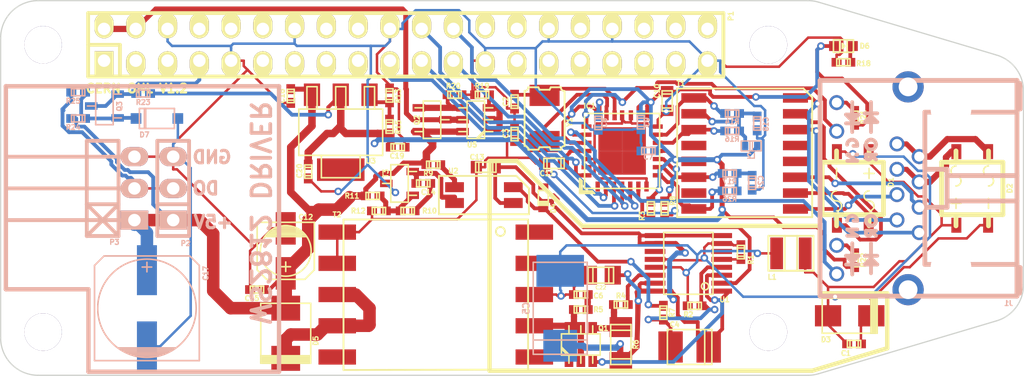
<source format=kicad_pcb>
(kicad_pcb (version 20171130) (host pcbnew "(5.1.12)-1")
  (title_block (title "Raspberry Pi Hat Template") (date 2015-12-24) (rev 0.1) (company OpenFet) (comment 1 "Author: Julien") (comment 2 "License: CERN OHL V1.2"))
  (layers (0 F.Cu signal) (31 B.Cu signal) (34 B.Paste user hide) (35 F.Paste user hide) (36 B.SilkS user hide) (37 F.SilkS user hide) (38 B.Mask user hide) (39 F.Mask user hide) (44 Edge.Cuts user))
  (net 0 "")
  (net 1 GND)
  (net 2 "Net-(C1-Pad1)")
  (net 3 "Net-(C1-Pad2)")
  (net 4 "Net-(C2-Pad2)")
  (net 5 "Net-(C3-Pad2)")
  (net 6 GNDPWR)
  (net 7 /PVCC)
  (net 8 "Net-(C6-Pad2)")
  (net 9 +3V3)
  (net 10 "Net-(C11-Pad2)")
  (net 11 +5V)
  (net 12 "Net-(C14-Pad1)")
  (net 13 "Net-(C14-Pad2)")
  (net 14 /DATA_PAIR_2)
  (net 15 /DATA_PAIR_1)
  (net 16 /SPARE_PAIR_2)
  (net 17 /SPARE_PAIR_1)
  (net 18 /RUN)
  (net 19 "Net-(D4-Pad1)")
  (net 20 "Net-(D5-Pad2)")
  (net 21 "Net-(D6-Pad2)")
  (net 22 /ENC_SO)
  (net 23 /ENC_SI)
  (net 24 /ENC_SCK)
  (net 25 /ENC_CS)
  (net 26 /TPIN-)
  (net 27 /TPIN+)
  (net 28 "Net-(IC1-Pad10)")
  (net 29 /TPOUT-)
  (net 30 /TPOUT+)
  (net 31 /ENC_WOL)
  (net 32 /LEDB_CATH)
  (net 33 /LEDA_CATH)
  (net 34 "Net-(IC1-Pad27)")
  (net 35 /ENC_INT)
  (net 36 "Net-(IC1-Pad6)")
  (net 37 "Net-(J1-Pad3)")
  (net 38 "Net-(P1-Pad1)")
  (net 39 /sheet56B34F8B/5V_MCU)
  (net 40 "Net-(P1-Pad8)")
  (net 41 "Net-(P1-Pad10)")
  (net 42 "Net-(P1-Pad11)")
  (net 43 "Net-(P1-Pad12)")
  (net 44 "Net-(P1-Pad13)")
  (net 45 "Net-(P1-Pad15)")
  (net 46 "Net-(P1-Pad16)")
  (net 47 "Net-(P1-Pad17)")
  (net 48 "Net-(P1-Pad18)")
  (net 49 "Net-(P1-Pad26)")
  (net 50 "Net-(P1-Pad29)")
  (net 51 "Net-(P1-Pad31)")
  (net 52 "Net-(P1-Pad32)")
  (net 53 "Net-(P1-Pad33)")
  (net 54 "Net-(P1-Pad35)")
  (net 55 "Net-(P1-Pad36)")
  (net 56 "Net-(P1-Pad37)")
  (net 57 "Net-(P1-Pad40)")
  (net 58 "Net-(Q1-Pad1)")
  (net 59 "Net-(Q1-Pad3)")
  (net 60 "Net-(Q1-Pad4)")
  (net 61 "Net-(Q2-Pad1)")
  (net 62 "Net-(R1-Pad1)")
  (net 63 "Net-(R4-Pad2)")
  (net 64 "Net-(R9-Pad2)")
  (net 65 "Net-(R10-Pad1)")
  (net 66 "Net-(R13-Pad1)")
  (net 67 "Net-(R19-Pad1)")
  (net 68 "Net-(T1-Pad7)")
  (net 69 "Net-(U1-Pad11)")
  (net 70 "Net-(J1-Pad12)")
  (net 71 "Net-(J1-Pad10)")
  (net 72 "Net-(J1-Pad1)")
  (net 73 "Net-(J1-Pad2)")
  (net 74 "Net-(J1-Pad4)")
  (net 75 "Net-(D7-Pad2)")
  (net 76 "Net-(P1-Pad3)")
  (net 77 "Net-(P1-Pad5)")
  (net 78 /WS2812_DO)
  (net 79 "Net-(P2-Pad2)")
  (net 80 "Net-(P1-Pad27)")
  (net 81 "Net-(P1-Pad28)")
  (net 82 "Net-(C18-Pad2)")
  (net 83 "Net-(C21-Pad1)")
  (net 84 "Net-(C22-Pad1)")
  (module w_pin_strip:pin_socket_20x2 (layer F.Cu) (at 138.6 81.4)
    (fp_text reference P1 (at 26 -2.3 90) (layer F.SilkS) (effects (font (size 0.4 0.4) (thickness 0.125))))
    (fp_text value Raspberry_Pi_+_Conn hide)
    (pad 1 thru_hole rect (at -24.13 1.27) (size 1.524 1.99898) (drill 1.00076 (offset 0 0.24892)) (layers *.Cu *.Mask F.SilkS) (net 38 "Net-(P1-Pad1)"))
    (pad 2 thru_hole oval (at -24.13 -1.27) (size 1.524 1.99898) (drill 1.00076 (offset 0 -0.24892)) (layers *.Cu *.Mask F.SilkS) (net 39 /sheet56B34F8B/5V_MCU))
    (pad 3 thru_hole oval (at -21.59 1.27) (size 1.524 1.99898) (drill 1.00076 (offset 0 0.24892)) (layers *.Cu *.Mask F.SilkS) (net 76 "Net-(P1-Pad3)"))
    (pad 4 thru_hole oval (at -21.59 -1.27) (size 1.524 1.99898) (drill 1.00076 (offset 0 -0.24892)) (layers *.Cu *.Mask F.SilkS) (net 39 /sheet56B34F8B/5V_MCU))
    (pad 5 thru_hole oval (at -19.05 1.27) (size 1.524 1.99898) (drill 1.00076 (offset 0 0.24892)) (layers *.Cu *.Mask F.SilkS) (net 77 "Net-(P1-Pad5)"))
    (pad 6 thru_hole oval (at -19.05 -1.27) (size 1.524 1.99898) (drill 1.00076 (offset 0 -0.24892)) (layers *.Cu *.Mask F.SilkS) (net 1 GND))
    (pad 7 thru_hole oval (at -16.51 1.27) (size 1.524 1.99898) (drill 1.00076 (offset 0 0.24892)) (layers *.Cu *.Mask F.SilkS) (net 78 /WS2812_DO))
    (pad 8 thru_hole oval (at -16.51 -1.27) (size 1.524 1.99898) (drill 1.00076 (offset 0 -0.24892)) (layers *.Cu *.Mask F.SilkS) (net 40 "Net-(P1-Pad8)"))
    (pad 9 thru_hole oval (at -13.97 1.27) (size 1.524 1.99898) (drill 1.00076 (offset 0 0.24892)) (layers *.Cu *.Mask F.SilkS) (net 1 GND))
    (pad 10 thru_hole oval (at -13.97 -1.27) (size 1.524 1.99898) (drill 1.00076 (offset 0 -0.24892)) (layers *.Cu *.Mask F.SilkS) (net 41 "Net-(P1-Pad10)"))
    (pad 11 thru_hole oval (at -11.43 1.27) (size 1.524 1.99898) (drill 1.00076 (offset 0 0.24892)) (layers *.Cu *.Mask F.SilkS) (net 42 "Net-(P1-Pad11)"))
    (pad 12 thru_hole oval (at -11.43 -1.27) (size 1.524 1.99898) (drill 1.00076 (offset 0 -0.24892)) (layers *.Cu *.Mask F.SilkS) (net 43 "Net-(P1-Pad12)"))
    (pad 13 thru_hole oval (at -8.89 1.27) (size 1.524 1.99898) (drill 1.00076 (offset 0 0.24892)) (layers *.Cu *.Mask F.SilkS) (net 44 "Net-(P1-Pad13)"))
    (pad 14 thru_hole oval (at -8.89 -1.27) (size 1.524 1.99898) (drill 1.00076 (offset 0 -0.24892)) (layers *.Cu *.Mask F.SilkS) (net 1 GND))
    (pad 15 thru_hole oval (at -6.35 1.27) (size 1.524 1.99898) (drill 1.00076 (offset 0 0.24892)) (layers *.Cu *.Mask F.SilkS) (net 45 "Net-(P1-Pad15)"))
    (pad 16 thru_hole oval (at -6.35 -1.27) (size 1.524 1.99898) (drill 1.00076 (offset 0 -0.24892)) (layers *.Cu *.Mask F.SilkS) (net 46 "Net-(P1-Pad16)"))
    (pad 17 thru_hole oval (at -3.81 1.27) (size 1.524 1.99898) (drill 1.00076 (offset 0 0.24892)) (layers *.Cu *.Mask F.SilkS) (net 47 "Net-(P1-Pad17)"))
    (pad 18 thru_hole oval (at -3.81 -1.27) (size 1.524 1.99898) (drill 1.00076 (offset 0 -0.24892)) (layers *.Cu *.Mask F.SilkS) (net 48 "Net-(P1-Pad18)"))
    (pad 19 thru_hole oval (at -1.27 1.27) (size 1.524 1.99898) (drill 1.00076 (offset 0 0.24892)) (layers *.Cu *.Mask F.SilkS) (net 23 /ENC_SI))
    (pad 20 thru_hole oval (at -1.27 -1.27) (size 1.524 1.99898) (drill 1.00076 (offset 0 -0.24892)) (layers *.Cu *.Mask F.SilkS) (net 1 GND))
    (pad 21 thru_hole oval (at 1.27 1.27) (size 1.524 1.99898) (drill 1.00076 (offset 0 0.24892)) (layers *.Cu *.Mask F.SilkS) (net 22 /ENC_SO))
    (pad 22 thru_hole oval (at 1.27 -1.27) (size 1.524 1.99898) (drill 1.00076 (offset 0 -0.24892)) (layers *.Cu *.Mask F.SilkS) (net 35 /ENC_INT))
    (pad 23 thru_hole oval (at 3.81 1.27) (size 1.524 1.99898) (drill 1.00076 (offset 0 0.24892)) (layers *.Cu *.Mask F.SilkS) (net 24 /ENC_SCK))
    (pad 24 thru_hole oval (at 3.81 -1.27) (size 1.524 1.99898) (drill 1.00076 (offset 0 -0.24892)) (layers *.Cu *.Mask F.SilkS) (net 25 /ENC_CS))
    (pad 25 thru_hole oval (at 6.35 1.27) (size 1.524 1.99898) (drill 1.00076 (offset 0 0.24892)) (layers *.Cu *.Mask F.SilkS) (net 1 GND))
    (pad 26 thru_hole oval (at 6.35 -1.27) (size 1.524 1.99898) (drill 1.00076 (offset 0 -0.24892)) (layers *.Cu *.Mask F.SilkS) (net 49 "Net-(P1-Pad26)"))
    (pad 27 thru_hole oval (at 8.89 1.27) (size 1.524 1.99898) (drill 1.00076 (offset 0 0.24892)) (layers *.Cu *.Mask F.SilkS) (net 80 "Net-(P1-Pad27)"))
    (pad 28 thru_hole oval (at 8.89 -1.27) (size 1.524 1.99898) (drill 1.00076 (offset 0 -0.24892)) (layers *.Cu *.Mask F.SilkS) (net 81 "Net-(P1-Pad28)"))
    (pad 29 thru_hole oval (at 11.43 1.27) (size 1.524 1.99898) (drill 1.00076 (offset 0 0.24892)) (layers *.Cu *.Mask F.SilkS) (net 50 "Net-(P1-Pad29)"))
    (pad 30 thru_hole oval (at 11.43 -1.27) (size 1.524 1.99898) (drill 1.00076 (offset 0 -0.24892)) (layers *.Cu *.Mask F.SilkS) (net 1 GND))
    (pad 31 thru_hole oval (at 13.97 1.27) (size 1.524 1.99898) (drill 1.00076 (offset 0 0.24892)) (layers *.Cu *.Mask F.SilkS) (net 51 "Net-(P1-Pad31)"))
    (pad 32 thru_hole oval (at 13.97 -1.27) (size 1.524 1.99898) (drill 1.00076 (offset 0 -0.24892)) (layers *.Cu *.Mask F.SilkS) (net 52 "Net-(P1-Pad32)"))
    (pad 33 thru_hole oval (at 16.51 1.27) (size 1.524 1.99898) (drill 1.00076 (offset 0 0.24892)) (layers *.Cu *.Mask F.SilkS) (net 53 "Net-(P1-Pad33)"))
    (pad 34 thru_hole oval (at 16.51 -1.27) (size 1.524 1.99898) (drill 1.00076 (offset 0 -0.24892)) (layers *.Cu *.Mask F.SilkS) (net 1 GND))
    (pad 35 thru_hole oval (at 19.05 1.27) (size 1.524 1.99898) (drill 1.00076 (offset 0 0.24892)) (layers *.Cu *.Mask F.SilkS) (net 54 "Net-(P1-Pad35)"))
    (pad 36 thru_hole oval (at 19.05 -1.27) (size 1.524 1.99898) (drill 1.00076 (offset 0 -0.24892)) (layers *.Cu *.Mask F.SilkS) (net 55 "Net-(P1-Pad36)"))
    (pad 37 thru_hole oval (at 21.59 1.27) (size 1.524 1.99898) (drill 1.00076 (offset 0 0.24892)) (layers *.Cu *.Mask F.SilkS) (net 56 "Net-(P1-Pad37)"))
    (pad 38 thru_hole oval (at 21.59 -1.27) (size 1.524 1.99898) (drill 1.00076 (offset 0 -0.24892)) (layers *.Cu *.Mask F.SilkS))
    (pad 39 thru_hole oval (at 24.13 1.27) (size 1.524 1.99898) (drill 1.00076 (offset 0 0.24892)) (layers *.Cu *.Mask F.SilkS) (net 1 GND))
    (pad 40 thru_hole oval (at 24.13 -1.27) (size 1.524 1.99898) (drill 1.00076 (offset 0 -0.24892)) (layers *.Cu *.Mask F.SilkS) (net 57 "Net-(P1-Pad40)"))
  )
  (module Mounting_Holes:MountingHole_3mm (layer F.Cu) (at 109.6 81.4)
    (fp_text reference MT3 hide)
    (fp_text value MountingHole_3mm hide)
    (pad 1 thru_hole circle (at 0 0) (size 3 3) (drill 3) (layers *.Cu *.Mask))
  )
  (module w_smd_cap:c_0402 (layer F.Cu) (at 174.45 105.35 180)
    (fp_text reference C1 (at 0.65 -0.75 180) (layer F.SilkS) (effects (font (size 0.4 0.4) (thickness 0.125))))
    (fp_text value 0.1uf hide)
    (pad 1 smd rect (at 0.54864 0 180) (size 0.8001 0.6985) (layers F.Cu F.Paste F.Mask) (net 2 "Net-(C1-Pad1)"))
    (pad 2 smd rect (at -0.54864 0 180) (size 0.8001 0.6985) (layers F.Cu F.Paste F.Mask) (net 3 "Net-(C1-Pad2)"))
  )
  (module w_smd_cap:c_0402 (layer F.Cu) (at 147.3 85.9514 270)
    (fp_text reference C2 (at 0 0.7 270) (layer F.SilkS) (effects (font (size 0.4 0.4) (thickness 0.125))))
    (fp_text value 16pf hide)
    (pad 1 smd rect (at 0.54864 0 270) (size 0.8001 0.6985) (layers F.Cu F.Paste F.Mask) (net 1 GND))
    (pad 2 smd rect (at -0.54864 0 270) (size 0.8001 0.6985) (layers F.Cu F.Paste F.Mask) (net 4 "Net-(C2-Pad2)"))
  )
  (module w_smd_cap:c_0402 (layer F.Cu) (at 147.3 88.5514 90)
    (fp_text reference C3 (at 0.05136 -0.7 90) (layer F.SilkS) (effects (font (size 0.4 0.4) (thickness 0.125))))
    (fp_text value 16pf hide)
    (pad 1 smd rect (at 0.54864 0 90) (size 0.8001 0.6985) (layers F.Cu F.Paste F.Mask) (net 1 GND))
    (pad 2 smd rect (at -0.54864 0 90) (size 0.8001 0.6985) (layers F.Cu F.Paste F.Mask) (net 5 "Net-(C3-Pad2)"))
  )
  (module w_smd_cap:c_tant_B (layer F.Cu) (at 161.3 105.6)
    (fp_text reference C4 (at -1.2 -1.8) (layer F.SilkS) (effects (font (size 0.4 0.4) (thickness 0.125))))
    (fp_text value 220uf hide)
    (pad 2 smd rect (at 1.524 0) (size 1.95072 2.49936) (layers F.Cu F.Paste F.Mask) (net 6 GNDPWR))
    (pad 1 smd rect (at -1.524 0) (size 1.95072 2.49936) (layers F.Cu F.Paste F.Mask) (net 7 /PVCC))
  )
  (module w_smd_cap:c_0402 (layer F.Cu) (at 152.6 101.4 180)
    (fp_text reference C6 (at -1.4 -0.1 180) (layer F.SilkS) (effects (font (size 0.4 0.4) (thickness 0.125))))
    (fp_text value C hide)
    (pad 1 smd rect (at 0.54864 0 180) (size 0.8001 0.6985) (layers F.Cu F.Paste F.Mask) (net 84 "Net-(C22-Pad1)"))
    (pad 2 smd rect (at -0.54864 0 180) (size 0.8001 0.6985) (layers F.Cu F.Paste F.Mask) (net 8 "Net-(C6-Pad2)"))
  )
  (module w_smd_cap:c_0402 (layer B.Cu) (at 158 89.9)
    (fp_text reference C7 (at 0 0.4826) (layer B.SilkS) (effects (font (size 0.4 0.4) (thickness 0.125))))
    (fp_text value 0.1uf hide)
    (pad 1 smd rect (at 0.54864 0) (size 0.8001 0.6985) (layers B.Cu B.Paste B.Mask) (net 9 +3V3))
    (pad 2 smd rect (at -0.54864 0) (size 0.8001 0.6985) (layers B.Cu B.Paste B.Mask) (net 1 GND))
  )
  (module w_smd_cap:c_0402 (layer B.Cu) (at 154 87.65 90)
    (fp_text reference C8 (at 0 0.4826 90) (layer B.SilkS) (effects (font (size 0.4 0.4) (thickness 0.125))))
    (fp_text value 0.1uf hide)
    (pad 1 smd rect (at 0.54864 0 90) (size 0.8001 0.6985) (layers B.Cu B.Paste B.Mask) (net 9 +3V3))
    (pad 2 smd rect (at -0.54864 0 90) (size 0.8001 0.6985) (layers B.Cu B.Paste B.Mask) (net 1 GND))
  )
  (module w_smd_cap:c_0402 (layer B.Cu) (at 157.4 87.6 90)
    (fp_text reference C9 (at 0 0.4826 90) (layer B.SilkS) (effects (font (size 0.4 0.4) (thickness 0.125))))
    (fp_text value 0.1uf hide)
    (pad 1 smd rect (at 0.54864 0 90) (size 0.8001 0.6985) (layers B.Cu B.Paste B.Mask) (net 9 +3V3))
    (pad 2 smd rect (at -0.54864 0 90) (size 0.8001 0.6985) (layers B.Cu B.Paste B.Mask) (net 1 GND))
  )
  (module w_smd_cap:c_0603 (layer F.Cu) (at 159.5 85.9 90)
    (fp_text reference C10 (at 0.8 -0.8 90) (layer F.SilkS) (effects (font (size 0.4 0.4) (thickness 0.125))))
    (fp_text value 0.1uf hide)
    (pad 1 smd rect (at 0.75184 0 90) (size 0.89916 1.00076) (layers F.Cu F.Paste F.Mask) (net 9 +3V3))
    (pad 2 smd rect (at -0.75184 0 90) (size 0.89916 1.00076) (layers F.Cu F.Paste F.Mask) (net 1 GND))
  )
  (module w_smd_cap:c_elec_4x4.5 (layer F.Cu) (at 129 97.9 270)
    (fp_text reference C12 (at -2.7 -1.6) (layer F.SilkS) (effects (font (size 0.4 0.4) (thickness 0.125))))
    (fp_text value CP hide)
    (pad 1 smd rect (at 1.80086 0 270) (size 2.60096 1.6002) (layers F.Cu F.Paste F.Mask) (net 11 +5V))
    (pad 2 smd rect (at -1.80086 0 270) (size 2.60096 1.6002) (layers F.Cu F.Paste F.Mask) (net 1 GND))
  )
  (module w_smd_cap:c_0603 (layer F.Cu) (at 145 91.2 180)
    (fp_text reference C13 (at 0.7 0.8 180) (layer F.SilkS) (effects (font (size 0.4 0.4) (thickness 0.125))))
    (fp_text value 2nf hide)
    (pad 1 smd rect (at 0.75184 0 180) (size 0.89916 1.00076) (layers F.Cu F.Paste F.Mask) (net 1 GND))
    (pad 2 smd rect (at -0.75184 0 180) (size 0.89916 1.00076) (layers F.Cu F.Paste F.Mask) (net 6 GNDPWR))
  )
  (module w_smd_cap:c_0402 (layer F.Cu) (at 140 92.5 180)
    (fp_text reference C14 (at -0.4 -0.7 180) (layer F.SilkS) (effects (font (size 0.4 0.4) (thickness 0.125))))
    (fp_text value C hide)
    (pad 1 smd rect (at 0.54864 0 180) (size 0.8001 0.6985) (layers F.Cu F.Paste F.Mask) (net 12 "Net-(C14-Pad1)"))
    (pad 2 smd rect (at -0.54864 0 180) (size 0.8001 0.6985) (layers F.Cu F.Paste F.Mask) (net 13 "Net-(C14-Pad2)"))
  )
  (module w_smd_cap:c_0402 (layer F.Cu) (at 126.7 101)
    (fp_text reference C15 (at -0.4 0.7) (layer F.SilkS) (effects (font (size 0.4 0.4) (thickness 0.125))))
    (fp_text value C hide)
    (pad 1 smd rect (at 0.54864 0) (size 0.8001 0.6985) (layers F.Cu F.Paste F.Mask) (net 11 +5V))
    (pad 2 smd rect (at -0.54864 0) (size 0.8001 0.6985) (layers F.Cu F.Paste F.Mask) (net 1 GND))
  )
  (module w_smd_cap:c_0402 (layer F.Cu) (at 129.4 85.5 90)
    (fp_text reference C16 (at 0 -0.7 90) (layer F.SilkS) (effects (font (size 0.4 0.4) (thickness 0.125))))
    (fp_text value C hide)
    (pad 1 smd rect (at 0.54864 0 90) (size 0.8001 0.6985) (layers F.Cu F.Paste F.Mask) (net 11 +5V))
    (pad 2 smd rect (at -0.54864 0 90) (size 0.8001 0.6985) (layers F.Cu F.Paste F.Mask) (net 1 GND))
  )
  (module w_smd_cap:c_0402 (layer F.Cu) (at 137.951 89.6 180)
    (fp_text reference C19 (at 0.05136 -0.7 180) (layer F.SilkS) (effects (font (size 0.4 0.4) (thickness 0.125))))
    (fp_text value 0.1uf hide)
    (pad 1 smd rect (at 0.54864 0 180) (size 0.8001 0.6985) (layers F.Cu F.Paste F.Mask) (net 9 +3V3))
    (pad 2 smd rect (at -0.54864 0 180) (size 0.8001 0.6985) (layers F.Cu F.Paste F.Mask) (net 1 GND))
  )
  (module w_smd_cap:c_0402 (layer F.Cu) (at 130.8 91.5514 90)
    (fp_text reference C20 (at 0.05136 -0.7 90) (layer F.SilkS) (effects (font (size 0.4 0.4) (thickness 0.125))))
    (fp_text value 1uf hide)
    (pad 1 smd rect (at 0.54864 0 90) (size 0.8001 0.6985) (layers F.Cu F.Paste F.Mask) (net 9 +3V3))
    (pad 2 smd rect (at -0.54864 0 90) (size 0.8001 0.6985) (layers F.Cu F.Paste F.Mask) (net 1 GND))
  )
  (module w_smd_diode:MBS (layer F.Cu) (at 174.35 92.9 90)
    (fp_text reference D1 (at 0.5 3.05 90) (layer F.SilkS) (effects (font (size 0.4 0.4) (thickness 0.125))))
    (fp_text value BRIDGE hide)
    (pad 2 smd rect (at -2.94894 -1.27 90) (size 1.19888 0.8001) (layers F.Cu F.Paste F.Mask) (net 14 /DATA_PAIR_2))
    (pad 3 smd rect (at -2.9464 1.27 90) (size 1.19888 0.8001) (layers F.Cu F.Paste F.Mask) (net 15 /DATA_PAIR_1))
    (pad 1 smd rect (at 2.94894 1.27 90) (size 1.19888 0.8001) (layers F.Cu F.Paste F.Mask) (net 2 "Net-(C1-Pad1)"))
    (pad 4 smd rect (at 2.9464 -1.27 90) (size 1.19888 0.8001) (layers F.Cu F.Paste F.Mask) (net 3 "Net-(C1-Pad2)"))
  )
  (module w_smd_diode:MBS (layer F.Cu) (at 183.9 92.9 270)
    (fp_text reference D2 (at 0 -3 270) (layer F.SilkS) (effects (font (size 0.4 0.4) (thickness 0.125))))
    (fp_text value BRIDGE hide)
    (pad 2 smd rect (at -2.94894 -1.27 270) (size 1.19888 0.8001) (layers F.Cu F.Paste F.Mask) (net 16 /SPARE_PAIR_2))
    (pad 3 smd rect (at -2.9464 1.27 270) (size 1.19888 0.8001) (layers F.Cu F.Paste F.Mask) (net 17 /SPARE_PAIR_1))
    (pad 1 smd rect (at 2.94894 1.27 270) (size 1.19888 0.8001) (layers F.Cu F.Paste F.Mask) (net 2 "Net-(C1-Pad1)"))
    (pad 4 smd rect (at 2.9464 -1.27 270) (size 1.19888 0.8001) (layers F.Cu F.Paste F.Mask) (net 3 "Net-(C1-Pad2)"))
  )
  (module w_smd_diode:do214ac (layer F.Cu) (at 174.1 103.1)
    (fp_text reference D3 (at -1.9 1.9) (layer F.SilkS) (effects (font (size 0.4 0.4) (thickness 0.125))))
    (fp_text value ZENER hide)
    (pad 2 smd rect (at 1.72974 0) (size 2.10058 1.69926) (layers F.Cu F.Paste F.Mask) (net 3 "Net-(C1-Pad2)"))
    (pad 1 smd rect (at -1.72974 0) (size 2.10058 1.69926) (layers F.Cu F.Paste F.Mask) (net 2 "Net-(C1-Pad1)"))
  )
  (module w_smd_diode:sod523 (layer F.Cu) (at 149.6 93.6509 270)
    (fp_text reference D4 (at 0.8491 -0.8 270) (layer F.SilkS) (effects (font (size 0.4 0.4) (thickness 0.125))))
    (fp_text value BAS516 hide)
    (pad 2 smd rect (at 0.8509 0 270) (size 0.59944 0.8001) (layers F.Cu F.Paste F.Mask) (net 18 /RUN))
    (pad 1 smd rect (at -0.8509 0 270) (size 0.59944 0.8001) (layers F.Cu F.Paste F.Mask) (net 19 "Net-(D4-Pad1)"))
  )
  (module w_smd_leds:Led_0603 (layer F.Cu) (at 173.6 81.5)
    (fp_text reference D6 (at 1.7 0) (layer F.SilkS) (effects (font (size 0.4 0.4) (thickness 0.125))))
    (fp_text value LED hide)
    (pad 1 smd rect (at -0.7493 0) (size 0.79756 0.79756) (layers F.Cu F.Paste F.Mask) (net 9 +3V3))
    (pad 2 smd rect (at 0.7493 0) (size 0.79756 0.79756) (layers F.Cu F.Paste F.Mask) (net 21 "Net-(D6-Pad2)"))
  )
  (module w_smd_qfn:qfn-28 (layer F.Cu) (at 155.9 89.9)
    (fp_text reference IC1 (at -2.6 -3.6) (layer F.SilkS) (effects (font (size 0.4 0.4) (thickness 0.125))))
    (fp_text value ENC28J60-I/ML hide)
    (pad 2 smd rect (at -1.30048 2.84988) (size 0.35052 0.8001) (layers F.Cu F.Paste F.Mask) (net 22 /ENC_SO))
    (pad 3 smd rect (at -0.65024 2.84988) (size 0.35052 0.8001) (layers F.Cu F.Paste F.Mask) (net 23 /ENC_SI))
    (pad 4 smd rect (at 0 2.84988) (size 0.35052 0.8001) (layers F.Cu F.Paste F.Mask) (net 24 /ENC_SCK))
    (pad 5 smd rect (at 0.65024 2.84988) (size 0.35052 0.8001) (layers F.Cu F.Paste F.Mask) (net 25 /ENC_CS))
    (pad 8 smd rect (at 2.85242 1.95072) (size 0.8001 0.35052) (layers F.Cu F.Paste F.Mask) (net 26 /TPIN-))
    (pad 9 smd rect (at 2.85242 1.30048) (size 0.8001 0.35052) (layers F.Cu F.Paste F.Mask) (net 27 /TPIN+))
    (pad 10 smd rect (at 2.85242 0.65024) (size 0.8001 0.35052) (layers F.Cu F.Paste F.Mask) (net 28 "Net-(IC1-Pad10)"))
    (pad 11 smd rect (at 2.85242 0) (size 0.8001 0.35052) (layers F.Cu F.Paste F.Mask) (net 9 +3V3))
    (pad 12 smd rect (at 2.85242 -0.65024) (size 0.8001 0.35052) (layers F.Cu F.Paste F.Mask) (net 29 /TPOUT-))
    (pad 13 smd rect (at 2.85242 -1.30048) (size 0.8001 0.35052) (layers F.Cu F.Paste F.Mask) (net 30 /TPOUT+))
    (pad 14 smd rect (at 2.85242 -1.95072) (size 0.8001 0.35052) (layers F.Cu F.Paste F.Mask) (net 1 GND))
    (pad 1 smd rect (at -1.95072 2.84988) (size 0.35052 0.8001) (layers F.Cu F.Paste F.Mask) (net 31 /ENC_WOL))
    (pad 29 smd rect (at 0.94996 0.94996) (size 1.89992 1.89992) (layers F.Cu F.Paste F.Mask))
    (pad 29 smd rect (at -0.94996 0.94996) (size 1.89992 1.89992) (layers F.Cu F.Paste F.Mask))
    (pad 29 smd rect (at -0.94996 -0.94996) (size 1.89992 1.89992) (layers F.Cu F.Paste F.Mask))
    (pad 29 smd rect (at 0.94996 -0.94996) (size 1.89992 1.89992) (layers F.Cu F.Paste F.Mask))
    (pad 15 smd rect (at 2.00152 -2.85242) (size 0.35052 0.8001) (layers F.Cu F.Paste F.Mask) (net 9 +3V3))
    (pad 16 smd rect (at 1.35128 -2.85242) (size 0.35052 0.8001) (layers F.Cu F.Paste F.Mask) (net 9 +3V3))
    (pad 17 smd rect (at 0.70104 -2.85242) (size 0.35052 0.8001) (layers F.Cu F.Paste F.Mask) (net 1 GND))
    (pad 18 smd rect (at 0 -2.85242) (size 0.35052 0.8001) (layers F.Cu F.Paste F.Mask) (net 1 GND))
    (pad 19 smd rect (at -0.59944 -2.85242) (size 0.35052 0.8001) (layers F.Cu F.Paste F.Mask) (net 4 "Net-(C2-Pad2)"))
    (pad 20 smd rect (at -1.24968 -2.85242) (size 0.35052 0.8001) (layers F.Cu F.Paste F.Mask) (net 5 "Net-(C3-Pad2)"))
    (pad 21 smd rect (at -1.89992 -2.85242) (size 0.35052 0.8001) (layers F.Cu F.Paste F.Mask) (net 9 +3V3))
    (pad 22 smd rect (at -2.84988 -1.95072) (size 0.8001 0.35052) (layers F.Cu F.Paste F.Mask) (net 32 /LEDB_CATH))
    (pad 23 smd rect (at -2.84988 -1.30048) (size 0.8001 0.35052) (layers F.Cu F.Paste F.Mask) (net 33 /LEDA_CATH))
    (pad 24 smd rect (at -2.84988 -0.65024) (size 0.8001 0.35052) (layers F.Cu F.Paste F.Mask) (net 9 +3V3))
    (pad 25 smd rect (at -2.84988 0) (size 0.8001 0.35052) (layers F.Cu F.Paste F.Mask) (net 10 "Net-(C11-Pad2)"))
    (pad 26 smd rect (at -2.84988 0.65024) (size 0.8001 0.35052) (layers F.Cu F.Paste F.Mask) (net 1 GND))
    (pad 27 smd rect (at -2.84988 1.30048) (size 0.8001 0.35052) (layers F.Cu F.Paste F.Mask) (net 34 "Net-(IC1-Pad27)"))
    (pad 28 smd rect (at -2.84988 1.95072) (size 0.8001 0.35052) (layers F.Cu F.Paste F.Mask) (net 35 /ENC_INT))
    (pad 6 smd rect (at 1.30048 2.84988) (size 0.35052 0.8001) (layers F.Cu F.Paste F.Mask) (net 36 "Net-(IC1-Pad6)"))
    (pad 7 smd rect (at 1.95072 2.84988) (size 0.35052 0.8001) (layers F.Cu F.Paste F.Mask) (net 1 GND))
  )
  (module w_conn_pc:rj45-tyco-2-406549-7 (layer B.Cu) (at 179.604 92.8898 270)
    (fp_text reference J1 (at 9.21016 -7.19588) (layer B.SilkS) (effects (font (size 0.4 0.4) (thickness 0.1)) (justify mirror)))
    (fp_text value RJ45-LED hide)
    (pad 3 thru_hole circle (at 1.52146 -0.05588 270) (size 1.19888 1.19888) (drill 0.8001) (layers *.Cu *.Mask) (net 37 "Net-(J1-Pad3)"))
    (pad 1 thru_hole circle (at 3.55092 -0.05588 270) (size 1.19888 1.19888) (drill 0.8001) (layers *.Cu *.Mask) (net 72 "Net-(J1-Pad1)"))
    (pad 2 thru_hole circle (at 2.53746 1.72466 270) (size 1.19888 1.19888) (drill 0.8001) (layers *.Cu *.Mask) (net 73 "Net-(J1-Pad2)"))
    (pad 4 thru_hole circle (at 0.508 1.72466 270) (size 1.19888 1.19888) (drill 0.8001) (layers *.Cu *.Mask) (net 74 "Net-(J1-Pad4)"))
    (pad 5 thru_hole circle (at -0.508 -0.05588 270) (size 1.19888 1.19888) (drill 0.8001) (layers *.Cu *.Mask) (net 17 /SPARE_PAIR_1))
    (pad 6 thru_hole circle (at -1.52146 1.72466 270) (size 1.19888 1.19888) (drill 0.8001) (layers *.Cu *.Mask) (net 17 /SPARE_PAIR_1))
    (pad 7 thru_hole circle (at -2.53746 -0.05588 270) (size 1.19888 1.19888) (drill 0.8001) (layers *.Cu *.Mask) (net 16 /SPARE_PAIR_2))
    (pad 8 thru_hole circle (at -3.55092 1.72466 270) (size 1.19888 1.19888) (drill 0.8001) (layers *.Cu *.Mask) (net 16 /SPARE_PAIR_2))
    (pad "" thru_hole circle (at -8.12038 0.83312 270) (size 2.49936 2.49936) (drill 1.50114) (layers *.Cu *.Mask))
    (pad "" thru_hole circle (at 8.12038 0.83312 270) (size 2.49936 2.49936) (drill 1.50114) (layers *.Cu *.Mask))
    (pad "" np_thru_hole circle (at -6.33984 -2.59588 270) (size 3.2512 3.2512) (drill 3.2512) (layers *.Cu))
    (pad "" np_thru_hole circle (at 6.33984 -2.59588 270) (size 3.2512 3.2512) (drill 3.2512) (layers *.Cu))
    (pad 12 thru_hole circle (at -6.86054 6.54304 270) (size 1.19888 1.19888) (drill 0.8001) (layers *.Cu *.Mask) (net 70 "Net-(J1-Pad12)"))
    (pad 11 thru_hole circle (at -4.56946 6.54304 270) (size 1.19888 1.19888) (drill 0.8001) (layers *.Cu *.Mask) (net 32 /LEDB_CATH))
    (pad 10 thru_hole circle (at 4.56946 6.54304 270) (size 1.19888 1.19888) (drill 0.8001) (layers *.Cu *.Mask) (net 71 "Net-(J1-Pad10)"))
    (pad 9 thru_hole circle (at 6.86054 6.54304 270) (size 1.19888 1.19888) (drill 0.8001) (layers *.Cu *.Mask) (net 33 /LEDA_CATH))
  )
  (module w_smd_inductors:inductor_smd_1008 (layer F.Cu) (at 169.4 98.1 180)
    (fp_text reference L1 (at 1.5 -1.9 180) (layer F.SilkS) (effects (font (size 0.4 0.4) (thickness 0.125))))
    (fp_text value 2.2uH hide)
    (pad 1 smd rect (at -1.143 0 180) (size 1.016 2.54) (layers F.Cu F.Paste F.Mask) (net 2 "Net-(C1-Pad1)"))
    (pad 2 smd rect (at 1.143 0 180) (size 1.016 2.54) (layers F.Cu F.Paste F.Mask) (net 84 "Net-(C22-Pad1)"))
  )
  (module w_smd_trans:sot23 (layer F.Cu) (at 140.7 87.4 270)
    (fp_text reference Q2 (at 0.0254 1.2 270) (layer F.SilkS) (effects (font (size 0.4 0.4) (thickness 0.125))))
    (fp_text value BSS138 hide)
    (pad 1 smd rect (at -0.9525 1.05664 270) (size 0.59944 1.00076) (layers F.Cu F.Paste F.Mask) (net 61 "Net-(Q2-Pad1)"))
    (pad 2 smd rect (at 0 -1.05664 270) (size 0.59944 1.00076) (layers F.Cu F.Paste F.Mask) (net 39 /sheet56B34F8B/5V_MCU))
    (pad 3 smd rect (at 0.9525 1.05664 270) (size 0.59944 1.00076) (layers F.Cu F.Paste F.Mask) (net 11 +5V))
  )
  (module w_smd_resistors:r_0402 (layer F.Cu) (at 165.4 98 270)
    (fp_text reference R1 (at 0.6 -0.8 270) (layer F.SilkS) (effects (font (size 0.4 0.4) (thickness 0.125))))
    (fp_text value 68.1 hide)
    (pad 1 smd rect (at 0.54864 0 270) (size 0.8001 0.6985) (layers F.Cu F.Paste F.Mask) (net 62 "Net-(R1-Pad1)"))
    (pad 2 smd rect (at -0.54864 0 270) (size 0.8001 0.6985) (layers F.Cu F.Paste F.Mask) (net 3 "Net-(C1-Pad2)"))
  )
  (module w_smd_resistors:r_0402 (layer F.Cu) (at 161.7 102.3 180)
    (fp_text reference R2 (at 0.5 -0.7 180) (layer F.SilkS) (effects (font (size 0.4 0.4) (thickness 0.125))))
    (fp_text value 10k hide)
    (pad 1 smd rect (at 0.54864 0 180) (size 0.8001 0.6985) (layers F.Cu F.Paste F.Mask) (net 84 "Net-(C22-Pad1)"))
    (pad 2 smd rect (at -0.54864 0 180) (size 0.8001 0.6985) (layers F.Cu F.Paste F.Mask) (net 7 /PVCC))
  )
  (module w_smd_resistors:r_0402 (layer F.Cu) (at 158.2 94.5 270)
    (fp_text reference R3 (at 0.6 0.7 270) (layer F.SilkS) (effects (font (size 0.4 0.4) (thickness 0.125))))
    (fp_text value 1k hide)
    (pad 1 smd rect (at 0.54864 0 270) (size 0.8001 0.6985) (layers F.Cu F.Paste F.Mask) (net 36 "Net-(IC1-Pad6)"))
    (pad 2 smd rect (at -0.54864 0 270) (size 0.8001 0.6985) (layers F.Cu F.Paste F.Mask) (net 9 +3V3))
  )
  (module w_smd_resistors:r_0402 (layer F.Cu) (at 155.8 102.2 180)
    (fp_text reference R4 (at 0 0.7 180) (layer F.SilkS) (effects (font (size 0.4 0.4) (thickness 0.125))))
    (fp_text value R hide)
    (pad 1 smd rect (at 0.54864 0 180) (size 0.8001 0.6985) (layers F.Cu F.Paste F.Mask) (net 60 "Net-(Q1-Pad4)"))
    (pad 2 smd rect (at -0.54864 0 180) (size 0.8001 0.6985) (layers F.Cu F.Paste F.Mask) (net 63 "Net-(R4-Pad2)"))
  )
  (module w_smd_resistors:r_0402 (layer F.Cu) (at 152.6 102.6 180)
    (fp_text reference R5 (at -1.4 0 180) (layer F.SilkS) (effects (font (size 0.4 0.4) (thickness 0.125))))
    (fp_text value R hide)
    (pad 1 smd rect (at 0.54864 0 180) (size 0.8001 0.6985) (layers F.Cu F.Paste F.Mask) (net 58 "Net-(Q1-Pad1)"))
    (pad 2 smd rect (at -0.54864 0 180) (size 0.8001 0.6985) (layers F.Cu F.Paste F.Mask) (net 8 "Net-(C6-Pad2)"))
  )
  (module w_smd_resistors:r_1206 (layer F.Cu) (at 155.8 105.403 90)
    (fp_text reference R6 (at 0.003 1.2 90) (layer F.SilkS) (effects (font (size 0.4 0.4) (thickness 0.125))))
    (fp_text value 0.05 hide)
    (pad 1 smd rect (at 1.397 0 90) (size 1.6002 1.8034) (layers F.Cu F.Paste F.Mask) (net 60 "Net-(Q1-Pad4)"))
    (pad 2 smd rect (at -1.397 0 90) (size 1.6002 1.8034) (layers F.Cu F.Paste F.Mask) (net 6 GNDPWR))
  )
  (module w_smd_resistors:r_0402 (layer F.Cu) (at 159.2 102.851 270)
    (fp_text reference R7 (at 0 -0.7 270) (layer F.SilkS) (effects (font (size 0.4 0.4) (thickness 0.125))))
    (fp_text value R hide)
    (pad 1 smd rect (at 0.54864 0 270) (size 0.8001 0.6985) (layers F.Cu F.Paste F.Mask) (net 7 /PVCC))
    (pad 2 smd rect (at -0.54864 0 270) (size 0.8001 0.6985) (layers F.Cu F.Paste F.Mask) (net 18 /RUN))
  )
  (module w_smd_resistors:r_0402 (layer F.Cu) (at 159.3 94.5 270)
    (fp_text reference R8 (at -0.61 -0.65 270) (layer F.SilkS) (effects (font (size 0.4 0.4) (thickness 0.125))))
    (fp_text value 2.32k hide)
    (pad 1 smd rect (at 0.54864 0 270) (size 0.8001 0.6985) (layers F.Cu F.Paste F.Mask) (net 1 GND))
    (pad 2 smd rect (at -0.54864 0 270) (size 0.8001 0.6985) (layers F.Cu F.Paste F.Mask) (net 28 "Net-(IC1-Pad10)"))
  )
  (module w_smd_resistors:r_0402 (layer F.Cu) (at 140.8 91 180)
    (fp_text reference R9 (at 0.4 -0.7 180) (layer F.SilkS) (effects (font (size 0.4 0.4) (thickness 0.125))))
    (fp_text value R hide)
    (pad 1 smd rect (at 0.54864 0 180) (size 0.8001 0.6985) (layers F.Cu F.Paste F.Mask) (net 11 +5V))
    (pad 2 smd rect (at -0.54864 0 180) (size 0.8001 0.6985) (layers F.Cu F.Paste F.Mask) (net 64 "Net-(R9-Pad2)"))
  )
  (module w_smd_resistors:r_0402 (layer F.Cu) (at 138.749 94.7 180)
    (fp_text reference R10 (at -1.75136 0 180) (layer F.SilkS) (effects (font (size 0.4 0.4) (thickness 0.125))))
    (fp_text value R hide)
    (pad 1 smd rect (at 0.54864 0 180) (size 0.8001 0.6985) (layers F.Cu F.Paste F.Mask) (net 65 "Net-(R10-Pad1)"))
    (pad 2 smd rect (at -0.54864 0 180) (size 0.8001 0.6985) (layers F.Cu F.Paste F.Mask) (net 13 "Net-(C14-Pad2)"))
  )
  (module w_smd_resistors:r_0402 (layer F.Cu) (at 135.951 93.5 180)
    (fp_text reference R11 (at 1.65136 0 180) (layer F.SilkS) (effects (font (size 0.4 0.4) (thickness 0.125))))
    (fp_text value R hide)
    (pad 1 smd rect (at 0.54864 0 180) (size 0.8001 0.6985) (layers F.Cu F.Paste F.Mask) (net 11 +5V))
    (pad 2 smd rect (at -0.54864 0 180) (size 0.8001 0.6985) (layers F.Cu F.Paste F.Mask) (net 65 "Net-(R10-Pad1)"))
  )
  (module w_smd_resistors:r_0402 (layer F.Cu) (at 136.449 94.7)
    (fp_text reference R12 (at -1.64864 0) (layer F.SilkS) (effects (font (size 0.4 0.4) (thickness 0.125))))
    (fp_text value R hide)
    (pad 1 smd rect (at 0.54864 0) (size 0.8001 0.6985) (layers F.Cu F.Paste F.Mask) (net 65 "Net-(R10-Pad1)"))
    (pad 2 smd rect (at -0.54864 0) (size 0.8001 0.6985) (layers F.Cu F.Paste F.Mask) (net 1 GND))
  )
  (module w_smd_resistors:r_0402 (layer F.Cu) (at 137.3 85.4514 270)
    (fp_text reference R13 (at 0.04864 -0.7 270) (layer F.SilkS) (effects (font (size 0.4 0.4) (thickness 0.125))))
    (fp_text value 390 hide)
    (pad 1 smd rect (at 0.54864 0 270) (size 0.8001 0.6985) (layers F.Cu F.Paste F.Mask) (net 66 "Net-(R13-Pad1)"))
    (pad 2 smd rect (at -0.54864 0 270) (size 0.8001 0.6985) (layers F.Cu F.Paste F.Mask) (net 1 GND))
  )
  (module w_smd_resistors:r_0402 (layer F.Cu) (at 137.3 87.9486 270)
    (fp_text reference R15 (at 0.05136 -0.7 270) (layer F.SilkS) (effects (font (size 0.4 0.4) (thickness 0.125))))
    (fp_text value 240 hide)
    (pad 1 smd rect (at 0.54864 0 270) (size 0.8001 0.6985) (layers F.Cu F.Paste F.Mask) (net 9 +3V3))
    (pad 2 smd rect (at -0.54864 0 270) (size 0.8001 0.6985) (layers F.Cu F.Paste F.Mask) (net 66 "Net-(R13-Pad1)"))
  )
  (module w_smd_resistors:r_0402 (layer F.Cu) (at 173.6 82.8)
    (fp_text reference R18 (at 1.6 0.1) (layer F.SilkS) (effects (font (size 0.4 0.4) (thickness 0.125))))
    (fp_text value 360 hide)
    (pad 1 smd rect (at 0.54864 0) (size 0.8001 0.6985) (layers F.Cu F.Paste F.Mask) (net 21 "Net-(D6-Pad2)"))
    (pad 2 smd rect (at -0.54864 0) (size 0.8001 0.6985) (layers F.Cu F.Paste F.Mask) (net 1 GND))
  )
  (module w_smd_resistors:r_0402 (layer F.Cu) (at 144.7 85.4)
    (fp_text reference R19 (at 0 -0.7) (layer F.SilkS) (effects (font (size 0.4 0.4) (thickness 0.125))))
    (fp_text value 10k hide)
    (pad 1 smd rect (at 0.54864 0) (size 0.8001 0.6985) (layers F.Cu F.Paste F.Mask) (net 67 "Net-(R19-Pad1)"))
    (pad 2 smd rect (at -0.54864 0) (size 0.8001 0.6985) (layers F.Cu F.Paste F.Mask) (net 1 GND))
  )
  (module w_smd_resistors:r_0402 (layer F.Cu) (at 142.5 85.4 180)
    (fp_text reference R20 (at 0.1 0.7 180) (layer F.SilkS) (effects (font (size 0.4 0.4) (thickness 0.125))))
    (fp_text value 47k hide)
    (pad 1 smd rect (at 0.54864 0 180) (size 0.8001 0.6985) (layers F.Cu F.Paste F.Mask) (net 61 "Net-(Q2-Pad1)"))
    (pad 2 smd rect (at -0.54864 0 180) (size 0.8001 0.6985) (layers F.Cu F.Paste F.Mask) (net 1 GND))
  )
  (module project_foot:H2019 (layer F.Cu) (at 165.7 90.1 270)
    (fp_text reference T1 (at -5.6 5.1) (layer F.SilkS) (effects (font (size 0.4 0.4) (thickness 0.125))))
    (fp_text value PULSE_H1197 hide)
    (pad 16 smd rect (at -4.445 -4.0625 270) (size 0.76 2) (layers F.Cu F.Paste F.Mask) (net 72 "Net-(J1-Pad1)"))
    (pad 1 smd rect (at -4.445 4.0625 270) (size 0.76 2) (layers F.Cu F.Paste F.Mask) (net 30 /TPOUT+))
    (pad 15 smd rect (at -3.175 -4.0625 270) (size 0.76 2) (layers F.Cu F.Paste F.Mask) (net 14 /DATA_PAIR_2))
    (pad 2 smd rect (at -3.175 4.0625 270) (size 0.76 2) (layers F.Cu F.Paste F.Mask) (net 82 "Net-(C18-Pad2)"))
    (pad 14 smd rect (at -1.905 -4.0625 270) (size 0.76 2) (layers F.Cu F.Paste F.Mask) (net 73 "Net-(J1-Pad2)"))
    (pad 3 smd rect (at -1.905 4.0625 270) (size 0.76 2) (layers F.Cu F.Paste F.Mask) (net 29 /TPOUT-))
    (pad 13 smd rect (at -0.635 -4.0625 270) (size 0.76 2) (layers F.Cu F.Paste F.Mask))
    (pad 4 smd rect (at -0.635 4.0625 270) (size 0.76 2) (layers F.Cu F.Paste F.Mask))
    (pad 12 smd rect (at 0.635 -4.0625 270) (size 0.76 2) (layers F.Cu F.Paste F.Mask))
    (pad 5 smd rect (at 0.635 4.0625 270) (size 0.76 2) (layers F.Cu F.Paste F.Mask))
    (pad 11 smd rect (at 1.905 -4.0625 270) (size 0.76 2) (layers F.Cu F.Paste F.Mask) (net 37 "Net-(J1-Pad3)"))
    (pad 6 smd rect (at 1.905 4.0625 270) (size 0.76 2) (layers F.Cu F.Paste F.Mask) (net 27 /TPIN+))
    (pad 10 smd rect (at 3.175 -4.0625 270) (size 0.76 2) (layers F.Cu F.Paste F.Mask) (net 15 /DATA_PAIR_1))
    (pad 7 smd rect (at 3.175 4.0625 270) (size 0.76 2) (layers F.Cu F.Paste F.Mask) (net 68 "Net-(T1-Pad7)"))
    (pad 9 smd rect (at 4.445 -4.0625 270) (size 0.76 2) (layers F.Cu F.Paste F.Mask) (net 74 "Net-(J1-Pad4)"))
    (pad 8 smd rect (at 4.445 4.0625 270) (size 0.76 2) (layers F.Cu F.Paste F.Mask) (net 26 /TPIN-))
  )
  (module w_smd_trans:sot223 (layer F.Cu) (at 133.4 88.4 180)
    (fp_text reference U3 (at -2.4 -2.3 180) (layer F.SilkS) (effects (font (size 0.4 0.4) (thickness 0.125))))
    (fp_text value LM1117IMPX-ADJ hide)
    (pad 1 smd rect (at -2.30124 2.99974 180) (size 1.30048 1.80086) (layers F.Cu F.Paste F.Mask) (net 66 "Net-(R13-Pad1)"))
    (pad 2 smd rect (at 0 2.99974 180) (size 1.30048 1.80086) (layers F.Cu F.Paste F.Mask) (net 9 +3V3))
    (pad 3 smd rect (at 2.30124 2.99974 180) (size 1.30048 1.80086) (layers F.Cu F.Paste F.Mask) (net 11 +5V))
    (pad 4 smd rect (at 0 -2.99974 180) (size 3.79984 1.80086) (layers F.Cu F.Paste F.Mask))
  )
  (module w_smd_trans:sot23-6 (layer F.Cu) (at 144.2 87.4 90)
    (fp_text reference U5 (at -2 -0.3 180) (layer F.SilkS) (effects (font (size 0.4 0.4) (thickness 0.125))))
    (fp_text value DMMT5401 hide)
    (pad 1 smd rect (at -0.9525 1.05664 90) (size 0.59944 1.00076) (layers F.Cu F.Paste F.Mask) (net 67 "Net-(R19-Pad1)"))
    (pad 3 smd rect (at 0.9525 1.05664 90) (size 0.59944 1.00076) (layers F.Cu F.Paste F.Mask) (net 67 "Net-(R19-Pad1)"))
    (pad 2 smd rect (at 0 1.05664 90) (size 0.59944 1.00076) (layers F.Cu F.Paste F.Mask) (net 67 "Net-(R19-Pad1)"))
    (pad 4 smd rect (at 0.9525 -1.05664 90) (size 0.59944 1.00076) (layers F.Cu F.Paste F.Mask) (net 61 "Net-(Q2-Pad1)"))
    (pad 6 smd rect (at -0.9525 -1.05664 90) (size 0.59944 1.00076) (layers F.Cu F.Paste F.Mask) (net 11 +5V))
    (pad 5 smd rect (at 0 -1.05664 90) (size 0.59944 1.00076) (layers F.Cu F.Paste F.Mask) (net 39 /sheet56B34F8B/5V_MCU))
  )
  (module w_crystal:crystal_smd_5x3.2mm (layer F.Cu) (at 149.7 87.3 270)
    (fp_text reference Y1 (at 0.3 -2 270) (layer F.SilkS) (effects (font (size 0.4 0.4) (thickness 0.125))))
    (fp_text value 25Mhz hide)
    (pad 1 smd rect (at -1.85 0 270) (size 1.7 2.4) (layers F.Cu F.Paste F.Mask) (net 4 "Net-(C2-Pad2)"))
    (pad 2 smd rect (at 1.85 0 270) (size 1.7 2.4) (layers F.Cu F.Paste F.Mask) (net 5 "Net-(C3-Pad2)"))
  )
  (module w_smd_resistors:r_0402 (layer F.Cu) (at 174.5 87.2486 90)
    (fp_text reference R21 (at 0.04864 0.7 90) (layer F.SilkS) (effects (font (size 0.4 0.4) (thickness 0.125))))
    (fp_text value 549 hide)
    (pad 1 smd rect (at 0.54864 0 90) (size 0.8001 0.6985) (layers F.Cu F.Paste F.Mask) (net 70 "Net-(J1-Pad12)"))
    (pad 2 smd rect (at -0.54864 0 90) (size 0.8001 0.6985) (layers F.Cu F.Paste F.Mask) (net 9 +3V3))
  )
  (module w_smd_resistors:r_0402 (layer F.Cu) (at 174.5 98.6486 90)
    (fp_text reference R22 (at 0 0.7 90) (layer F.SilkS) (effects (font (size 0.4 0.4) (thickness 0.125))))
    (fp_text value 549 hide)
    (pad 1 smd rect (at 0.54864 0 90) (size 0.8001 0.6985) (layers F.Cu F.Paste F.Mask) (net 71 "Net-(J1-Pad10)"))
    (pad 2 smd rect (at -0.54864 0 90) (size 0.8001 0.6985) (layers F.Cu F.Paste F.Mask) (net 9 +3V3))
  )
  (module project_foot:OPTO_ISO (layer F.Cu) (at 144.85 93.435 270)
    (fp_text reference U2 (at -1.935 2.45) (layer F.SilkS) (effects (font (size 0.4 0.4) (thickness 0.125))))
    (fp_text value PAS291)
    (pad 4 smd rect (at -0.635 -2.35 270) (size 0.8 1.5) (layers F.Cu F.Paste F.Mask) (net 18 /RUN))
    (pad 1 smd rect (at -0.635 2.35 270) (size 0.8 1.5) (layers F.Cu F.Paste F.Mask) (net 64 "Net-(R9-Pad2)"))
    (pad 3 smd rect (at 0.635 -2.35 270) (size 0.8 1.5) (layers F.Cu F.Paste F.Mask) (net 6 GNDPWR))
    (pad 2 smd rect (at 0.635 2.35 270) (size 0.8 1.5) (layers F.Cu F.Paste F.Mask) (net 12 "Net-(C14-Pad1)"))
  )
  (module w_smd_diode:do214aa (layer F.Cu) (at 129 104.5 270)
    (fp_text reference D5 (at 0.6 -2.4 270) (layer F.SilkS) (effects (font (size 0.4 0.4) (thickness 0.125))))
    (fp_text value D_Schottky hide)
    (pad 2 smd rect (at 2.00914 0 270) (size 1.99898 2.30124) (layers F.Cu F.Paste F.Mask) (net 20 "Net-(D5-Pad2)"))
    (pad 1 smd rect (at -2.00914 0 270) (size 1.99898 2.30124) (layers F.Cu F.Paste F.Mask) (net 11 +5V))
  )
  (module w_smd_trans:tsot-6 (layer F.Cu) (at 152.6 105.4)
    (fp_text reference Q1 (at 1.8 -1.3) (layer F.SilkS) (effects (font (size 0.4 0.4) (thickness 0.125))))
    (fp_text value SI3440DV hide)
    (pad 1 smd rect (at -0.95 1.3) (size 0.69 1) (layers F.Cu F.Paste F.Mask) (net 58 "Net-(Q1-Pad1)") (clearance 0.2))
    (pad 3 smd rect (at 0.95 1.3) (size 0.69 1) (layers F.Cu F.Paste F.Mask) (net 59 "Net-(Q1-Pad3)") (clearance 0.2))
    (pad 2 smd rect (at 0 1.3) (size 0.69 1) (layers F.Cu F.Paste F.Mask) (net 58 "Net-(Q1-Pad1)") (clearance 0.2))
    (pad 4 smd rect (at 0.95 -1.3) (size 0.69 1) (layers F.Cu F.Paste F.Mask) (net 60 "Net-(Q1-Pad4)") (clearance 0.2))
    (pad 6 smd rect (at -0.95 -1.3) (size 0.69 1) (layers F.Cu F.Paste F.Mask) (net 58 "Net-(Q1-Pad1)") (clearance 0.2))
    (pad 5 smd rect (at 0 -1.3) (size 0.69 1) (layers F.Cu F.Paste F.Mask) (net 58 "Net-(Q1-Pad1)") (clearance 0.2))
  )
  (module Mounting_Holes:MountingHole_3mm (layer F.Cu) (at 167.6 81.4)
    (fp_text reference MT4 hide)
    (fp_text value MountingHole_3mm hide)
    (pad 1 thru_hole circle (at 0 0) (size 3 3) (drill 3) (layers *.Cu *.Mask))
  )
  (module Mounting_Holes:MountingHole_3mm (layer F.Cu) (at 167.6 104.4)
    (fp_text reference MT1 hide)
    (fp_text value MountingHole_3mm)
    (pad 1 thru_hole circle (at 0 0) (size 3 3) (drill 3) (layers *.Cu *.Mask))
  )
  (module Mounting_Holes:MountingHole_3mm (layer F.Cu) (at 109.6 104.4)
    (fp_text reference MT2 hide)
    (fp_text value MountingHole_3mm)
    (pad 1 thru_hole circle (at 0 0) (size 3 3) (drill 3) (layers *.Cu *.Mask))
  )
  (module w_smd_dil:ssop-16 (layer F.Cu) (at 161.2 98.9 90)
    (fp_text reference U1 (at -2.9 2.9 180) (layer F.SilkS) (effects (font (size 0.4 0.4) (thickness 0.125))))
    (fp_text value LTC4267 hide)
    (pad 4 smd rect (at -0.3175 2.667 90) (size 0.4064 1.651) (layers F.Cu F.Paste F.Mask) (net 7 /PVCC))
    (pad 5 smd rect (at 0.3175 2.667 90) (size 0.4064 1.651) (layers F.Cu F.Paste F.Mask) (net 62 "Net-(R1-Pad1)"))
    (pad 6 smd rect (at 0.9525 2.667 90) (size 0.4064 1.651) (layers F.Cu F.Paste F.Mask))
    (pad 7 smd rect (at 1.5875 2.667 90) (size 0.4064 1.651) (layers F.Cu F.Paste F.Mask) (net 3 "Net-(C1-Pad2)"))
    (pad 16 smd rect (at -2.2225 -2.667 90) (size 0.4064 1.651) (layers F.Cu F.Paste F.Mask) (net 6 GNDPWR))
    (pad 1 smd rect (at -2.2225 2.667 90) (size 0.4064 1.651) (layers F.Cu F.Paste F.Mask) (net 6 GNDPWR))
    (pad 2 smd rect (at -1.5875 2.667 90) (size 0.4064 1.651) (layers F.Cu F.Paste F.Mask) (net 19 "Net-(D4-Pad1)"))
    (pad 3 smd rect (at -0.9525 2.667 90) (size 0.4064 1.651) (layers F.Cu F.Paste F.Mask) (net 59 "Net-(Q1-Pad3)"))
    (pad 9 smd rect (at 2.2225 -2.667 90) (size 0.4064 1.651) (layers F.Cu F.Paste F.Mask) (net 6 GNDPWR))
    (pad 10 smd rect (at 1.5875 -2.667 90) (size 0.4064 1.651) (layers F.Cu F.Paste F.Mask) (net 6 GNDPWR))
    (pad 11 smd rect (at 0.9525 -2.667 90) (size 0.4064 1.651) (layers F.Cu F.Paste F.Mask) (net 69 "Net-(U1-Pad11)"))
    (pad 12 smd rect (at 0.3175 -2.667 90) (size 0.4064 1.651) (layers F.Cu F.Paste F.Mask) (net 3 "Net-(C1-Pad2)"))
    (pad 13 smd rect (at -0.3175 -2.667 90) (size 0.4064 1.651) (layers F.Cu F.Paste F.Mask) (net 84 "Net-(C22-Pad1)"))
    (pad 14 smd rect (at -0.9525 -2.667 90) (size 0.4064 1.651) (layers F.Cu F.Paste F.Mask) (net 63 "Net-(R4-Pad2)"))
    (pad 8 smd rect (at 2.2225 2.667 90) (size 0.4064 1.651) (layers F.Cu F.Paste F.Mask) (net 6 GNDPWR))
    (pad 15 smd rect (at -1.5875 -2.667 90) (size 0.4064 1.651) (layers F.Cu F.Paste F.Mask) (net 6 GNDPWR))
  )
  (module project_foot:PoE_TRANS (layer F.Cu) (at 141 101.4 90)
    (fp_text reference T2 (at 6.4 -7.9 180) (layer F.SilkS) (effects (font (size 0.4 0.4) (thickness 0.125))))
    (fp_text value TRANSFO)
    (pad 6 smd rect (at -5 -7.88 90) (size 1.22 3) (layers F.Cu F.Paste F.Mask))
    (pad 5 smd rect (at -5 7.88 90) (size 1.22 3) (layers F.Cu F.Paste F.Mask))
    (pad 7 smd rect (at -2.5 -7.88 90) (size 1.22 3) (layers F.Cu F.Paste F.Mask) (net 20 "Net-(D5-Pad2)"))
    (pad 4 smd rect (at -2.5 7.88 90) (size 1.22 3) (layers F.Cu F.Paste F.Mask) (net 58 "Net-(Q1-Pad1)"))
    (pad 8 smd rect (at 0 -7.88 90) (size 1.22 3) (layers F.Cu F.Paste F.Mask) (net 20 "Net-(D5-Pad2)"))
    (pad 3 smd rect (at 0 7.88 90) (size 1.22 3) (layers F.Cu F.Paste F.Mask) (net 84 "Net-(C22-Pad1)"))
    (pad 9 smd rect (at 2.5 -7.88 90) (size 1.22 3) (layers F.Cu F.Paste F.Mask) (net 1 GND))
    (pad 2 smd rect (at 2.5 7.88 90) (size 1.22 3) (layers F.Cu F.Paste F.Mask))
    (pad 10 smd rect (at 5 -7.88 90) (size 1.22 3) (layers F.Cu F.Paste F.Mask) (net 1 GND))
    (pad 1 smd rect (at 5 7.88 90) (size 1.22 3) (layers F.Cu F.Paste F.Mask))
  )
  (module w_smd_trans:sot23 (layer F.Cu) (at 138.1 92.5 90)
    (fp_text reference T3 (at 0.8 -1.1 90) (layer F.SilkS) (effects (font (size 0.4 0.4) (thickness 0.125))))
    (fp_text value VOLTAGE_REF hide)
    (pad 1 smd rect (at -0.9525 1.05664 90) (size 0.59944 1.00076) (layers F.Cu F.Paste F.Mask) (net 65 "Net-(R10-Pad1)"))
    (pad 2 smd rect (at 0 -1.05664 90) (size 0.59944 1.00076) (layers F.Cu F.Paste F.Mask) (net 1 GND))
    (pad 3 smd rect (at 0.9525 1.05664 90) (size 0.59944 1.00076) (layers F.Cu F.Paste F.Mask) (net 12 "Net-(C14-Pad1)"))
  )
  (module w_smd_cap:c_elec_8x6.5 (layer B.Cu) (at 117.9 102.5 90)
    (fp_text reference C17 (at 2.8 4.7 90) (layer B.SilkS) (effects (font (size 0.4 0.4) (thickness 0.125))))
    (fp_text value CP hide)
    (pad 1 smd rect (at 3.05054 0 90) (size 4.0005 1.6002) (layers B.Cu B.Paste B.Mask) (net 11 +5V))
    (pad 2 smd rect (at -3.05054 0 90) (size 4.0005 1.6002) (layers B.Cu B.Paste B.Mask) (net 1 GND))
  )
  (module w_smd_diode:sod123 (layer B.Cu) (at 118.7 87.3 180)
    (fp_text reference D7 (at 1 -1.3 180) (layer B.SilkS) (effects (font (size 0.4 0.4) (thickness 0.125))))
    (fp_text value ZENER hide)
    (pad 2 smd rect (at 1.67386 0 180) (size 0.8509 0.8509) (layers B.Cu B.Paste B.Mask) (net 75 "Net-(D7-Pad2)"))
    (pad 1 smd rect (at -1.67386 0 180) (size 0.8509 0.8509) (layers B.Cu B.Paste B.Mask) (net 1 GND))
  )
  (module w_smd_resistors:r_0402 (layer B.Cu) (at 117.6 85.3)
    (fp_text reference R23 (at 0 0.7) (layer B.SilkS) (effects (font (size 0.4 0.4) (thickness 0.125))))
    (fp_text value 14k hide)
    (pad 1 smd rect (at 0.54864 0) (size 0.8001 0.6985) (layers B.Cu B.Paste B.Mask) (net 9 +3V3))
    (pad 2 smd rect (at -0.54864 0) (size 0.8001 0.6985) (layers B.Cu B.Paste B.Mask) (net 78 /WS2812_DO))
  )
  (module w_smd_resistors:r_0402 (layer B.Cu) (at 112.4 87.3 180)
    (fp_text reference R24 (at 0.4 -0.7 180) (layer B.SilkS) (effects (font (size 0.4 0.4) (thickness 0.125))))
    (fp_text value 14k hide)
    (pad 1 smd rect (at 0.54864 0 180) (size 0.8001 0.6985) (layers B.Cu B.Paste B.Mask) (net 11 +5V))
    (pad 2 smd rect (at -0.54864 0 180) (size 0.8001 0.6985) (layers B.Cu B.Paste B.Mask) (net 75 "Net-(D7-Pad2)"))
  )
  (module w_smd_resistors:r_0402 (layer B.Cu) (at 112.4 85.2 180)
    (fp_text reference R25 (at 0.4 -0.7 180) (layer B.SilkS) (effects (font (size 0.4 0.4) (thickness 0.125))))
    (fp_text value 100 hide)
    (pad 1 smd rect (at 0.54864 0 180) (size 0.8001 0.6985) (layers B.Cu B.Paste B.Mask) (net 79 "Net-(P2-Pad2)"))
    (pad 2 smd rect (at -0.54864 0 180) (size 0.8001 0.6985) (layers B.Cu B.Paste B.Mask) (net 75 "Net-(D7-Pad2)"))
  )
  (module w_smd_trans:sot23 (layer B.Cu) (at 114.5 86.3 270)
    (fp_text reference Q3 (at 0.0254 -1.2 270) (layer B.SilkS) (effects (font (size 0.4 0.4) (thickness 0.125))))
    (fp_text value BSS138 hide)
    (pad 1 smd rect (at -0.9525 -1.05664 270) (size 0.59944 1.00076) (layers B.Cu B.Paste B.Mask) (net 78 /WS2812_DO))
    (pad 2 smd rect (at 0 1.05664 270) (size 0.59944 1.00076) (layers B.Cu B.Paste B.Mask) (net 78 /WS2812_DO))
    (pad 3 smd rect (at 0.9525 -1.05664 270) (size 0.59944 1.00076) (layers B.Cu B.Paste B.Mask) (net 75 "Net-(D7-Pad2)"))
  )
  (module w_pin_strip:pin_strip_3 (layer B.Cu) (at 120 92.9 90)
    (fp_text reference P2 (at -4.4 1 180) (layer B.SilkS) (effects (font (size 0.4 0.4) (thickness 0.125))))
    (fp_text value "WS2812 Cn." hide)
    (pad 1 thru_hole rect (at -2.54 0 90) (size 1.524 2.19964) (drill 1.00076) (layers *.Cu *.Mask B.SilkS) (net 11 +5V))
    (pad 2 thru_hole oval (at 0 0 90) (size 1.524 2.19964) (drill 1.00076) (layers *.Cu *.Mask B.SilkS) (net 79 "Net-(P2-Pad2)"))
    (pad 3 thru_hole oval (at 2.54 0 90) (size 1.524 2.19964) (drill 1.00076) (layers *.Cu *.Mask B.SilkS) (net 1 GND))
  )
  (module w_pin_strip:pin_strip_3-90 (layer B.Cu) (at 116.9 92.9 90)
    (fp_text reference P3 (at -4.3 -1.6 180) (layer B.SilkS) (effects (font (size 0.4 0.4) (thickness 0.125))))
    (fp_text value "WS2812 Cn." hide)
    (pad 1 thru_hole rect (at -2.54 0 90) (size 1.524 2.19964) (drill 1.00076) (layers *.Cu *.Mask B.SilkS) (net 11 +5V))
    (pad 2 thru_hole oval (at 0 0 90) (size 1.524 2.19964) (drill 1.00076) (layers *.Cu *.Mask B.SilkS) (net 79 "Net-(P2-Pad2)"))
    (pad 3 thru_hole oval (at 2.54 0 90) (size 1.524 2.19964) (drill 1.00076) (layers *.Cu *.Mask B.SilkS) (net 1 GND))
  )
  (module w_smd_cap:c_0603 (layer F.Cu) (at 150.452 90.9 180)
    (fp_text reference C11 (at 0.55184 -0.8 180) (layer F.SilkS) (effects (font (size 0.4 0.4) (thickness 0.1))))
    (fp_text value 10uf hide)
    (pad 1 smd rect (at 0.75184 0 180) (size 0.89916 1.00076) (layers F.Cu F.Paste F.Mask) (net 1 GND))
    (pad 2 smd rect (at -0.75184 0 180) (size 0.89916 1.00076) (layers F.Cu F.Paste F.Mask) (net 10 "Net-(C11-Pad2)"))
  )
  (module w_smd_inductors:inductor_smd_0402 (layer B.Cu) (at 166.222 89.5)
    (fp_text reference L2 (at 0 0.8) (layer B.SilkS) (effects (font (size 0.4 0.4) (thickness 0.1)) (justify mirror)))
    (fp_text value BEAD hide)
    (pad 1 smd rect (at -0.47752 0) (size 0.4953 0.65786) (layers B.Cu B.Paste B.Mask) (net 82 "Net-(C18-Pad2)"))
    (pad 2 smd rect (at 0.47752 0) (size 0.4953 0.65786) (layers B.Cu B.Paste B.Mask) (net 9 +3V3))
  )
  (module w_smd_resistors:r_0402 (layer B.Cu) (at 164.7 86.9)
    (fp_text reference R14 (at 0 0.65) (layer B.SilkS) (effects (font (size 0.4 0.4) (thickness 0.1)) (justify mirror)))
    (fp_text value 49.9 hide)
    (pad 1 smd rect (at 0.54864 0) (size 0.8001 0.6985) (layers B.Cu B.Paste B.Mask) (net 82 "Net-(C18-Pad2)"))
    (pad 2 smd rect (at -0.54864 0) (size 0.8001 0.6985) (layers B.Cu B.Paste B.Mask) (net 30 /TPOUT+))
  )
  (module w_smd_resistors:r_0402 (layer B.Cu) (at 164.7 88.3)
    (fp_text reference R16 (at 0 0.65) (layer B.SilkS) (effects (font (size 0.4 0.4) (thickness 0.1)) (justify mirror)))
    (fp_text value 49.9 hide)
    (pad 1 smd rect (at 0.54864 0) (size 0.8001 0.6985) (layers B.Cu B.Paste B.Mask) (net 82 "Net-(C18-Pad2)"))
    (pad 2 smd rect (at -0.54864 0) (size 0.8001 0.6985) (layers B.Cu B.Paste B.Mask) (net 29 /TPOUT-))
  )
  (module w_smd_resistors:r_0402 (layer B.Cu) (at 164.5 91.7)
    (fp_text reference R17 (at 0 0.65) (layer B.SilkS) (effects (font (size 0.4 0.4) (thickness 0.1)) (justify mirror)))
    (fp_text value 49.9 hide)
    (pad 1 smd rect (at 0.54864 0) (size 0.8001 0.6985) (layers B.Cu B.Paste B.Mask) (net 83 "Net-(C21-Pad1)"))
    (pad 2 smd rect (at -0.54864 0) (size 0.8001 0.6985) (layers B.Cu B.Paste B.Mask) (net 27 /TPIN+))
  )
  (module w_smd_resistors:r_0402 (layer B.Cu) (at 164.5 93.1)
    (fp_text reference R26 (at 0 0.65) (layer B.SilkS) (effects (font (size 0.4 0.4) (thickness 0.1)) (justify mirror)))
    (fp_text value 49.9 hide)
    (pad 1 smd rect (at 0.54864 0) (size 0.8001 0.6985) (layers B.Cu B.Paste B.Mask) (net 83 "Net-(C21-Pad1)"))
    (pad 2 smd rect (at -0.54864 0) (size 0.8001 0.6985) (layers B.Cu B.Paste B.Mask) (net 26 /TPIN-))
  )
  (module w_smd_cap:c_0402 (layer B.Cu) (at 166.7 87.7 270)
    (fp_text reference C18 (at 0.05 -0.7 270) (layer B.SilkS) (effects (font (size 0.4 0.4) (thickness 0.1)) (justify mirror)))
    (fp_text value 0.1uf hide)
    (pad 1 smd rect (at 0.54864 0 270) (size 0.8001 0.6985) (layers B.Cu B.Paste B.Mask) (net 1 GND))
    (pad 2 smd rect (at -0.54864 0 270) (size 0.8001 0.6985) (layers B.Cu B.Paste B.Mask) (net 82 "Net-(C18-Pad2)"))
  )
  (module w_smd_cap:c_0402 (layer B.Cu) (at 166.3 92.4486 90)
    (fp_text reference C21 (at 0 0.7 90) (layer B.SilkS) (effects (font (size 0.4 0.4) (thickness 0.1)) (justify mirror)))
    (fp_text value 0.1uf hide)
    (pad 1 smd rect (at 0.54864 0 90) (size 0.8001 0.6985) (layers B.Cu B.Paste B.Mask) (net 83 "Net-(C21-Pad1)"))
    (pad 2 smd rect (at -0.54864 0 90) (size 0.8001 0.6985) (layers B.Cu B.Paste B.Mask) (net 1 GND))
  )
  (module w_smd_cap:c_tant_D (layer B.Cu) (at 150.95 102.5 270)
    (fp_text reference C5 (at 0 2.7305 270) (layer B.SilkS) (effects (font (size 0.50038 0.50038) (thickness 0.11938)) (justify mirror)))
    (fp_text value 6.8uf hide)
    (pad 2 smd rect (at 2.99974 0 270) (size 2.55016 2.70002) (layers B.Cu B.Paste B.Mask) (net 6 GNDPWR))
    (pad 1 smd rect (at -2.99974 0 270) (size 2.55016 3.79984) (layers B.Cu B.Paste B.Mask) (net 84 "Net-(C22-Pad1)"))
  )
  (module w_smd_cap:c_0805 (layer F.Cu) (at 154.2 99.85 180)
    (fp_text reference C22 (at 0 -0.9906 180) (layer F.SilkS) (effects (font (size 0.29972 0.29972) (thickness 0.06096))))
    (fp_text value 1uf hide)
    (pad 1 smd rect (at 0.9525 0 180) (size 1.30048 1.4986) (layers F.Cu F.Paste F.Mask) (net 84 "Net-(C22-Pad1)"))
    (pad 2 smd rect (at -0.9525 0 180) (size 1.30048 1.4986) (layers F.Cu F.Paste F.Mask) (net 6 GNDPWR))
  )
  (gr_text "WS2812 DRIVER" (at 126.94 94.88 270) (layer B.SilkS) (effects (font (size 1.5 1.5) (thickness 0.3)) (justify mirror)))
  (gr_text +5V (at 123.2 95.6) (layer B.SilkS) (effects (font (size 1 1) (thickness 0.25)) (justify mirror)))
  (gr_text DO (at 122.6 92.9) (layer B.SilkS) (effects (font (size 1 1) (thickness 0.25)) (justify mirror)))
  (gr_text "GND\n" (at 123.1 90.4) (layer B.SilkS) (effects (font (size 1 1) (thickness 0.25)) (justify mirror)))
  (gr_text "CERN OHL V1.2" (at 117.1 84.9) (layer F.SilkS) (effects (font (size 0.7 0.7) (thickness 0.175))))
  (gr_line (start 171.7 101.3) (end 177.1 101.3) (layer F.SilkS) (width 0.35))
  (gr_line (start 171.7 95.9) (end 171.7 101.3) (layer F.SilkS) (width 0.35))
  (gr_line (start 152.7 95.9) (end 171.7 95.9) (layer F.SilkS) (width 0.35))
  (gr_line (start 147.5 90.7) (end 152.7 95.9) (layer F.SilkS) (width 0.35))
  (gr_line (start 145.3 90.7) (end 147.5 90.7) (layer F.SilkS) (width 0.35))
  (gr_line (start 145.3 107.5) (end 145.3 90.7) (layer F.SilkS) (width 0.35))
  (gr_line (start 171.1 107.5) (end 145.3 107.5) (layer F.SilkS) (width 0.35))
  (gr_line (start 177.1 105.7) (end 171.1 107.5) (layer F.SilkS) (width 0.35))
  (gr_line (start 177.1 101.3) (end 177.1 105.7) (layer F.SilkS) (width 0.35))
  (gr_line (start 106.62 84.72) (end 128.464 84.72) (layer B.SilkS) (width 0.35))
  (gr_line (start 106.62 100.976) (end 106.62 84.72) (layer B.SilkS) (width 0.35))
  (gr_line (start 113.224 100.976) (end 106.62 100.976) (layer B.SilkS) (width 0.35))
  (gr_line (start 113.224 107.58) (end 113.224 100.976) (layer B.SilkS) (width 0.35))
  (gr_line (start 128.464 107.58) (end 113.224 107.58) (layer B.SilkS) (width 0.35))
  (gr_line (start 128.464 84.72) (end 128.464 107.58) (layer B.SilkS) (width 0.35))
  (gr_line (start 188 100.62562) (end 188 85.1) (layer Edge.Cuts) (width 0.1))
  (gr_line (start 171.618803 77.987454) (end 185.855761 82.224644) (layer Edge.Cuts) (width 0.1))
  (gr_line (start 171.618803 107.738166) (end 185.855761 103.500976) (layer Edge.Cuts) (width 0.1))
  (gr_line (start 109.2 77.86281) (end 170.763042 77.86281) (layer Edge.Cuts) (width 0.1))
  (gr_line (start 109.2 107.86281) (end 170.763042 107.86281) (layer Edge.Cuts) (width 0.1))
  (gr_line (start 106.2 104.86281) (end 106.2 80.86281) (layer Edge.Cuts) (width 0.1))
  (gr_arc (start 109.2 104.86281) (end 106.2 104.86281) (angle -90) (layer Edge.Cuts) (width 0.1))
  (gr_arc (start 170.763042 80.86281) (end 171.618803 77.987454) (angle -16.57400776) (layer Edge.Cuts) (width 0.1))
  (gr_arc (start 185 100.62562) (end 185.855761 103.500976) (angle -73.42599224) (layer Edge.Cuts) (width 0.1))
  (gr_arc (start 170.763042 104.86281) (end 170.763042 107.86281) (angle -16.57400776) (layer Edge.Cuts) (width 0.1))
  (gr_arc (start 109.2 80.86281) (end 109.2 77.86281) (angle -90) (layer Edge.Cuts) (width 0.1))
  (gr_arc (start 185 85.1) (end 188 85.1) (angle -73.42599224) (layer Edge.Cuts) (width 0.1))
  (segment (start 124.63 81.4892) (end 119.9085 81.4892) (width 0.2) (layer B.Cu) (net 1))
  (segment (start 119.9085 81.4892) (end 119.55 81.1307) (width 0.2) (layer B.Cu) (net 1))
  (segment (start 129.71 81.3091) (end 124.8101 81.3091) (width 0.2) (layer B.Cu) (net 1))
  (segment (start 124.8101 81.3091) (end 124.63 81.4892) (width 0.2) (layer B.Cu) (net 1))
  (segment (start 124.63 81.4892) (end 124.63 81.6693) (width 0.2) (layer B.Cu) (net 1))
  (segment (start 119.55 80.13) (end 119.55 81.1307) (width 0.2) (layer B.Cu) (net 1))
  (segment (start 135.8049 81.4875) (end 129.8884 81.4875) (width 0.2) (layer B.Cu) (net 1))
  (segment (start 129.8884 81.4875) (end 129.71 81.3091) (width 0.2) (layer B.Cu) (net 1))
  (segment (start 129.71 81.3091) (end 129.71 81.1307) (width 0.2) (layer B.Cu) (net 1))
  (segment (start 124.63 82.67) (end 124.63 81.6693) (width 0.2) (layer B.Cu) (net 1))
  (segment (start 137.33 81.1307) (end 136.9732 81.4875) (width 0.2) (layer B.Cu) (net 1))
  (segment (start 136.9732 81.4875) (end 135.8049 81.4875) (width 0.2) (layer B.Cu) (net 1))
  (segment (start 135.8049 81.4875) (end 135.8049 83.9829) (width 0.2) (layer B.Cu) (net 1))
  (segment (start 135.8049 83.9829) (end 135.5498 84.238) (width 0.2) (layer B.Cu) (net 1))
  (segment (start 135.5498 84.238) (end 135.5498 91.0064) (width 0.2) (layer B.Cu) (net 1))
  (segment (start 129.71 80.13) (end 129.71 81.1307) (width 0.2) (layer B.Cu) (net 1))
  (segment (start 144.95 81.6693) (end 143.68 80.3993) (width 0.2) (layer B.Cu) (net 1))
  (segment (start 143.68 80.3993) (end 143.68 79.4556) (width 0.2) (layer B.Cu) (net 1))
  (segment (start 143.68 79.4556) (end 142.8533 78.6289) (width 0.2) (layer B.Cu) (net 1))
  (segment (start 142.8533 78.6289) (end 139.3902 78.6289) (width 0.2) (layer B.Cu) (net 1))
  (segment (start 139.3902 78.6289) (end 138.3421 79.677) (width 0.2) (layer B.Cu) (net 1))
  (segment (start 138.3421 79.677) (end 138.3421 80.13) (width 0.2) (layer B.Cu) (net 1))
  (segment (start 148.9981 81.6693) (end 144.95 81.6693) (width 0.2) (layer B.Cu) (net 1))
  (segment (start 137.33 80.13) (end 138.3421 80.13) (width 0.2) (layer B.Cu) (net 1))
  (segment (start 148.9981 81.6693) (end 149.5367 81.1307) (width 0.2) (layer B.Cu) (net 1))
  (segment (start 149.5367 81.1307) (end 150.03 81.1307) (width 0.2) (layer B.Cu) (net 1))
  (segment (start 153.4007 88.1986) (end 152.8681 87.666) (width 0.2) (layer B.Cu) (net 1))
  (segment (start 152.8681 87.666) (end 151.783 87.666) (width 0.2) (layer B.Cu) (net 1))
  (segment (start 151.783 87.666) (end 148.9981 84.8811) (width 0.2) (layer B.Cu) (net 1))
  (segment (start 148.9981 84.8811) (end 148.9981 81.6693) (width 0.2) (layer B.Cu) (net 1))
  (segment (start 144.95 82.67) (end 144.95 81.6693) (width 0.2) (layer B.Cu) (net 1))
  (segment (start 155.11 81.1307) (end 150.03 81.1307) (width 0.2) (layer B.Cu) (net 1))
  (segment (start 155.11 81.0431) (end 155.11 81.1307) (width 0.2) (layer B.Cu) (net 1))
  (segment (start 155.11 80.13) (end 155.11 81.0431) (width 0.2) (layer B.Cu) (net 1))
  (segment (start 162.822 82.67) (end 161.2827 81.1307) (width 0.2) (layer B.Cu) (net 1))
  (segment (start 161.2827 81.1307) (end 155.11 81.1307) (width 0.2) (layer B.Cu) (net 1))
  (segment (start 163.2361 82.67) (end 163.7421 82.67) (width 0.2) (layer B.Cu) (net 1))
  (segment (start 162.73 82.67) (end 162.822 82.67) (width 0.2) (layer B.Cu) (net 1))
  (segment (start 163.2361 82.67) (end 162.822 82.67) (width 0.2) (layer B.Cu) (net 1))
  (segment (start 147.3 86.5) (end 146.7007 86.5) (width 0.2) (layer F.Cu) (net 1))
  (segment (start 146.7007 86.5) (end 146.7007 85.7217) (width 0.2) (layer F.Cu) (net 1))
  (segment (start 146.7007 85.7217) (end 145.7796 84.8006) (width 0.2) (layer F.Cu) (net 1))
  (segment (start 145.7796 84.8006) (end 144.1514 84.8006) (width 0.2) (layer F.Cu) (net 1))
  (segment (start 147.0003 88.0028) (end 147.3 87.7031) (width 0.2) (layer F.Cu) (net 1))
  (segment (start 147.3 87.7031) (end 147.3 86.5) (width 0.2) (layer F.Cu) (net 1))
  (segment (start 144.1514 85.4) (end 144.1514 84.8006) (width 0.2) (layer F.Cu) (net 1))
  (segment (start 147.0003 88.0028) (end 146.7006 88.0028) (width 0.2) (layer F.Cu) (net 1))
  (segment (start 147.3 88.0028) (end 147.0003 88.0028) (width 0.2) (layer F.Cu) (net 1))
  (segment (start 150.03 80.13) (end 150.03 81.1307) (width 0.2) (layer B.Cu) (net 1))
  (segment (start 154 88.1986) (end 153.4007 88.1986) (width 0.2) (layer B.Cu) (net 1))
  (segment (start 156.8007 88.1486) (end 156.7507 88.1986) (width 0.2) (layer B.Cu) (net 1))
  (segment (start 156.7507 88.1986) (end 154 88.1986) (width 0.2) (layer B.Cu) (net 1))
  (segment (start 157.4 88.1486) (end 156.8007 88.1486) (width 0.2) (layer B.Cu) (net 1))
  (segment (start 157.4514 89.9) (end 157.4514 89.3007) (width 0.2) (layer B.Cu) (net 1))
  (segment (start 157.4 88.1486) (end 157.4 89.2493) (width 0.2) (layer B.Cu) (net 1))
  (segment (start 157.4 89.2493) (end 157.4514 89.3007) (width 0.2) (layer B.Cu) (net 1))
  (segment (start 126.4895 97.5594) (end 126.1514 97.8975) (width 0.2) (layer F.Cu) (net 1))
  (segment (start 126.1514 97.8975) (end 126.1514 101) (width 0.2) (layer F.Cu) (net 1))
  (segment (start 128.4749 96.0991) (end 127.9498 96.0991) (width 0.2) (layer F.Cu) (net 1))
  (segment (start 127.9498 96.0991) (end 126.4895 97.5594) (width 0.2) (layer F.Cu) (net 1))
  (segment (start 126.4895 97.5594) (end 120.3021 91.3721) (width 0.2) (layer F.Cu) (net 1))
  (segment (start 120.3021 91.3721) (end 120 91.3721) (width 0.2) (layer F.Cu) (net 1))
  (segment (start 120 90.36) (end 120 91.3721) (width 0.2) (layer F.Cu) (net 1))
  (segment (start 129 96.0991) (end 128.4749 96.0991) (width 0.2) (layer F.Cu) (net 1))
  (segment (start 125.9456 83.4023) (end 125.6421 83.0989) (width 0.2) (layer F.Cu) (net 1))
  (segment (start 125.6421 83.0989) (end 125.6421 82.67) (width 0.2) (layer F.Cu) (net 1))
  (segment (start 128.8395 86.0486) (end 128.5918 86.0486) (width 0.2) (layer F.Cu) (net 1))
  (segment (start 128.5918 86.0486) (end 125.9456 83.4023) (width 0.2) (layer F.Cu) (net 1))
  (segment (start 120 89.3479) (end 125.9456 83.4023) (width 0.2) (layer F.Cu) (net 1))
  (segment (start 124.63 82.67) (end 125.6421 82.67) (width 0.2) (layer F.Cu) (net 1))
  (segment (start 129.4 86.0486) (end 128.8395 86.0486) (width 0.2) (layer F.Cu) (net 1))
  (segment (start 137.33 80.13) (end 137.33 81.1307) (width 0.2) (layer F.Cu) (net 1))
  (segment (start 137.5963 84.9028) (end 136.2981 83.6046) (width 0.2) (layer F.Cu) (net 1))
  (segment (start 136.2981 83.6046) (end 136.2981 82.1626) (width 0.2) (layer F.Cu) (net 1))
  (segment (start 136.2981 82.1626) (end 137.33 81.1307) (width 0.2) (layer F.Cu) (net 1))
  (segment (start 137.5963 84.9028) (end 137.8994 84.9028) (width 0.2) (layer F.Cu) (net 1))
  (segment (start 137.3 84.9028) (end 137.5963 84.9028) (width 0.2) (layer F.Cu) (net 1))
  (segment (start 130.8 92.1) (end 131.8375 93.1375) (width 0.2) (layer F.Cu) (net 1))
  (segment (start 131.8375 93.1375) (end 133.1947 93.1375) (width 0.2) (layer F.Cu) (net 1))
  (segment (start 133.1947 93.1375) (end 133.4187 93.1375) (width 0.2) (layer B.Cu) (net 1))
  (segment (start 133.4187 93.1375) (end 135.5498 91.0064) (width 0.2) (layer B.Cu) (net 1))
  (segment (start 135.5498 91.0064) (end 137.7695 93.2261) (width 0.2) (layer B.Cu) (net 1))
  (segment (start 159.3 95.0486) (end 159.8994 95.0486) (width 0.2) (layer F.Cu) (net 1))
  (segment (start 159.8994 95.0486) (end 159.8994 94.8981) (width 0.2) (layer F.Cu) (net 1))
  (segment (start 159.8994 94.8981) (end 160.1095 94.688) (width 0.2) (layer F.Cu) (net 1))
  (segment (start 160.1095 94.688) (end 159.9283 94.8692) (width 0.2) (layer B.Cu) (net 1))
  (segment (start 159.9283 94.8692) (end 153.5368 94.8692) (width 0.2) (layer B.Cu) (net 1))
  (segment (start 153.5368 94.8692) (end 150.4464 91.7788) (width 0.2) (layer B.Cu) (net 1))
  (segment (start 150.4464 91.7788) (end 150.3181 91.6505) (width 0.2) (layer F.Cu) (net 1))
  (segment (start 150.3181 91.6505) (end 149.7002 91.6505) (width 0.2) (layer F.Cu) (net 1))
  (segment (start 149.7002 90.9) (end 149.7002 91.6505) (width 0.2) (layer F.Cu) (net 1))
  (segment (start 135.9004 95.3637) (end 135.9004 95.2993) (width 0.2) (layer F.Cu) (net 1))
  (segment (start 134.8701 96.4) (end 134.8701 96.394) (width 0.2) (layer F.Cu) (net 1))
  (segment (start 134.8701 96.394) (end 135.9004 95.3637) (width 0.2) (layer F.Cu) (net 1))
  (segment (start 135.9004 95.3637) (end 142.7186 95.3637) (width 0.2) (layer F.Cu) (net 1))
  (segment (start 142.7186 95.3637) (end 144.2482 93.8341) (width 0.2) (layer F.Cu) (net 1))
  (segment (start 144.2482 93.8341) (end 144.2482 91.2) (width 0.2) (layer F.Cu) (net 1))
  (segment (start 138.4996 89.6) (end 138.4996 89.0007) (width 0.2) (layer F.Cu) (net 1))
  (segment (start 137.8994 84.9028) (end 138.0526 85.056) (width 0.2) (layer F.Cu) (net 1))
  (segment (start 138.0526 85.056) (end 138.0526 88.5537) (width 0.2) (layer F.Cu) (net 1))
  (segment (start 138.0526 88.5537) (end 138.4996 89.0007) (width 0.2) (layer F.Cu) (net 1))
  (segment (start 162.73 82.67) (end 163.7421 82.67) (width 0.2) (layer F.Cu) (net 1))
  (segment (start 173.0514 82.8) (end 173.0514 82.2006) (width 0.2) (layer F.Cu) (net 1))
  (segment (start 173.0514 82.2006) (end 173.3035 82.2006) (width 0.2) (layer F.Cu) (net 1))
  (segment (start 173.3035 82.2006) (end 173.4997 82.0044) (width 0.2) (layer F.Cu) (net 1))
  (segment (start 173.4997 82.0044) (end 173.4997 80.9747) (width 0.2) (layer F.Cu) (net 1))
  (segment (start 173.4997 80.9747) (end 173.3499 80.8249) (width 0.2) (layer F.Cu) (net 1))
  (segment (start 173.3499 80.8249) (end 170.7808 80.8249) (width 0.2) (layer F.Cu) (net 1))
  (segment (start 170.7808 80.8249) (end 168.4494 83.1563) (width 0.2) (layer F.Cu) (net 1))
  (segment (start 168.4494 83.1563) (end 164.2284 83.1563) (width 0.2) (layer F.Cu) (net 1))
  (segment (start 164.2284 83.1563) (end 163.7421 82.67) (width 0.2) (layer F.Cu) (net 1))
  (segment (start 143.9379 85.4) (end 144.1514 85.4) (width 0.2) (layer F.Cu) (net 1))
  (segment (start 143.0486 85.4) (end 143.9379 85.4) (width 0.2) (layer F.Cu) (net 1))
  (segment (start 143.9379 85.4) (end 143.9379 82.67) (width 0.2) (layer F.Cu) (net 1))
  (segment (start 144.95 82.67) (end 143.9379 82.67) (width 0.2) (layer F.Cu) (net 1))
  (segment (start 167.0731 88.8988) (end 166.7 88.8988) (width 0.2) (layer B.Cu) (net 1))
  (segment (start 166.8994 92.9972) (end 167.1974 92.6992) (width 0.2) (layer B.Cu) (net 1))
  (segment (start 167.1974 92.6992) (end 167.1974 89.0231) (width 0.2) (layer B.Cu) (net 1))
  (segment (start 167.1974 89.0231) (end 167.0731 88.8988) (width 0.2) (layer B.Cu) (net 1))
  (segment (start 167.0731 88.8988) (end 167.3356 88.6363) (width 0.2) (layer B.Cu) (net 1))
  (segment (start 167.3356 88.6363) (end 167.3356 86.6479) (width 0.2) (layer B.Cu) (net 1))
  (segment (start 167.3356 86.6479) (end 166.9883 86.3006) (width 0.2) (layer B.Cu) (net 1))
  (segment (start 166.9883 86.3006) (end 166.4668 86.3006) (width 0.2) (layer B.Cu) (net 1))
  (segment (start 166.4668 86.3006) (end 163.7421 83.5759) (width 0.2) (layer B.Cu) (net 1))
  (segment (start 163.7421 83.5759) (end 163.7421 82.67) (width 0.2) (layer B.Cu) (net 1))
  (segment (start 166.7 88.2486) (end 166.7 88.8988) (width 0.2) (layer B.Cu) (net 1))
  (segment (start 166.3 92.9972) (end 166.8994 92.9972) (width 0.2) (layer B.Cu) (net 1))
  (segment (start 146.7006 90.4494) (end 145.1737 90.4494) (width 0.2) (layer F.Cu) (net 1))
  (segment (start 145.1737 90.4494) (end 144.9479 90.6752) (width 0.2) (layer F.Cu) (net 1))
  (segment (start 144.9479 90.6752) (end 144.9479 91.2) (width 0.2) (layer F.Cu) (net 1))
  (segment (start 149.0005 90.9) (end 148.5499 90.4494) (width 0.2) (layer F.Cu) (net 1))
  (segment (start 148.5499 90.4494) (end 146.7006 90.4494) (width 0.2) (layer F.Cu) (net 1))
  (segment (start 146.7006 90.4494) (end 146.7006 88.0028) (width 0.2) (layer F.Cu) (net 1))
  (segment (start 144.2482 91.2) (end 144.9479 91.2) (width 0.2) (layer F.Cu) (net 1))
  (segment (start 149.7002 90.9) (end 149.0005 90.9) (width 0.2) (layer F.Cu) (net 1))
  (segment (start 155.9 87.3726) (end 156.1375 87.6101) (width 0.2) (layer F.Cu) (net 1))
  (segment (start 156.1375 87.6101) (end 156.601 87.6101) (width 0.2) (layer F.Cu) (net 1))
  (segment (start 158.7524 87.9493) (end 158.1023 87.9493) (width 0.2) (layer F.Cu) (net 1))
  (segment (start 156.601 87.6101) (end 156.6886 87.6977) (width 0.2) (layer F.Cu) (net 1))
  (segment (start 156.6886 87.6977) (end 157.9766 87.6977) (width 0.2) (layer F.Cu) (net 1))
  (segment (start 157.9766 87.6977) (end 158.1023 87.8234) (width 0.2) (layer F.Cu) (net 1))
  (segment (start 158.1023 87.8234) (end 158.1023 87.9493) (width 0.2) (layer F.Cu) (net 1))
  (segment (start 156.601 87.0476) (end 156.601 87.6101) (width 0.2) (layer F.Cu) (net 1))
  (segment (start 155.9 87.3726) (end 155.9 87.6977) (width 0.2) (layer F.Cu) (net 1))
  (segment (start 155.9 87.0476) (end 155.9 87.3726) (width 0.2) (layer F.Cu) (net 1))
  (segment (start 153.7003 90.5502) (end 153.7003 87.8655) (width 0.2) (layer F.Cu) (net 1))
  (segment (start 153.7003 87.8655) (end 153.8681 87.6977) (width 0.2) (layer F.Cu) (net 1))
  (segment (start 153.8681 87.6977) (end 155.9 87.6977) (width 0.2) (layer F.Cu) (net 1))
  (segment (start 153.6128 90.5502) (end 153.7003 90.5502) (width 0.2) (layer F.Cu) (net 1))
  (segment (start 153.0501 90.5502) (end 153.6128 90.5502) (width 0.2) (layer F.Cu) (net 1))
  (segment (start 157.8507 92.7499) (end 157.8507 92.0997) (width 0.2) (layer F.Cu) (net 1))
  (segment (start 157.8507 92.0997) (end 153.8936 92.0997) (width 0.2) (layer F.Cu) (net 1))
  (segment (start 153.8936 92.0997) (end 153.7003 91.9064) (width 0.2) (layer F.Cu) (net 1))
  (segment (start 153.7003 91.9064) (end 153.7003 90.5502) (width 0.2) (layer F.Cu) (net 1))
  (segment (start 137.33 80.13) (end 137.33 81.1307) (width 0.2) (layer B.Cu) (net 1))
  (segment (start 137.0434 92.5) (end 137.7695 93.2261) (width 0.2) (layer F.Cu) (net 1))
  (segment (start 133.12 98.9) (end 133.12 96.4) (width 0.2) (layer F.Cu) (net 1))
  (segment (start 135.9004 94.7) (end 135.9004 95.2993) (width 0.2) (layer F.Cu) (net 1))
  (segment (start 133.12 96.4) (end 134.8701 96.4) (width 0.2) (layer F.Cu) (net 1))
  (segment (start 120 90.36) (end 120 89.3479) (width 0.2) (layer F.Cu) (net 1))
  (segment (start 116.9 90.36) (end 120 90.36) (width 0.2) (layer F.Cu) (net 1))
  (segment (start 117.9 105.5505) (end 118.9502 105.5505) (width 0.2) (layer B.Cu) (net 1))
  (segment (start 120 89.8676) (end 121.3995 91.2671) (width 0.2) (layer B.Cu) (net 1))
  (segment (start 121.3995 91.2671) (end 121.3995 103.1012) (width 0.2) (layer B.Cu) (net 1))
  (segment (start 121.3995 103.1012) (end 118.9502 105.5505) (width 0.2) (layer B.Cu) (net 1))
  (segment (start 120 89.8539) (end 120 89.3479) (width 0.2) (layer B.Cu) (net 1))
  (segment (start 120 90.36) (end 120 89.8676) (width 0.2) (layer B.Cu) (net 1))
  (segment (start 120 89.8539) (end 120 89.8676) (width 0.2) (layer B.Cu) (net 1))
  (segment (start 120 89.3479) (end 120.3739 88.974) (width 0.2) (layer B.Cu) (net 1))
  (segment (start 120.3739 88.974) (end 120.3739 87.3) (width 0.2) (layer B.Cu) (net 1))
  (via (at 133.1947 93.1375) (size 0.6) (layers F.Cu B.Cu) (net 1))
  (via (at 150.4464 91.7788) (size 0.6) (layers F.Cu B.Cu) (net 1))
  (via (at 160.1095 94.688) (size 0.6) (layers F.Cu B.Cu) (net 1))
  (via (at 137.7695 93.2261) (size 0.6) (layers F.Cu B.Cu) (net 1))
  (segment (start 158.75242 87.39942) (end 159.42696 86.72488) (width 0.2) (layer F.Cu) (net 1))
  (segment (start 158.75242 87.94928) (end 158.75242 87.39942) (width 0.2) (layer F.Cu) (net 1))
  (segment (start 159.42696 86.72488) (end 159.5 86.65184) (width 0.2) (layer F.Cu) (net 1))
  (via (at 159.42696 86.72488) (size 0.6) (drill 0.32) (layers F.Cu B.Cu) (net 1))
  (segment (start 159.42696 85.97304) (end 162.73 82.67) (width 0.2) (layer B.Cu) (net 1))
  (segment (start 159.42696 86.72488) (end 159.42696 85.97304) (width 0.2) (layer B.Cu) (net 1))
  (segment (start 181.4533 95.8489) (end 178.5679 98.7343) (width 0.2) (layer F.Cu) (net 2))
  (segment (start 178.5679 98.7343) (end 178.0729 98.7343) (width 0.2) (layer F.Cu) (net 2))
  (segment (start 178.0729 98.7343) (end 176.0116 100.7956) (width 0.2) (layer F.Cu) (net 2))
  (segment (start 176.0116 100.7956) (end 172.3703 100.7956) (width 0.2) (layer F.Cu) (net 2))
  (segment (start 182.63 95.8489) (end 181.4533 95.8489) (width 0.2) (layer F.Cu) (net 2))
  (segment (start 175.62 90.8006) (end 177.2024 92.383) (width 0.2) (layer F.Cu) (net 2))
  (segment (start 177.2024 92.383) (end 178.4148 92.383) (width 0.2) (layer F.Cu) (net 2))
  (segment (start 178.4148 92.383) (end 179.5746 93.5428) (width 0.2) (layer F.Cu) (net 2))
  (segment (start 179.5746 93.5428) (end 180.0256 93.5428) (width 0.2) (layer F.Cu) (net 2))
  (segment (start 180.0256 93.5428) (end 181.4533 94.9705) (width 0.2) (layer F.Cu) (net 2))
  (segment (start 181.4533 94.9705) (end 181.4533 95.8489) (width 0.2) (layer F.Cu) (net 2))
  (segment (start 175.62 89.9511) (end 175.62 90.8006) (width 0.2) (layer F.Cu) (net 2))
  (segment (start 170.543 98.1) (end 170.543 99.6201) (width 0.2) (layer F.Cu) (net 2))
  (segment (start 170.543 99.6201) (end 171.1948 99.6201) (width 0.2) (layer F.Cu) (net 2))
  (segment (start 171.1948 99.6201) (end 172.3703 100.7956) (width 0.2) (layer F.Cu) (net 2))
  (segment (start 172.3703 100.7956) (end 172.3703 102.0003) (width 0.2) (layer F.Cu) (net 2))
  (segment (start 172.3703 103.1) (end 172.3703 102.0003) (width 0.2) (layer F.Cu) (net 2))
  (segment (start 172.37026 103.8189) (end 173.90136 105.35) (width 0.2) (layer F.Cu) (net 2))
  (segment (start 172.37026 103.1) (end 172.37026 103.8189) (width 0.2) (layer F.Cu) (net 2))
  (segment (start 173.08 89.9536) (end 173.7301 89.9536) (width 0.2) (layer F.Cu) (net 3))
  (segment (start 174.35 90.1306) (end 173.9071 90.1306) (width 0.2) (layer F.Cu) (net 3))
  (segment (start 173.9071 90.1306) (end 173.7301 89.9536) (width 0.2) (layer F.Cu) (net 3))
  (segment (start 172.9336 101.573) (end 175.7304 101.573) (width 0.2) (layer B.Cu) (net 3))
  (segment (start 175.7304 101.573) (end 180.521 96.7824) (width 0.2) (layer B.Cu) (net 3))
  (segment (start 180.521 96.7824) (end 180.521 92.0415) (width 0.2) (layer B.Cu) (net 3))
  (segment (start 180.521 92.0415) (end 179.9704 91.4909) (width 0.2) (layer B.Cu) (net 3))
  (segment (start 179.9704 91.4909) (end 179.5521 91.4909) (width 0.2) (layer B.Cu) (net 3))
  (segment (start 179.5521 91.4909) (end 178.4148 90.3536) (width 0.2) (layer B.Cu) (net 3))
  (segment (start 178.4148 90.3536) (end 174.573 90.3536) (width 0.2) (layer B.Cu) (net 3))
  (segment (start 174.573 90.3536) (end 174.35 90.1306) (width 0.2) (layer B.Cu) (net 3))
  (segment (start 162.4773 98.4689) (end 165.5814 101.573) (width 0.2) (layer B.Cu) (net 3))
  (segment (start 165.5814 101.573) (end 172.9336 101.573) (width 0.2) (layer B.Cu) (net 3))
  (segment (start 162.4773 98.4689) (end 162.4773 97.6266) (width 0.2) (layer F.Cu) (net 3))
  (segment (start 162.4773 97.6266) (end 162.7914 97.3125) (width 0.2) (layer F.Cu) (net 3))
  (segment (start 163.867 97.3125) (end 162.7914 97.3125) (width 0.2) (layer F.Cu) (net 3))
  (segment (start 159.6086 98.5825) (end 159.6776 98.6515) (width 0.2) (layer F.Cu) (net 3))
  (segment (start 159.6776 98.6515) (end 162.2947 98.6515) (width 0.2) (layer F.Cu) (net 3))
  (segment (start 162.2947 98.6515) (end 162.4773 98.4689) (width 0.2) (layer F.Cu) (net 3))
  (segment (start 175.8297 101.8122) (end 175.5905 101.573) (width 0.2) (layer F.Cu) (net 3))
  (segment (start 175.5905 101.573) (end 172.9336 101.573) (width 0.2) (layer F.Cu) (net 3))
  (segment (start 175.8297 101.8122) (end 178.4336 99.2083) (width 0.2) (layer F.Cu) (net 3))
  (segment (start 178.4336 99.2083) (end 178.9036 99.2083) (width 0.2) (layer F.Cu) (net 3))
  (segment (start 178.9036 99.2083) (end 181.2097 96.9022) (width 0.2) (layer F.Cu) (net 3))
  (segment (start 181.2097 96.9022) (end 183.4641 96.9022) (width 0.2) (layer F.Cu) (net 3))
  (segment (start 183.4641 96.9022) (end 184.5199 95.8464) (width 0.2) (layer F.Cu) (net 3))
  (segment (start 175.8297 103.1) (end 175.8297 101.8122) (width 0.2) (layer F.Cu) (net 3))
  (segment (start 158.533 98.5825) (end 159.6086 98.5825) (width 0.2) (layer F.Cu) (net 3))
  (segment (start 164.8007 97.4514) (end 164.6618 97.3125) (width 0.2) (layer F.Cu) (net 3))
  (segment (start 164.6618 97.3125) (end 163.867 97.3125) (width 0.2) (layer F.Cu) (net 3))
  (segment (start 185.17 95.8464) (end 184.845 95.8464) (width 0.2) (layer F.Cu) (net 3))
  (segment (start 184.6955 95.8464) (end 184.5199 95.8464) (width 0.2) (layer F.Cu) (net 3))
  (segment (start 184.845 95.8464) (end 184.6955 95.8464) (width 0.2) (layer F.Cu) (net 3))
  (segment (start 165.4 97.4514) (end 164.8007 97.4514) (width 0.2) (layer F.Cu) (net 3))
  (via (at 174.35 90.1306) (size 0.6) (layers F.Cu B.Cu) (net 3))
  (via (at 172.9336 101.573) (size 0.6) (layers F.Cu B.Cu) (net 3))
  (via (at 162.4773 98.4689) (size 0.6) (layers F.Cu B.Cu) (net 3))
  (segment (start 174.99864 103.9311) (end 175.82974 103.1) (width 0.2) (layer F.Cu) (net 3))
  (segment (start 174.99864 105.35) (end 174.99864 103.9311) (width 0.2) (layer F.Cu) (net 3))
  (segment (start 155.3006 87.0476) (end 155.301 87.0476) (width 0.2) (layer F.Cu) (net 4))
  (segment (start 147.3001 85.4027) (end 147.3 85.4028) (width 0.2) (layer F.Cu) (net 4))
  (segment (start 147.3001 85.4027) (end 149.653 85.4027) (width 0.3) (layer F.Cu) (net 4))
  (segment (start 149.653 85.4027) (end 149.7 85.45) (width 0.3) (layer F.Cu) (net 4))
  (segment (start 147.3 85.4027) (end 147.3001 85.4027) (width 0.3) (layer F.Cu) (net 4))
  (segment (start 149.7 85.45) (end 150.05 85.45) (width 0.3) (layer F.Cu) (net 4))
  (segment (start 150.05 85.45) (end 150.582 84.9181) (width 0.3) (layer F.Cu) (net 4))
  (segment (start 150.582 84.9181) (end 154.542 84.9181) (width 0.3) (layer F.Cu) (net 4))
  (segment (start 154.542 84.9181) (end 155.301 85.6761) (width 0.3) (layer F.Cu) (net 4))
  (segment (start 155.301 85.6761) (end 155.301 87.0476) (width 0.3) (layer F.Cu) (net 4))
  (segment (start 154.65 86.6975) (end 154.6503 86.6978) (width 0.2) (layer F.Cu) (net 5))
  (segment (start 154.6503 86.6978) (end 154.6503 87.0476) (width 0.2) (layer F.Cu) (net 5))
  (segment (start 154.65 86.6975) (end 154.65 86.3475) (width 0.3) (layer F.Cu) (net 5))
  (segment (start 154.65 86.3475) (end 154.7 86.2978) (width 0.3) (layer F.Cu) (net 5))
  (segment (start 154.7 86.2978) (end 154.7 85.712) (width 0.3) (layer F.Cu) (net 5))
  (segment (start 154.7 85.712) (end 154.388 85.4) (width 0.3) (layer F.Cu) (net 5))
  (segment (start 154.388 85.4) (end 152.3 85.4) (width 0.3) (layer F.Cu) (net 5))
  (segment (start 152.3 85.4) (end 149.7 88) (width 0.3) (layer F.Cu) (net 5))
  (segment (start 149.7 88) (end 149.7 89.15) (width 0.3) (layer F.Cu) (net 5))
  (segment (start 154.65 87.0476) (end 154.65 86.6975) (width 0.3) (layer F.Cu) (net 5))
  (segment (start 147.3 89.1) (end 149.65 89.1) (width 0.3) (layer F.Cu) (net 5))
  (segment (start 149.65 89.1) (end 149.7 89.15) (width 0.3) (layer F.Cu) (net 5))
  (segment (start 158.533 101.1225) (end 158.533 101.122) (width 0.2) (layer F.Cu) (net 6))
  (segment (start 163.867 101.1225) (end 163.867 101.122) (width 0.2) (layer F.Cu) (net 6))
  (segment (start 158.533 100.4875) (end 158.533 100.488) (width 0.2) (layer F.Cu) (net 6))
  (segment (start 150.95 105.4997) (end 150.95 105.5) (width 0.2) (layer B.Cu) (net 6))
  (segment (start 145.752 91.7625) (end 145.7518 91.7623) (width 0.2) (layer F.Cu) (net 6))
  (segment (start 145.7518 91.7623) (end 145.7518 91.2) (width 0.2) (layer F.Cu) (net 6))
  (segment (start 145.752 91.7625) (end 145.752 91.2) (width 0.3) (layer F.Cu) (net 6))
  (segment (start 145.752 91.2) (end 147.4 91.2) (width 0.3) (layer F.Cu) (net 6))
  (segment (start 147.4 91.2) (end 148.8 92.6) (width 0.3) (layer F.Cu) (net 6))
  (segment (start 148.8 92.6) (end 148.8 93.2398) (width 0.3) (layer F.Cu) (net 6))
  (segment (start 148.8 93.2398) (end 149.462 93.9021) (width 0.3) (layer F.Cu) (net 6))
  (segment (start 149.462 93.9021) (end 150.24 93.9021) (width 0.3) (layer F.Cu) (net 6))
  (segment (start 150.24 93.9021) (end 150.3 93.9621) (width 0.3) (layer F.Cu) (net 6))
  (segment (start 150.3 93.9621) (end 150.3 94.1365) (width 0.3) (layer F.Cu) (net 6))
  (segment (start 150.3 94.1365) (end 152.664 96.5) (width 0.3) (layer F.Cu) (net 6))
  (segment (start 152.664 96.5) (end 157.23 96.5) (width 0.3) (layer F.Cu) (net 6))
  (segment (start 157.23 96.5) (end 157.408 96.6775) (width 0.3) (layer F.Cu) (net 6))
  (segment (start 147.2 94.07) (end 146.15 94.07) (width 0.3) (layer F.Cu) (net 6))
  (segment (start 146.15 94.07) (end 145.752 93.6718) (width 0.3) (layer F.Cu) (net 6))
  (segment (start 145.752 93.6718) (end 145.752 91.7625) (width 0.3) (layer F.Cu) (net 6))
  (segment (start 155.1525 99.85) (end 156.25 99.85) (width 0.3) (layer F.Cu) (net 6))
  (segment (start 156.25 99.85) (end 156.35 99.75) (width 0.3) (layer F.Cu) (net 6))
  (segment (start 155.152 99.85) (end 155.1525 99.85) (width 0.3) (layer F.Cu) (net 6))
  (segment (start 162.824 105.6) (end 161.951 104.727) (width 0.3) (layer F.Cu) (net 6))
  (segment (start 161.951 104.727) (end 161.951 103.6) (width 0.3) (layer F.Cu) (net 6))
  (segment (start 161.951 103.6) (end 160.9 103.6) (width 0.3) (layer F.Cu) (net 6))
  (segment (start 160.9 103.6) (end 160.356 103.056) (width 0.3) (layer F.Cu) (net 6))
  (segment (start 160.356 103.056) (end 160.356 101.656) (width 0.3) (layer F.Cu) (net 6))
  (segment (start 160.356 101.656) (end 159.822 101.122) (width 0.3) (layer F.Cu) (net 6))
  (segment (start 157.408 96.6775) (end 157.3 96.785) (width 0.3) (layer F.Cu) (net 6))
  (segment (start 157.3 96.785) (end 157.3 97.3) (width 0.3) (layer F.Cu) (net 6))
  (segment (start 157.3 97.3) (end 157.312 97.3125) (width 0.3) (layer F.Cu) (net 6))
  (segment (start 157.312 97.3125) (end 158.533 97.3125) (width 0.3) (layer F.Cu) (net 6))
  (segment (start 158.533 96.6775) (end 157.408 96.6775) (width 0.3) (layer F.Cu) (net 6))
  (segment (start 159.155 101.122) (end 158.533 101.122) (width 0.3) (layer F.Cu) (net 6))
  (segment (start 159.822 101.122) (end 159.155 101.122) (width 0.3) (layer F.Cu) (net 6))
  (segment (start 157.199 101.9) (end 157.1 101.215) (width 0.4) (layer F.Cu) (net 6))
  (segment (start 157.1 105.1) (end 157.199 101.9) (width 0.4) (layer F.Cu) (net 6))
  (segment (start 159.155 101.122) (end 158.533 101.122) (width 0.3) (layer F.Cu) (net 6))
  (segment (start 158.533 100.488) (end 157.408 100.488) (width 0.3) (layer F.Cu) (net 6))
  (segment (start 157.408 100.488) (end 157.3 100.595) (width 0.3) (layer F.Cu) (net 6))
  (segment (start 157.3 100.595) (end 157.3 101.015) (width 0.3) (layer F.Cu) (net 6))
  (segment (start 163.867 96.6775) (end 158.533 96.6775) (width 0.3) (layer F.Cu) (net 6))
  (segment (start 155.8 106.8) (end 155.902 106.8) (width 0.4) (layer F.Cu) (net 6))
  (segment (start 155.902 106.8) (end 157.1 105.602) (width 0.4) (layer F.Cu) (net 6))
  (segment (start 157.1 105.602) (end 157.1 105.1) (width 0.4) (layer F.Cu) (net 6))
  (segment (start 157.1 104.9) (end 157.1 101.215) (width 0.3) (layer F.Cu) (net 6))
  (segment (start 157.1 101.215) (end 157.3 101.015) (width 0.4) (layer F.Cu) (net 6))
  (segment (start 157.1 105.1) (end 157.1 104.9) (width 0.4) (layer F.Cu) (net 6))
  (segment (start 157.3 101.015) (end 157.3 101.115) (width 0.4) (layer F.Cu) (net 6))
  (segment (start 157.3 101.115) (end 157.308 101.122) (width 0.4) (layer F.Cu) (net 6))
  (segment (start 157.308 101.122) (end 158.533 101.122) (width 0.4) (layer F.Cu) (net 6))
  (segment (start 159.822 101.122) (end 159.822 101.622) (width 0.4) (layer F.Cu) (net 6))
  (segment (start 159.822 101.622) (end 160 101.8) (width 0.4) (layer F.Cu) (net 6))
  (segment (start 163.867 101.122) (end 164.489 101.122) (width 0.3) (layer F.Cu) (net 6))
  (segment (start 164.489 101.122) (end 163.907 101.705) (width 0.3) (layer F.Cu) (net 6))
  (segment (start 163.907 101.705) (end 163.907 104.16) (width 0.3) (layer F.Cu) (net 6))
  (segment (start 163.907 104.16) (end 162.824 105.243) (width 0.3) (layer F.Cu) (net 6))
  (segment (start 162.824 105.243) (end 162.824 105.6) (width 0.3) (layer F.Cu) (net 6))
  (segment (start 158.533 97.3125) (end 160.184 97.3125) (width 0.4) (layer F.Cu) (net 6))
  (segment (start 160.184 97.3125) (end 160.638 97.7663) (width 0.4) (layer F.Cu) (net 6))
  (segment (start 160.638 97.7663) (end 160.938 98.0663) (width 0.4) (layer F.Cu) (net 6))
  (segment (start 160 101.8) (end 159.7 101.5) (width 0.4) (layer B.Cu) (net 6))
  (segment (start 159.7 101.5) (end 159.7 98.6594) (width 0.4) (layer B.Cu) (net 6))
  (segment (start 159.7 98.6594) (end 160.293 98.0663) (width 0.4) (layer B.Cu) (net 6))
  (segment (start 160.293 98.0663) (end 160.938 98.0663) (width 0.4) (layer B.Cu) (net 6))
  (segment (start 150.95 105.5) (end 152.8 105.5) (width 0.5) (layer B.Cu) (net 6))
  (segment (start 152.8 105.5) (end 152.95 105.65) (width 0.5) (layer B.Cu) (net 6))
  (segment (start 152.95 105.65) (end 155.45 105.65) (width 0.5) (layer B.Cu) (net 6))
  (segment (start 155.45 105.65) (end 155.75 105.35) (width 0.5) (layer B.Cu) (net 6))
  (segment (start 155.75 105.35) (end 155.75 106.75) (width 0.5) (layer F.Cu) (net 6))
  (segment (start 155.75 106.75) (end 155.8 106.8) (width 0.5) (layer F.Cu) (net 6))
  (segment (start 156.35 99.75) (end 156.35 100.174) (width 0.3) (layer B.Cu) (net 6))
  (segment (start 156.35 100.174) (end 157.25 101.074) (width 0.3) (layer B.Cu) (net 6))
  (segment (start 157.25 101.074) (end 157.25 101.849) (width 0.3) (layer B.Cu) (net 6))
  (segment (start 157.25 101.849) (end 157.199 101.9) (width 0.3) (layer B.Cu) (net 6))
  (via (at 160 101.8) (size 0.6) (layers F.Cu B.Cu) (net 6))
  (via (at 160.938 98.0663) (size 0.6) (layers F.Cu B.Cu) (net 6))
  (via (at 155.75 105.35) (size 0.6) (layers F.Cu B.Cu) (net 6))
  (via (at 156.35 99.75) (size 0.6) (layers F.Cu B.Cu) (net 6))
  (via (at 157.199 101.9) (size 0.6) (layers F.Cu B.Cu) (net 6))
  (segment (start 159.2 103.4) (end 158 103.4) (width 0.3) (layer F.Cu) (net 7))
  (segment (start 159.776 105.6) (end 159.776 103.976) (width 0.3) (layer F.Cu) (net 7))
  (segment (start 159.776 103.976) (end 159.2 103.4) (width 0.3) (layer F.Cu) (net 7))
  (segment (start 159.2 103.3996) (end 159.2 103.4) (width 0.2) (layer F.Cu) (net 7))
  (segment (start 162.4125 102.3) (end 162.576 102.3) (width 0.3) (layer F.Cu) (net 7))
  (segment (start 162.576 102.3) (end 162.876 102.6) (width 0.3) (layer F.Cu) (net 7))
  (segment (start 162.876 102.6) (end 163.3 102.6) (width 0.3) (layer F.Cu) (net 7))
  (segment (start 163.867 99.2175) (end 162.74 99.2175) (width 0.3) (layer F.Cu) (net 7))
  (segment (start 162.74 99.2175) (end 162.231 99.727) (width 0.3) (layer F.Cu) (net 7))
  (segment (start 162.231 99.727) (end 162.231 102.282) (width 0.3) (layer F.Cu) (net 7))
  (segment (start 162.231 102.282) (end 162.249 102.3) (width 0.3) (layer F.Cu) (net 7))
  (segment (start 162.249 102.3) (end 162.4125 102.3) (width 0.3) (layer F.Cu) (net 7))
  (segment (start 162.4125 102.3) (end 162.2486 102.3) (width 0.2) (layer F.Cu) (net 7))
  (segment (start 163.3 102.6) (end 162.876 102.6) (width 0.3) (layer B.Cu) (net 7))
  (segment (start 162.876 102.6) (end 162.176 103.3) (width 0.3) (layer B.Cu) (net 7))
  (segment (start 162.176 103.3) (end 158.1 103.3) (width 0.3) (layer B.Cu) (net 7))
  (segment (start 158.1 103.3) (end 158 103.4) (width 0.3) (layer B.Cu) (net 7))
  (via (at 163.3 102.6) (size 0.6) (layers F.Cu B.Cu) (net 7))
  (via (at 158 103.4) (size 0.6) (layers F.Cu B.Cu) (net 7))
  (segment (start 153.149 101.7) (end 153.1486 101.6996) (width 0.2) (layer F.Cu) (net 8))
  (segment (start 153.1486 101.6996) (end 153.1486 101.4) (width 0.2) (layer F.Cu) (net 8))
  (segment (start 153.149 101.7) (end 153.149 102) (width 0.5) (layer F.Cu) (net 8))
  (segment (start 153.149 101.4) (end 153.149 101.7) (width 0.5) (layer F.Cu) (net 8))
  (segment (start 153.149 102) (end 153.1486 102.0004) (width 0.2) (layer F.Cu) (net 8))
  (segment (start 153.1486 102.0004) (end 153.1486 102.6) (width 0.2) (layer F.Cu) (net 8))
  (segment (start 153.149 102) (end 153.149 102.6) (width 0.5) (layer F.Cu) (net 8))
  (segment (start 137.4024 89.6) (end 137.403 89.6) (width 0.2) (layer F.Cu) (net 9))
  (segment (start 158.549 89.8871) (end 158.5486 89.8875) (width 0.2) (layer B.Cu) (net 9))
  (segment (start 158.5486 89.8875) (end 158.5486 89.9) (width 0.2) (layer B.Cu) (net 9))
  (segment (start 158.549 89.8871) (end 158.549 89.8743) (width 0.3) (layer B.Cu) (net 9))
  (segment (start 158.549 89.8743) (end 159 89.4229) (width 0.3) (layer B.Cu) (net 9))
  (segment (start 158.549 89.9) (end 158.549 89.8871) (width 0.3) (layer B.Cu) (net 9))
  (segment (start 130.8 91.0027) (end 130.8 91.0028) (width 0.2) (layer F.Cu) (net 9))
  (segment (start 130.8 91.0027) (end 130.8 90.0027) (width 0.6) (layer F.Cu) (net 9))
  (segment (start 130.8 90.0027) (end 132.303 88.5) (width 0.6) (layer F.Cu) (net 9))
  (segment (start 132.303 88.5) (end 132.8 88.5) (width 0.6) (layer F.Cu) (net 9))
  (segment (start 132.8 88.5) (end 133.3 88) (width 0.6) (layer F.Cu) (net 9))
  (segment (start 137.2999 88.4973) (end 137.3 88.4972) (width 0.2) (layer F.Cu) (net 9))
  (segment (start 137.2999 88.4973) (end 137.1015 88.4973) (width 0.6) (layer F.Cu) (net 9))
  (segment (start 137.3 88.4973) (end 137.2999 88.4973) (width 0.6) (layer F.Cu) (net 9))
  (segment (start 137.2999 88.4973) (end 137.1015 88.4973) (width 0.4) (layer F.Cu) (net 9))
  (segment (start 137.3 88.4973) (end 137.2999 88.4973) (width 0.4) (layer F.Cu) (net 9))
  (segment (start 137.1015 88.4973) (end 136.903 88.4973) (width 0.6) (layer F.Cu) (net 9))
  (segment (start 137.1015 88.4973) (end 136.903 88.4973) (width 0.4) (layer F.Cu) (net 9))
  (segment (start 174.5001 87.7973) (end 174.5 87.7972) (width 0.2) (layer F.Cu) (net 9))
  (segment (start 174.5001 87.7973) (end 175.149 87.7973) (width 0.3) (layer F.Cu) (net 9))
  (segment (start 175.149 87.7973) (end 175.5 87.4465) (width 0.3) (layer F.Cu) (net 9))
  (segment (start 175.5 87.4465) (end 175.5 86.1) (width 0.3) (layer F.Cu) (net 9))
  (segment (start 175.5 86.1) (end 173.5 84.1) (width 0.3) (layer F.Cu) (net 9))
  (segment (start 173.5 84.1) (end 172.012 84.1) (width 0.3) (layer F.Cu) (net 9))
  (segment (start 172.012 84.1) (end 171.5 83.588) (width 0.3) (layer F.Cu) (net 9))
  (segment (start 171.5 83.588) (end 171.5 81.8) (width 0.3) (layer F.Cu) (net 9))
  (segment (start 171.5 81.8) (end 171.8 81.5) (width 0.3) (layer F.Cu) (net 9))
  (segment (start 174.5 87.7973) (end 174.5001 87.7973) (width 0.3) (layer F.Cu) (net 9))
  (segment (start 118.1486 85.3) (end 118.149 85.3) (width 0.2) (layer B.Cu) (net 9))
  (segment (start 157.9015 87.0476) (end 157.2513 87.0476) (width 0.2) (layer F.Cu) (net 9))
  (segment (start 174.4999 99.1973) (end 174.5 99.1972) (width 0.2) (layer F.Cu) (net 9))
  (segment (start 174.4999 99.1973) (end 174.5 99.1973) (width 0.3) (layer F.Cu) (net 9))
  (segment (start 163.9 94.6) (end 164.525 95.225) (width 0.3) (layer F.Cu) (net 9))
  (segment (start 164.525 95.225) (end 168.025 95.225) (width 0.3) (layer F.Cu) (net 9))
  (segment (start 168.025 95.225) (end 168.8 96) (width 0.3) (layer F.Cu) (net 9))
  (segment (start 168.8 96) (end 171.5 96) (width 0.3) (layer F.Cu) (net 9))
  (segment (start 171.5 96) (end 172.1 96.6) (width 0.3) (layer F.Cu) (net 9))
  (segment (start 172.1 96.6) (end 172.1 97.8294) (width 0.3) (layer F.Cu) (net 9))
  (segment (start 172.1 97.8294) (end 172.871 98.6) (width 0.3) (layer F.Cu) (net 9))
  (segment (start 172.871 98.6) (end 173.7 98.6) (width 0.3) (layer F.Cu) (net 9))
  (segment (start 173.7 98.6) (end 173.7 99.0465) (width 0.3) (layer F.Cu) (net 9))
  (segment (start 173.7 99.0465) (end 173.851 99.1973) (width 0.3) (layer F.Cu) (net 9))
  (segment (start 173.851 99.1973) (end 174.4999 99.1973) (width 0.3) (layer F.Cu) (net 9))
  (segment (start 157.251 86.9352) (end 157.2513 86.9355) (width 0.2) (layer F.Cu) (net 9))
  (segment (start 157.2513 86.9355) (end 157.2513 87.0476) (width 0.2) (layer F.Cu) (net 9))
  (segment (start 157.251 86.9352) (end 157.251 86.8228) (width 0.3) (layer F.Cu) (net 9))
  (segment (start 157.251 86.8228) (end 157.2 86.7715) (width 0.3) (layer F.Cu) (net 9))
  (segment (start 157.2 86.7715) (end 157.2 86.4) (width 0.3) (layer F.Cu) (net 9))
  (segment (start 157.2 86.4) (end 157.6 86) (width 0.3) (layer F.Cu) (net 9))
  (segment (start 157.6 86) (end 158.2 86) (width 0.3) (layer F.Cu) (net 9))
  (segment (start 157.251 87.0476) (end 157.251 86.9352) (width 0.3) (layer F.Cu) (net 9))
  (segment (start 154 86.9352) (end 154.0001 86.9353) (width 0.2) (layer F.Cu) (net 9))
  (segment (start 154.0001 86.9353) (end 154.0001 87.0476) (width 0.2) (layer F.Cu) (net 9))
  (segment (start 154 86.9352) (end 154 86.8228) (width 0.3) (layer F.Cu) (net 9))
  (segment (start 154 86.8228) (end 153.525 86.3475) (width 0.3) (layer F.Cu) (net 9))
  (segment (start 153.525 86.3475) (end 152.459 86.3475) (width 0.3) (layer F.Cu) (net 9))
  (segment (start 152.459 86.3475) (end 152.168 86.6383) (width 0.3) (layer F.Cu) (net 9))
  (segment (start 152.168 86.6383) (end 151.868 86.9383) (width 0.3) (layer F.Cu) (net 9))
  (segment (start 154.1 86) (end 154.1 86.9477) (width 0.3) (layer F.Cu) (net 9))
  (segment (start 154.1 86.9477) (end 154 87.0476) (width 0.3) (layer F.Cu) (net 9))
  (segment (start 154 87.0476) (end 154 86.9352) (width 0.3) (layer F.Cu) (net 9))
  (segment (start 166.6995 89.5) (end 166.7 89.5) (width 0.2) (layer B.Cu) (net 9))
  (segment (start 153.05 89.2498) (end 153.0501 89.2498) (width 0.2) (layer F.Cu) (net 9))
  (segment (start 153.05 89.2498) (end 151.75 89.2498) (width 0.3) (layer F.Cu) (net 9))
  (segment (start 151.75 89.2498) (end 151.2 88.7) (width 0.3) (layer F.Cu) (net 9))
  (segment (start 151.2 88.7) (end 151.2 87.6064) (width 0.3) (layer F.Cu) (net 9))
  (segment (start 151.2 87.6064) (end 151.568 87.2383) (width 0.3) (layer F.Cu) (net 9))
  (segment (start 151.568 87.2383) (end 151.868 86.9383) (width 0.3) (layer F.Cu) (net 9))
  (segment (start 159 89.4229) (end 159.881 90.3034) (width 0.3) (layer B.Cu) (net 9))
  (segment (start 159.881 90.3034) (end 160.181 90.6034) (width 0.3) (layer B.Cu) (net 9))
  (segment (start 158.2 86) (end 158.2 88.6229) (width 0.3) (layer B.Cu) (net 9))
  (segment (start 158.2 88.6229) (end 159 89.4229) (width 0.3) (layer B.Cu) (net 9))
  (segment (start 158.7524 89.9) (end 159.477 89.9) (width 0.3) (layer F.Cu) (net 9))
  (segment (start 159.477 89.9) (end 159.881 90.3034) (width 0.3) (layer F.Cu) (net 9))
  (segment (start 159.881 90.3034) (end 160.181 90.6034) (width 0.3) (layer F.Cu) (net 9))
  (segment (start 158.752 89.9) (end 158.7524 89.9) (width 0.3) (layer F.Cu) (net 9))
  (segment (start 172.8507 81.5) (end 172.851 81.5) (width 0.3) (layer F.Cu) (net 9))
  (segment (start 171.8 81.5) (end 172.8507 81.5) (width 0.3) (layer F.Cu) (net 9))
  (segment (start 136.903 88.4973) (end 136.1 89.3) (width 0.4) (layer F.Cu) (net 9))
  (segment (start 136.903 88.4973) (end 136.351 88.4973) (width 0.6) (layer F.Cu) (net 9))
  (segment (start 136.351 88.4973) (end 136.348 88.5) (width 0.6) (layer F.Cu) (net 9))
  (segment (start 136.348 88.5) (end 133.8 88.5) (width 0.6) (layer F.Cu) (net 9))
  (segment (start 133.8 88.5) (end 133.3 88) (width 0.6) (layer F.Cu) (net 9))
  (segment (start 158.2 86) (end 157.9 86.3) (width 0.3) (layer F.Cu) (net 9))
  (segment (start 157.9 86.3) (end 157.902 86.3015) (width 0.3) (layer F.Cu) (net 9))
  (segment (start 157.902 86.3015) (end 157.902 87.0476) (width 0.3) (layer F.Cu) (net 9))
  (segment (start 133.3 88) (end 133.4 87.9) (width 0.6) (layer F.Cu) (net 9))
  (segment (start 133.4 87.9) (end 133.4 85.4003) (width 0.6) (layer F.Cu) (net 9))
  (segment (start 137.403 89.6) (end 137.403 88.6) (width 0.6) (layer F.Cu) (net 9))
  (segment (start 137.403 88.6) (end 137.3 88.4973) (width 0.6) (layer F.Cu) (net 9))
  (segment (start 159.5 85.1482) (end 159.052 85.1482) (width 0.3) (layer F.Cu) (net 9))
  (segment (start 159.052 85.1482) (end 158.2 86) (width 0.3) (layer F.Cu) (net 9))
  (segment (start 158.879 92.994) (end 158.879 91.4809) (width 0.3) (layer B.Cu) (net 9))
  (segment (start 158.879 91.4809) (end 159.756 90.6034) (width 0.3) (layer B.Cu) (net 9))
  (segment (start 159.756 90.6034) (end 160.181 90.6034) (width 0.3) (layer B.Cu) (net 9))
  (segment (start 158.2 93.9514) (end 158.2 93.6728) (width 0.3) (layer F.Cu) (net 9))
  (segment (start 158.2 93.6728) (end 158.879 92.994) (width 0.3) (layer F.Cu) (net 9))
  (segment (start 118.149 85.3) (end 127.8 85.3) (width 0.3) (layer B.Cu) (net 9))
  (segment (start 127.8 85.3) (end 129.5 87) (width 0.3) (layer B.Cu) (net 9))
  (segment (start 129.5 87) (end 132.4 87) (width 0.3) (layer B.Cu) (net 9))
  (segment (start 132.4 87) (end 132.4 86.4003) (width 0.3) (layer F.Cu) (net 9))
  (segment (start 132.4 86.4003) (end 133.4 85.4003) (width 0.3) (layer F.Cu) (net 9))
  (segment (start 154 87.1014) (end 154 86.1) (width 0.3) (layer B.Cu) (net 9))
  (segment (start 154 86.1) (end 154.1 86) (width 0.3) (layer B.Cu) (net 9))
  (segment (start 158.2 86) (end 157.6 86) (width 0.3) (layer B.Cu) (net 9))
  (segment (start 157.6 86) (end 157.4 86.2) (width 0.3) (layer B.Cu) (net 9))
  (segment (start 157.4 86.2) (end 157.4 87.0514) (width 0.3) (layer B.Cu) (net 9))
  (segment (start 158.2 86) (end 157.15 84.95) (width 0.3) (layer B.Cu) (net 9))
  (segment (start 157.15 84.95) (end 153.307 84.95) (width 0.3) (layer B.Cu) (net 9))
  (segment (start 153.307 84.95) (end 151.868 86.3887) (width 0.3) (layer B.Cu) (net 9))
  (segment (start 151.868 86.3887) (end 151.868 86.9383) (width 0.3) (layer B.Cu) (net 9))
  (segment (start 163.9 94.6) (end 163.9 91) (width 0.4) (layer F.Cu) (net 9))
  (segment (start 163.9 91) (end 163.5 90.6) (width 0.4) (layer F.Cu) (net 9))
  (segment (start 163.5 90.6) (end 160.184 90.6) (width 0.4) (layer B.Cu) (net 9))
  (segment (start 160.184 90.6) (end 160.181 90.6034) (width 0.4) (layer B.Cu) (net 9))
  (segment (start 136.1 89.3) (end 136.4 89) (width 0.4) (layer B.Cu) (net 9))
  (segment (start 136.4 89) (end 147.314 89) (width 0.4) (layer B.Cu) (net 9))
  (segment (start 147.314 89) (end 149.5 91.186) (width 0.4) (layer B.Cu) (net 9))
  (segment (start 149.5 91.186) (end 149.5 91.7904) (width 0.4) (layer B.Cu) (net 9))
  (segment (start 149.5 91.7904) (end 153.11 95.4) (width 0.4) (layer B.Cu) (net 9))
  (segment (start 153.11 95.4) (end 163.5 95.4) (width 0.4) (layer B.Cu) (net 9))
  (segment (start 163.5 95.4) (end 163.9 95) (width 0.4) (layer B.Cu) (net 9))
  (segment (start 163.9 95) (end 163.9 94.6) (width 0.4) (layer B.Cu) (net 9))
  (segment (start 171.8 81.5) (end 171.5 81.8) (width 0.3) (layer B.Cu) (net 9))
  (segment (start 171.5 81.8) (end 171.5 84.6529) (width 0.3) (layer B.Cu) (net 9))
  (segment (start 171.5 84.6529) (end 170.578 85.5745) (width 0.3) (layer B.Cu) (net 9))
  (segment (start 170.578 85.5745) (end 166.6 85.5745) (width 0.3) (layer B.Cu) (net 9))
  (segment (start 159.5 85.1482) (end 160.3 85.1482) (width 0.3) (layer F.Cu) (net 9))
  (segment (start 160.3 85.1482) (end 160.474 84.975) (width 0.3) (layer F.Cu) (net 9))
  (segment (start 160.474 84.975) (end 162.878 84.975) (width 0.3) (layer F.Cu) (net 9))
  (segment (start 162.878 84.975) (end 162.938 85.035) (width 0.3) (layer F.Cu) (net 9))
  (segment (start 162.938 85.035) (end 162.938 85.3331) (width 0.3) (layer F.Cu) (net 9))
  (segment (start 162.938 85.3331) (end 163.179 85.5745) (width 0.3) (layer F.Cu) (net 9))
  (segment (start 163.179 85.5745) (end 166.6 85.5745) (width 0.3) (layer F.Cu) (net 9))
  (segment (start 166.7 89.5) (end 166.7 89.5813) (width 0.3) (layer B.Cu) (net 9))
  (segment (start 166.7 89.5813) (end 166.081 90.2) (width 0.3) (layer B.Cu) (net 9))
  (segment (start 166.081 90.2) (end 163.9 90.2) (width 0.3) (layer B.Cu) (net 9))
  (segment (start 163.9 90.2) (end 163.5 90.6) (width 0.3) (layer B.Cu) (net 9))
  (via (at 158.2 86) (size 0.6) (layers F.Cu B.Cu) (net 9))
  (via (at 158.879 92.994) (size 0.6) (layers F.Cu B.Cu) (net 9))
  (via (at 160.181 90.6034) (size 0.6) (layers F.Cu B.Cu) (net 9))
  (via (at 132.4 87) (size 0.6) (layers F.Cu B.Cu) (net 9))
  (via (at 154.1 86) (size 0.6) (layers F.Cu B.Cu) (net 9))
  (via (at 171.8 81.5) (size 0.6) (layers F.Cu B.Cu) (net 9))
  (via (at 151.868 86.9383) (size 0.6) (layers F.Cu B.Cu) (net 9))
  (via (at 136.1 89.3) (size 0.6) (layers F.Cu B.Cu) (net 9))
  (via (at 163.9 94.6) (size 0.6) (layers F.Cu B.Cu) (net 9))
  (via (at 163.5 90.6) (size 0.6) (layers F.Cu B.Cu) (net 9))
  (via (at 166.6 85.5745) (size 0.6) (layers F.Cu B.Cu) (net 9))
  (segment (start 151.048 90.7) (end 150.997 90.7) (width 0.3) (layer F.Cu) (net 10))
  (segment (start 153.05 89.9) (end 151.797 89.9) (width 0.3) (layer F.Cu) (net 10))
  (segment (start 151.797 89.9) (end 151.697 89.9999) (width 0.3) (layer F.Cu) (net 10))
  (segment (start 151.697 89.9999) (end 151.697 90.0508) (width 0.3) (layer F.Cu) (net 10))
  (segment (start 151.697 90.0508) (end 151.048 90.7) (width 0.3) (layer F.Cu) (net 10))
  (segment (start 151.2038 90.9) (end 151.048 90.7442) (width 0.2) (layer F.Cu) (net 10))
  (segment (start 151.048 90.7442) (end 151.048 90.7) (width 0.2) (layer F.Cu) (net 10))
  (segment (start 153.05 89.9) (end 153.0501 89.9) (width 0.2) (layer F.Cu) (net 10))
  (segment (start 127.249 101) (end 127.2486 101) (width 0.2) (layer F.Cu) (net 11))
  (segment (start 127.249 101) (end 127.701 101) (width 0.3) (layer F.Cu) (net 11))
  (segment (start 127.701 101) (end 129 99.7009) (width 0.3) (layer F.Cu) (net 11))
  (segment (start 140.251 91) (end 140.2514 91) (width 0.2) (layer F.Cu) (net 11))
  (segment (start 135.403 93.5) (end 135.403 92.9348) (width 0.4) (layer F.Cu) (net 11))
  (segment (start 135.403 92.9348) (end 136.193 92.1445) (width 0.4) (layer F.Cu) (net 11))
  (segment (start 136.193 92.1445) (end 136.193 91.9203) (width 0.4) (layer F.Cu) (net 11))
  (segment (start 136.193 91.9203) (end 136.263 91.8503) (width 0.4) (layer F.Cu) (net 11))
  (segment (start 136.263 91.8503) (end 136.487 91.8503) (width 0.4) (layer F.Cu) (net 11))
  (segment (start 136.487 91.8503) (end 136.638 91.7) (width 0.4) (layer F.Cu) (net 11))
  (segment (start 136.638 91.7) (end 137.6 91.7) (width 0.4) (layer F.Cu) (net 11))
  (segment (start 137.6 91.7) (end 138.431 90.8694) (width 0.4) (layer F.Cu) (net 11))
  (segment (start 138.431 90.8694) (end 140.07 90.8694) (width 0.4) (layer F.Cu) (net 11))
  (segment (start 140.07 90.8694) (end 140.201 91) (width 0.4) (layer F.Cu) (net 11))
  (segment (start 140.201 91) (end 140.251 91) (width 0.4) (layer F.Cu) (net 11))
  (segment (start 143.1434 88.3525) (end 143.143 88.3525) (width 0.2) (layer F.Cu) (net 11))
  (segment (start 131.099 86.5855) (end 131.0988 86.5853) (width 0.2) (layer F.Cu) (net 11))
  (segment (start 131.0988 86.5853) (end 131.0988 85.4003) (width 0.2) (layer F.Cu) (net 11))
  (segment (start 131.099 86.5855) (end 131.099 85.4003) (width 0.6) (layer F.Cu) (net 11))
  (segment (start 131.64 94.6) (end 130.8 94.6) (width 0.6) (layer F.Cu) (net 11))
  (segment (start 130.8 94.6) (end 129.4 93.2) (width 0.6) (layer F.Cu) (net 11))
  (segment (start 129.4 93.2) (end 129.4 89.6) (width 0.6) (layer F.Cu) (net 11))
  (segment (start 129.4 89.6) (end 131.099 87.9012) (width 0.6) (layer F.Cu) (net 11))
  (segment (start 131.099 87.9012) (end 131.099 86.5855) (width 0.6) (layer F.Cu) (net 11))
  (segment (start 135.4024 93.5) (end 134.2 93.5) (width 0.6) (layer F.Cu) (net 11))
  (segment (start 134.2 93.5) (end 134.1 93.6) (width 0.6) (layer F.Cu) (net 11))
  (segment (start 135.403 93.5) (end 135.4024 93.5) (width 0.6) (layer F.Cu) (net 11))
  (segment (start 111.8514 87.3) (end 112.249 87.3) (width 0.3) (layer B.Cu) (net 11))
  (segment (start 112.249 87.3) (end 112.249 87.8893) (width 0.3) (layer B.Cu) (net 11))
  (segment (start 112.249 87.8893) (end 112.309 87.9493) (width 0.3) (layer B.Cu) (net 11))
  (segment (start 112.309 87.9493) (end 112.903 87.9493) (width 0.3) (layer B.Cu) (net 11))
  (segment (start 112.903 87.9493) (end 115.5 90.5466) (width 0.3) (layer B.Cu) (net 11))
  (segment (start 115.5 90.5466) (end 115.5 90.7999) (width 0.3) (layer B.Cu) (net 11))
  (segment (start 115.5 90.7999) (end 116.122 91.422) (width 0.3) (layer B.Cu) (net 11))
  (segment (start 116.122 91.422) (end 116.376 91.422) (width 0.3) (layer B.Cu) (net 11))
  (segment (start 116.376 91.422) (end 116.554 91.6) (width 0.3) (layer B.Cu) (net 11))
  (segment (start 116.554 91.6) (end 118 91.6) (width 0.3) (layer B.Cu) (net 11))
  (segment (start 118 91.6) (end 118.4 92) (width 0.3) (layer B.Cu) (net 11))
  (segment (start 118.4 92) (end 118.4 94.1778) (width 0.3) (layer B.Cu) (net 11))
  (segment (start 118.4 94.1778) (end 119.662 95.44) (width 0.3) (layer B.Cu) (net 11))
  (segment (start 119.662 95.44) (end 120 95.44) (width 0.3) (layer B.Cu) (net 11))
  (segment (start 111.851 87.3) (end 111.8514 87.3) (width 0.3) (layer B.Cu) (net 11))
  (segment (start 139.6434 88.3525) (end 139.844 88.3525) (width 0.6) (layer F.Cu) (net 11))
  (segment (start 139.643 88.3525) (end 139.6434 88.3525) (width 0.6) (layer F.Cu) (net 11))
  (segment (start 133.5 94.2) (end 134.1 93.6) (width 1) (layer F.Cu) (net 11))
  (segment (start 131.64 94.6) (end 133.1 94.6) (width 1) (layer F.Cu) (net 11))
  (segment (start 133.1 94.6) (end 133.5 94.2) (width 1) (layer F.Cu) (net 11))
  (segment (start 134.1 93.6) (end 133.5 94.2) (width 0.6) (layer F.Cu) (net 11))
  (segment (start 129 99.7009) (end 129 102.4909) (width 1) (layer F.Cu) (net 11))
  (segment (start 139.6434 88.3525) (end 139.643 88.3525) (width 0.5) (layer F.Cu) (net 11))
  (segment (start 139.844 88.3525) (end 139.6434 88.3525) (width 0.5) (layer F.Cu) (net 11))
  (segment (start 143.143 88.3525) (end 139.844 88.3525) (width 0.5) (layer F.Cu) (net 11))
  (segment (start 139.643 88.3525) (end 139.252 88.3525) (width 0.5) (layer F.Cu) (net 11))
  (segment (start 129 99.7009) (end 129 99.5) (width 1) (layer F.Cu) (net 11))
  (segment (start 129 99.5) (end 130.8 97.7) (width 1) (layer F.Cu) (net 11))
  (segment (start 130.8 97.7) (end 130.8 95.44) (width 1) (layer F.Cu) (net 11))
  (segment (start 130.8 95.44) (end 131.64 94.6) (width 1) (layer F.Cu) (net 11))
  (segment (start 140.049 90.7978) (end 140.251 91) (width 0.6) (layer F.Cu) (net 11))
  (segment (start 120 95.44) (end 116.9 95.44) (width 1) (layer F.Cu) (net 11))
  (segment (start 120 95.44) (end 122.1 95.44) (width 1) (layer F.Cu) (net 11))
  (segment (start 122.1 95.44) (end 123.2 96.5402) (width 1) (layer F.Cu) (net 11))
  (segment (start 123.2 96.5402) (end 123.2 101.1) (width 1) (layer F.Cu) (net 11))
  (segment (start 123.2 101.1) (end 124.591 102.491) (width 1) (layer F.Cu) (net 11))
  (segment (start 124.591 102.491) (end 129 102.491) (width 1) (layer F.Cu) (net 11))
  (segment (start 129 102.491) (end 129 102.4909) (width 1) (layer F.Cu) (net 11))
  (segment (start 116.9 95.44) (end 116.9 95.8) (width 1) (layer B.Cu) (net 11))
  (segment (start 116.9 95.8) (end 117.251 95.8) (width 1) (layer B.Cu) (net 11))
  (segment (start 117.251 95.8) (end 117.9 96.4492) (width 1) (layer B.Cu) (net 11))
  (segment (start 117.9 96.4492) (end 117.9 99.4495) (width 1) (layer B.Cu) (net 11))
  (segment (start 129.4 84.9514) (end 130.65 84.9514) (width 0.4) (layer F.Cu) (net 11))
  (segment (start 130.65 84.9514) (end 131.099 85.4003) (width 0.4) (layer F.Cu) (net 11))
  (segment (start 139.844 88.3525) (end 140.744 89.2522) (width 0.6) (layer F.Cu) (net 11))
  (segment (start 140.744 89.2522) (end 140.744 89.5584) (width 0.6) (layer F.Cu) (net 11))
  (segment (start 140.744 89.5584) (end 140.251 90.0508) (width 0.6) (layer F.Cu) (net 11))
  (segment (start 140.251 90.0508) (end 140.251 91) (width 0.6) (layer F.Cu) (net 11))
  (segment (start 139.451 92.1711) (end 139.4514 92.1715) (width 0.2) (layer F.Cu) (net 12))
  (segment (start 139.4514 92.1715) (end 139.4514 92.5) (width 0.2) (layer F.Cu) (net 12))
  (segment (start 139.451 92.1711) (end 139.451 92.5) (width 0.4) (layer F.Cu) (net 12))
  (segment (start 139.2325 91.6234) (end 139.157 91.5475) (width 0.4) (layer F.Cu) (net 12))
  (segment (start 139.157 91.5475) (end 139.451 91.8422) (width 0.4) (layer F.Cu) (net 12))
  (segment (start 139.451 91.8422) (end 139.451 92.1711) (width 0.4) (layer F.Cu) (net 12))
  (segment (start 142.5 94.07) (end 142.5 93.6) (width 0.4) (layer F.Cu) (net 12))
  (segment (start 142.5 93.6) (end 141.52 93.6) (width 0.4) (layer F.Cu) (net 12))
  (segment (start 141.52 93.6) (end 141.4 93.48) (width 0.4) (layer F.Cu) (net 12))
  (segment (start 141.4 93.48) (end 141.4 92.1) (width 0.4) (layer F.Cu) (net 12))
  (segment (start 141.4 92.1) (end 140.999 91.6993) (width 0.4) (layer F.Cu) (net 12))
  (segment (start 140.999 91.6993) (end 139.308 91.6993) (width 0.4) (layer F.Cu) (net 12))
  (segment (start 139.308 91.6993) (end 139.2325 91.6234) (width 0.4) (layer F.Cu) (net 12))
  (segment (start 139.2325 91.6234) (end 139.1566 91.5475) (width 0.2) (layer F.Cu) (net 12))
  (segment (start 139.2973 94.6997) (end 139.297 94.7) (width 0.4) (layer F.Cu) (net 13))
  (segment (start 140.549 92.9743) (end 140.549 93.4486) (width 0.4) (layer F.Cu) (net 13))
  (segment (start 140.549 93.4486) (end 139.2973 94.6997) (width 0.4) (layer F.Cu) (net 13))
  (segment (start 139.2976 94.7) (end 139.2973 94.6997) (width 0.2) (layer F.Cu) (net 13))
  (segment (start 140.549 92.9743) (end 140.5486 92.9739) (width 0.2) (layer F.Cu) (net 13))
  (segment (start 140.5486 92.9739) (end 140.5486 92.5) (width 0.2) (layer F.Cu) (net 13))
  (segment (start 140.549 92.5) (end 140.549 92.9743) (width 0.4) (layer F.Cu) (net 13))
  (segment (start 169.7625 86.925) (end 170.382 86.925) (width 0.3) (layer F.Cu) (net 14))
  (segment (start 170.382 86.925) (end 171.062 87.605) (width 0.3) (layer F.Cu) (net 14))
  (segment (start 171.062 87.605) (end 171.63 87.605) (width 0.3) (layer F.Cu) (net 14))
  (segment (start 171.63 87.605) (end 172.037 88.012) (width 0.3) (layer F.Cu) (net 14))
  (segment (start 172.037 88.012) (end 172.037 90.5239) (width 0.3) (layer F.Cu) (net 14))
  (segment (start 172.037 90.5239) (end 172.481 90.9681) (width 0.3) (layer F.Cu) (net 14))
  (segment (start 172.481 90.9681) (end 172.481 91.1308) (width 0.3) (layer F.Cu) (net 14))
  (segment (start 172.481 91.1308) (end 176.6 95.2498) (width 0.3) (layer F.Cu) (net 14))
  (segment (start 176.6 95.2498) (end 176.6 96.6) (width 0.3) (layer F.Cu) (net 14))
  (segment (start 176.6 96.6) (end 176.2 97) (width 0.3) (layer F.Cu) (net 14))
  (segment (start 176.2 97) (end 174.931 97) (width 0.3) (layer F.Cu) (net 14))
  (segment (start 174.931 97) (end 173.78 95.8489) (width 0.3) (layer F.Cu) (net 14))
  (segment (start 173.78 95.8489) (end 173.08 95.8489) (width 0.3) (layer F.Cu) (net 14))
  (segment (start 169.762 86.925) (end 169.7625 86.925) (width 0.3) (layer F.Cu) (net 14))
  (segment (start 169.7625 93.275) (end 169.762 93.275) (width 0.3) (layer F.Cu) (net 15))
  (segment (start 175.62 95.8464) (end 175.62 94.947) (width 0.3) (layer F.Cu) (net 15))
  (segment (start 175.62 94.947) (end 174.008 93.3349) (width 0.3) (layer F.Cu) (net 15))
  (segment (start 174.008 93.3349) (end 173.645 93.3349) (width 0.3) (layer F.Cu) (net 15))
  (segment (start 173.645 93.3349) (end 173.586 93.275) (width 0.3) (layer F.Cu) (net 15))
  (segment (start 173.586 93.275) (end 169.7625 93.275) (width 0.3) (layer F.Cu) (net 15))
  (segment (start 179.6599 90.3523) (end 179.66 90.3524) (width 0.2) (layer F.Cu) (net 16))
  (segment (start 177.8793 89.3389) (end 178.647 89.3389) (width 0.4) (layer F.Cu) (net 16))
  (segment (start 178.647 89.3389) (end 179.66 90.3524) (width 0.4) (layer F.Cu) (net 16))
  (segment (start 177.879 89.3389) (end 177.8793 89.3389) (width 0.4) (layer F.Cu) (net 16))
  (segment (start 179.66 90.3524) (end 180.508 90.3524) (width 0.5) (layer F.Cu) (net 16))
  (segment (start 180.508 90.3524) (end 181.906 88.9542) (width 0.5) (layer F.Cu) (net 16))
  (segment (start 181.906 88.9542) (end 184.154 88.9542) (width 0.5) (layer F.Cu) (net 16))
  (segment (start 184.154 88.9542) (end 185.151 89.9511) (width 0.5) (layer F.Cu) (net 16))
  (segment (start 185.151 89.9511) (end 185.17 89.9511) (width 0.5) (layer F.Cu) (net 16))
  (segment (start 177.8793 91.3684) (end 178.647 91.3684) (width 0.4) (layer F.Cu) (net 17))
  (segment (start 178.647 91.3684) (end 179.66 92.3818) (width 0.4) (layer F.Cu) (net 17))
  (segment (start 177.879 91.3684) (end 177.8793 91.3684) (width 0.4) (layer F.Cu) (net 17))
  (segment (start 177.8793 91.3683) (end 177.8793 91.3684) (width 0.2) (layer F.Cu) (net 17))
  (segment (start 179.66 92.3818) (end 180.508 92.3818) (width 0.5) (layer F.Cu) (net 17))
  (segment (start 180.508 92.3818) (end 181.8 91.0896) (width 0.5) (layer F.Cu) (net 17))
  (segment (start 181.8 91.0896) (end 181.8 90.4) (width 0.5) (layer F.Cu) (net 17))
  (segment (start 181.8 90.4) (end 182.246 89.9536) (width 0.5) (layer F.Cu) (net 17))
  (segment (start 182.246 89.9536) (end 182.63 89.9536) (width 0.5) (layer F.Cu) (net 17))
  (segment (start 179.66 92.3818) (end 179.6599 92.3818) (width 0.2) (layer F.Cu) (net 17))
  (segment (start 159.1994 102.303) (end 159.2 102.3024) (width 0.2) (layer F.Cu) (net 18))
  (segment (start 159.1994 102.303) (end 158.103 102.303) (width 0.3) (layer F.Cu) (net 18))
  (segment (start 158.103 102.303) (end 158 102.2) (width 0.3) (layer F.Cu) (net 18))
  (segment (start 159.2 102.303) (end 159.1994 102.303) (width 0.3) (layer F.Cu) (net 18))
  (segment (start 149.6 94.5018) (end 148.9 94.5018) (width 0.3) (layer F.Cu) (net 18))
  (segment (start 148.9 94.5018) (end 148.35 93.9518) (width 0.3) (layer F.Cu) (net 18))
  (segment (start 148.35 93.9518) (end 148.35 93.6) (width 0.3) (layer F.Cu) (net 18))
  (segment (start 148.35 93.6) (end 147.55 92.8) (width 0.3) (layer F.Cu) (net 18))
  (segment (start 147.55 92.8) (end 147.2 92.8) (width 0.3) (layer F.Cu) (net 18))
  (segment (start 158 102.2) (end 158 100.161) (width 0.3) (layer B.Cu) (net 18))
  (segment (start 158 100.161) (end 156.603 98.764) (width 0.3) (layer B.Cu) (net 18))
  (segment (start 149.6 94.5018) (end 149.698 94.5018) (width 0.3) (layer F.Cu) (net 18))
  (segment (start 149.698 94.5018) (end 153.96 98.764) (width 0.3) (layer F.Cu) (net 18))
  (segment (start 153.96 98.764) (end 156.603 98.764) (width 0.3) (layer F.Cu) (net 18))
  (via (at 158 102.2) (size 0.6) (layers F.Cu B.Cu) (net 18))
  (via (at 156.603 98.764) (size 0.6) (layers F.Cu B.Cu) (net 18))
  (segment (start 163.8675 100.488) (end 163.867 100.4875) (width 0.2) (layer F.Cu) (net 19))
  (segment (start 163.8675 100.488) (end 164.992 100.488) (width 0.3) (layer F.Cu) (net 19))
  (segment (start 164.992 100.488) (end 166.1 99.38) (width 0.3) (layer F.Cu) (net 19))
  (segment (start 166.1 99.38) (end 166.1 96.8621) (width 0.3) (layer F.Cu) (net 19))
  (segment (start 166.1 96.8621) (end 165.238 96) (width 0.3) (layer F.Cu) (net 19))
  (segment (start 165.238 96) (end 152.8 96) (width 0.3) (layer F.Cu) (net 19))
  (segment (start 152.8 96) (end 150.75 93.9501) (width 0.3) (layer F.Cu) (net 19))
  (segment (start 150.75 93.9501) (end 150.75 93.7757) (width 0.3) (layer F.Cu) (net 19))
  (segment (start 150.75 93.7757) (end 150.426 93.4521) (width 0.3) (layer F.Cu) (net 19))
  (segment (start 150.426 93.4521) (end 150.252 93.4521) (width 0.3) (layer F.Cu) (net 19))
  (segment (start 150.252 93.4521) (end 150.012 93.2125) (width 0.3) (layer F.Cu) (net 19))
  (segment (start 150.012 93.2125) (end 149.6 92.8) (width 0.3) (layer F.Cu) (net 19))
  (segment (start 163.867 100.488) (end 163.8675 100.488) (width 0.3) (layer F.Cu) (net 19))
  (segment (start 129 106.509) (end 129 106.5091) (width 0.2) (layer F.Cu) (net 20))
  (segment (start 133.12 103.9) (end 132.23 103.9) (width 1) (layer F.Cu) (net 20))
  (segment (start 132.23 103.9) (end 131.53 104.6) (width 1) (layer F.Cu) (net 20))
  (segment (start 131.53 104.6) (end 129.4 104.6) (width 1) (layer F.Cu) (net 20))
  (segment (start 129.4 104.6) (end 129 105) (width 1) (layer F.Cu) (net 20))
  (segment (start 129 105) (end 129 106.509) (width 1) (layer F.Cu) (net 20))
  (segment (start 133.12 101.4) (end 134.6 101.4) (width 1) (layer F.Cu) (net 20))
  (segment (start 134.6 101.4) (end 135.7 102.5) (width 1) (layer F.Cu) (net 20))
  (segment (start 135.7 102.5) (end 135.7 103.82) (width 1) (layer F.Cu) (net 20))
  (segment (start 135.7 103.82) (end 135.62 103.9) (width 1) (layer F.Cu) (net 20))
  (segment (start 135.62 103.9) (end 133.12 103.9) (width 1) (layer F.Cu) (net 20))
  (segment (start 174.1486 82.8) (end 174.149 82.8) (width 0.2) (layer F.Cu) (net 21))
  (segment (start 174.3493 81.5) (end 174.349 81.5) (width 0.2) (layer F.Cu) (net 21))
  (segment (start 174.149 82.8) (end 174.149 81.7007) (width 0.3) (layer F.Cu) (net 21))
  (segment (start 174.149 81.7007) (end 174.349 81.5) (width 0.3) (layer F.Cu) (net 21))
  (segment (start 154.6 93.0999) (end 154.5995 93.0994) (width 0.2) (layer F.Cu) (net 22))
  (segment (start 154.5995 93.0994) (end 154.5995 92.7499) (width 0.2) (layer F.Cu) (net 22))
  (segment (start 154.6 93.0999) (end 154.6 93.4499) (width 0.3) (layer F.Cu) (net 22))
  (segment (start 154.6 93.4499) (end 154.419 93.6305) (width 0.3) (layer F.Cu) (net 22))
  (segment (start 154.419 93.6305) (end 154.415 93.6305) (width 0.3) (layer F.Cu) (net 22))
  (segment (start 154.6 92.7499) (end 154.6 93.0999) (width 0.3) (layer F.Cu) (net 22))
  (segment (start 139.87 82.67) (end 139.87 82.7547) (width 0.3) (layer B.Cu) (net 22))
  (segment (start 139.87 82.7547) (end 145.165 88.05) (width 0.3) (layer B.Cu) (net 22))
  (segment (start 145.165 88.05) (end 147.708 88.05) (width 0.3) (layer B.Cu) (net 22))
  (segment (start 147.708 88.05) (end 149.894 90.2359) (width 0.3) (layer B.Cu) (net 22))
  (segment (start 149.894 90.2359) (end 150.619 90.2359) (width 0.3) (layer B.Cu) (net 22))
  (segment (start 150.619 90.2359) (end 153.713 93.3305) (width 0.3) (layer B.Cu) (net 22))
  (segment (start 153.713 93.3305) (end 154.115 93.3305) (width 0.3) (layer B.Cu) (net 22))
  (segment (start 154.115 93.3305) (end 154.415 93.6305) (width 0.3) (layer B.Cu) (net 22))
  (via (at 154.415 93.6305) (size 0.6) (layers F.Cu B.Cu) (net 22))
  (segment (start 155.25 93.4998) (end 155.2498 93.4996) (width 0.2) (layer F.Cu) (net 23))
  (segment (start 155.2498 93.4996) (end 155.2498 92.7499) (width 0.2) (layer F.Cu) (net 23))
  (segment (start 155.25 93.4998) (end 155.25 94.2497) (width 0.3) (layer F.Cu) (net 23))
  (segment (start 155.25 94.2497) (end 155.3 94.3) (width 0.3) (layer F.Cu) (net 23))
  (segment (start 155.25 92.7499) (end 155.25 93.4998) (width 0.3) (layer F.Cu) (net 23))
  (segment (start 137.33 82.67) (end 137.33 84.0295) (width 0.3) (layer B.Cu) (net 23))
  (segment (start 137.33 84.0295) (end 137.519 84.2184) (width 0.3) (layer B.Cu) (net 23))
  (segment (start 137.519 84.2184) (end 140.697 84.2184) (width 0.3) (layer B.Cu) (net 23))
  (segment (start 140.697 84.2184) (end 144.979 88.5) (width 0.3) (layer B.Cu) (net 23))
  (segment (start 144.979 88.5) (end 147.521 88.5) (width 0.3) (layer B.Cu) (net 23))
  (segment (start 147.521 88.5) (end 149.707 90.686) (width 0.3) (layer B.Cu) (net 23))
  (segment (start 149.707 90.686) (end 150.432 90.686) (width 0.3) (layer B.Cu) (net 23))
  (segment (start 150.432 90.686) (end 154.046 94.3) (width 0.3) (layer B.Cu) (net 23))
  (segment (start 154.046 94.3) (end 155.3 94.3) (width 0.3) (layer B.Cu) (net 23))
  (via (at 155.3 94.3) (size 0.6) (layers F.Cu B.Cu) (net 23))
  (segment (start 142.41 82.7547) (end 142.41 82.67) (width 0.3) (layer B.Cu) (net 24))
  (segment (start 142.41 83.1455) (end 142.41 82.7547) (width 0.3) (layer B.Cu) (net 24))
  (segment (start 155.9 92.7499) (end 155.9 94.0871) (width 0.3) (layer F.Cu) (net 24))
  (segment (start 155.9 94.0871) (end 156.113 94.3) (width 0.3) (layer F.Cu) (net 24))
  (segment (start 142.41 82.67) (end 142.41 82.7547) (width 0.3) (layer B.Cu) (net 24))
  (segment (start 142.41 82.7547) (end 146.805 87.15) (width 0.3) (layer B.Cu) (net 24))
  (segment (start 146.805 87.15) (end 148.08 87.15) (width 0.3) (layer B.Cu) (net 24))
  (segment (start 148.08 87.15) (end 150.266 89.3359) (width 0.3) (layer B.Cu) (net 24))
  (segment (start 150.266 89.3359) (end 150.992 89.3359) (width 0.3) (layer B.Cu) (net 24))
  (segment (start 150.992 89.3359) (end 151.306 89.65) (width 0.3) (layer B.Cu) (net 24))
  (segment (start 151.306 89.65) (end 151.901 89.65) (width 0.3) (layer B.Cu) (net 24))
  (segment (start 151.901 89.65) (end 152.82 90.5686) (width 0.3) (layer B.Cu) (net 24))
  (segment (start 152.82 90.5686) (end 152.82 90.9315) (width 0.3) (layer B.Cu) (net 24))
  (segment (start 152.82 90.9315) (end 156.113 94.2249) (width 0.3) (layer B.Cu) (net 24))
  (segment (start 156.113 94.2249) (end 156.113 94.3) (width 0.3) (layer B.Cu) (net 24))
  (via (at 156.113 94.3) (size 0.6) (layers F.Cu B.Cu) (net 24))
  (segment (start 156.55 93.2996) (end 156.5502 93.2994) (width 0.2) (layer F.Cu) (net 25))
  (segment (start 156.5502 93.2994) (end 156.5502 92.7499) (width 0.2) (layer F.Cu) (net 25))
  (segment (start 156.55 93.2996) (end 156.55 93.8493) (width 0.3) (layer F.Cu) (net 25))
  (segment (start 156.55 93.8493) (end 156.909 94.2083) (width 0.3) (layer F.Cu) (net 25))
  (segment (start 156.909 94.2083) (end 156.909 94.3) (width 0.3) (layer F.Cu) (net 25))
  (segment (start 156.55 92.7499) (end 156.55 93.2996) (width 0.3) (layer F.Cu) (net 25))
  (segment (start 142.41 80.13) (end 143.888 81.608) (width 0.3) (layer B.Cu) (net 25))
  (segment (start 143.888 81.608) (end 143.888 83.5963) (width 0.3) (layer B.Cu) (net 25))
  (segment (start 143.888 83.5963) (end 144.51 84.2184) (width 0.3) (layer B.Cu) (net 25))
  (segment (start 144.51 84.2184) (end 145.785 84.2184) (width 0.3) (layer B.Cu) (net 25))
  (segment (start 145.785 84.2184) (end 150.453 88.8859) (width 0.3) (layer B.Cu) (net 25))
  (segment (start 150.453 88.8859) (end 151.178 88.8859) (width 0.3) (layer B.Cu) (net 25))
  (segment (start 151.178 88.8859) (end 151.492 89.1999) (width 0.3) (layer B.Cu) (net 25))
  (segment (start 151.492 89.1999) (end 152.087 89.1999) (width 0.3) (layer B.Cu) (net 25))
  (segment (start 152.087 89.1999) (end 153.27 90.3822) (width 0.3) (layer B.Cu) (net 25))
  (segment (start 153.27 90.3822) (end 153.27 90.7166) (width 0.3) (layer B.Cu) (net 25))
  (segment (start 153.27 90.7166) (end 156.253 93.7) (width 0.3) (layer B.Cu) (net 25))
  (segment (start 156.253 93.7) (end 156.401 93.7) (width 0.3) (layer B.Cu) (net 25))
  (segment (start 156.401 93.7) (end 156.909 94.2083) (width 0.3) (layer B.Cu) (net 25))
  (segment (start 156.909 94.2083) (end 156.909 94.3) (width 0.3) (layer B.Cu) (net 25))
  (via (at 156.909 94.3) (size 0.6) (layers F.Cu B.Cu) (net 25))
  (segment (start 163.951 93.1) (end 163.9514 93.1) (width 0.2) (layer B.Cu) (net 26))
  (segment (start 163.951 93.1) (end 163.2 93.1) (width 0.3) (layer B.Cu) (net 26))
  (segment (start 163.2 93.1) (end 163.1 93.2) (width 0.3) (layer B.Cu) (net 26))
  (segment (start 161.638 94.545) (end 161.6375 94.545) (width 0.2) (layer F.Cu) (net 26))
  (segment (start 163.1 93.2) (end 163.1 94.3825) (width 0.3) (layer F.Cu) (net 26))
  (segment (start 163.1 94.3825) (end 162.938 94.545) (width 0.3) (layer F.Cu) (net 26))
  (segment (start 162.938 94.545) (end 161.638 94.545) (width 0.3) (layer F.Cu) (net 26))
  (segment (start 160.6775 94.205) (end 161.2975 94.205) (width 0.2) (layer F.Cu) (net 26))
  (segment (start 161.2975 94.205) (end 161.6375 94.545) (width 0.2) (layer F.Cu) (net 26))
  (segment (start 160.6775 94.205) (end 161.018 94.545) (width 0.3) (layer F.Cu) (net 26))
  (segment (start 158.7524 91.8507) (end 158.977 91.8507) (width 0.3) (layer F.Cu) (net 26))
  (segment (start 158.977 91.8507) (end 159.526 92.4) (width 0.3) (layer F.Cu) (net 26))
  (segment (start 159.526 92.4) (end 159.988 92.4) (width 0.3) (layer F.Cu) (net 26))
  (segment (start 159.988 92.4) (end 160.337 92.7495) (width 0.3) (layer F.Cu) (net 26))
  (segment (start 160.337 92.7495) (end 160.337 93.865) (width 0.3) (layer F.Cu) (net 26))
  (segment (start 160.337 93.865) (end 160.6775 94.205) (width 0.3) (layer F.Cu) (net 26))
  (segment (start 158.752 91.8507) (end 158.7524 91.8507) (width 0.3) (layer F.Cu) (net 26))
  (via (at 163.1 93.2) (size 0.6) (layers F.Cu B.Cu) (net 26))
  (segment (start 163.951 91.7) (end 163.9514 91.7) (width 0.2) (layer B.Cu) (net 27))
  (segment (start 163.951 91.7) (end 163.45 91.7) (width 0.3) (layer B.Cu) (net 27))
  (segment (start 163.45 91.7) (end 163.15 92) (width 0.3) (layer B.Cu) (net 27))
  (segment (start 161.6375 92.005) (end 161.638 92.005) (width 0.3) (layer F.Cu) (net 27))
  (segment (start 161.638 92.005) (end 161.642 92) (width 0.3) (layer F.Cu) (net 27))
  (segment (start 161.642 92) (end 163.15 92) (width 0.3) (layer F.Cu) (net 27))
  (segment (start 158.7524 91.2005) (end 159.162 91.2005) (width 0.3) (layer F.Cu) (net 27))
  (segment (start 159.162 91.2005) (end 159.912 91.95) (width 0.3) (layer F.Cu) (net 27))
  (segment (start 159.912 91.95) (end 160.174 91.95) (width 0.3) (layer F.Cu) (net 27))
  (segment (start 160.174 91.95) (end 160.229 92.005) (width 0.3) (layer F.Cu) (net 27))
  (segment (start 160.229 92.005) (end 161.6375 92.005) (width 0.3) (layer F.Cu) (net 27))
  (segment (start 158.752 91.2005) (end 158.7524 91.2005) (width 0.3) (layer F.Cu) (net 27))
  (via (at 163.15 92) (size 0.6) (layers F.Cu B.Cu) (net 27))
  (segment (start 158.7524 90.5502) (end 159.204 90.5502) (width 0.3) (layer F.Cu) (net 28))
  (segment (start 159.204 90.5502) (end 160.006 91.3521) (width 0.3) (layer F.Cu) (net 28))
  (segment (start 160.006 91.3521) (end 160.225 91.3521) (width 0.3) (layer F.Cu) (net 28))
  (segment (start 158.752 90.5502) (end 158.7524 90.5502) (width 0.3) (layer F.Cu) (net 28))
  (segment (start 160.225 91.3521) (end 160.225 91.8833) (width 0.3) (layer B.Cu) (net 28))
  (segment (start 160.225 91.8833) (end 159.9 92.2085) (width 0.3) (layer B.Cu) (net 28))
  (segment (start 159.9 92.2085) (end 159.9 92.8) (width 0.3) (layer B.Cu) (net 28))
  (segment (start 159.9 92.8) (end 159.7 93) (width 0.3) (layer B.Cu) (net 28))
  (segment (start 159.7 93) (end 159.7 93.5514) (width 0.3) (layer F.Cu) (net 28))
  (segment (start 159.7 93.5514) (end 159.3 93.9514) (width 0.3) (layer F.Cu) (net 28))
  (via (at 159.7 93) (size 0.6) (layers F.Cu B.Cu) (net 28))
  (via (at 160.225 91.3521) (size 0.6) (layers F.Cu B.Cu) (net 28))
  (segment (start 164.151 88.3) (end 164.1514 88.3) (width 0.2) (layer B.Cu) (net 29))
  (segment (start 163.25 88.3) (end 164.151 88.3) (width 0.3) (layer B.Cu) (net 29))
  (segment (start 161.638 88.195) (end 161.6375 88.195) (width 0.2) (layer F.Cu) (net 29))
  (segment (start 161.638 88.195) (end 163.145 88.195) (width 0.3) (layer F.Cu) (net 29))
  (segment (start 163.145 88.195) (end 163.25 88.3) (width 0.3) (layer F.Cu) (net 29))
  (segment (start 158.7524 89.2498) (end 159.963 89.2498) (width 0.3) (layer F.Cu) (net 29))
  (segment (start 159.963 89.2498) (end 160.6104 88.6025) (width 0.3) (layer F.Cu) (net 29))
  (segment (start 160.6104 88.6025) (end 161.23 88.6025) (width 0.2) (layer F.Cu) (net 29))
  (segment (start 161.23 88.6025) (end 161.6375 88.195) (width 0.2) (layer F.Cu) (net 29))
  (segment (start 160.6104 88.6025) (end 161.018 88.195) (width 0.3) (layer F.Cu) (net 29))
  (segment (start 158.752 89.2498) (end 158.7524 89.2498) (width 0.3) (layer F.Cu) (net 29))
  (via (at 163.25 88.3) (size 0.6) (layers F.Cu B.Cu) (net 29))
  (segment (start 164.151 86.9) (end 164.1514 86.9) (width 0.2) (layer B.Cu) (net 30))
  (segment (start 164.151 86.9) (end 163.85 86.9) (width 0.3) (layer B.Cu) (net 30))
  (segment (start 163.85 86.9) (end 163.25 86.3) (width 0.3) (layer B.Cu) (net 30))
  (segment (start 161.638 85.655) (end 161.6375 85.655) (width 0.2) (layer F.Cu) (net 30))
  (segment (start 163.25 86.3) (end 162.605 85.655) (width 0.3) (layer F.Cu) (net 30))
  (segment (start 162.605 85.655) (end 161.638 85.655) (width 0.3) (layer F.Cu) (net 30))
  (segment (start 161.018 85.655) (end 161.6375 85.655) (width 0.2) (layer F.Cu) (net 30))
  (segment (start 158.7524 88.5995) (end 159.452 88.5995) (width 0.3) (layer F.Cu) (net 30))
  (segment (start 159.452 88.5995) (end 160.337 87.7145) (width 0.3) (layer F.Cu) (net 30))
  (segment (start 160.337 87.7145) (end 160.338 86.335) (width 0.3) (layer F.Cu) (net 30))
  (segment (start 160.338 86.335) (end 161.018 85.655) (width 0.3) (layer F.Cu) (net 30))
  (segment (start 158.752 88.5995) (end 158.7524 88.5995) (width 0.3) (layer F.Cu) (net 30))
  (via (at 163.25 86.3) (size 0.6) (layers F.Cu B.Cu) (net 30))
  (segment (start 153.0501 87.9493) (end 153.05 87.9493) (width 0.2) (layer F.Cu) (net 32))
  (segment (start 173.061 88.3203) (end 172.119 87.3782) (width 0.3) (layer F.Cu) (net 32))
  (segment (start 172.119 87.3782) (end 172.119 85.8309) (width 0.3) (layer F.Cu) (net 32))
  (segment (start 172.119 85.8309) (end 171.171 84.8831) (width 0.3) (layer F.Cu) (net 32))
  (segment (start 171.171 84.8831) (end 163.388 84.8831) (width 0.3) (layer F.Cu) (net 32))
  (segment (start 163.388 84.8831) (end 163.388 84.8486) (width 0.3) (layer F.Cu) (net 32))
  (segment (start 163.388 84.8486) (end 163.064 84.525) (width 0.3) (layer F.Cu) (net 32))
  (segment (start 163.064 84.525) (end 160.3 84.525) (width 0.3) (layer F.Cu) (net 32))
  (segment (start 160.3 84.525) (end 160.3 84.4586) (width 0.3) (layer F.Cu) (net 32))
  (segment (start 160.3 84.4586) (end 160.24 84.3986) (width 0.3) (layer F.Cu) (net 32))
  (segment (start 160.24 84.3986) (end 158.76 84.3986) (width 0.3) (layer F.Cu) (net 32))
  (segment (start 158.76 84.3986) (end 158.7 84.4586) (width 0.3) (layer F.Cu) (net 32))
  (segment (start 158.7 84.4586) (end 158.7 84.8535) (width 0.3) (layer F.Cu) (net 32))
  (segment (start 158.7 84.8535) (end 157.069 84.8535) (width 0.3) (layer F.Cu) (net 32))
  (segment (start 157.069 84.8535) (end 156.222 85.7) (width 0.3) (layer F.Cu) (net 32))
  (segment (start 156.222 85.7) (end 155.922 86) (width 0.3) (layer F.Cu) (net 32))
  (segment (start 173.061 88.3204) (end 173.061 88.3203) (width 0.3) (layer F.Cu) (net 32))
  (segment (start 153.05 87.9493) (end 153.05 87.0501) (width 0.3) (layer F.Cu) (net 32))
  (segment (start 153.05 87.0501) (end 153 87) (width 0.3) (layer F.Cu) (net 32))
  (segment (start 153 87) (end 153 85.912) (width 0.3) (layer B.Cu) (net 32))
  (segment (start 153 85.912) (end 153.512 85.4) (width 0.3) (layer B.Cu) (net 32))
  (segment (start 153.512 85.4) (end 155.322 85.4) (width 0.3) (layer B.Cu) (net 32))
  (segment (start 155.322 85.4) (end 155.922 86) (width 0.3) (layer B.Cu) (net 32))
  (via (at 153 87) (size 0.6) (layers F.Cu B.Cu) (net 32))
  (via (at 155.922 86) (size 0.6) (layers F.Cu B.Cu) (net 32))
  (segment (start 153.0501 88.5995) (end 153.05 88.5995) (width 0.2) (layer F.Cu) (net 33))
  (segment (start 173.061 99.7503) (end 172.1 98.7893) (width 0.3) (layer B.Cu) (net 33))
  (segment (start 172.1 98.7893) (end 172.1 95.6) (width 0.3) (layer B.Cu) (net 33))
  (segment (start 172.1 95.6) (end 170.4 93.9) (width 0.3) (layer B.Cu) (net 33))
  (segment (start 170.4 93.9) (end 157.397 93.9) (width 0.3) (layer B.Cu) (net 33))
  (segment (start 157.397 93.9) (end 156.747 93.25) (width 0.3) (layer B.Cu) (net 33))
  (segment (start 156.747 93.25) (end 156.45 93.25) (width 0.3) (layer B.Cu) (net 33))
  (segment (start 156.45 93.25) (end 153.72 90.5196) (width 0.3) (layer B.Cu) (net 33))
  (segment (start 153.72 90.5196) (end 153.72 89.8953) (width 0.3) (layer B.Cu) (net 33))
  (segment (start 153.72 89.8953) (end 152.224 88.4) (width 0.3) (layer B.Cu) (net 33))
  (segment (start 152.224 88.4) (end 151.8 88.4) (width 0.3) (layer B.Cu) (net 33))
  (segment (start 173.061 99.7504) (end 173.061 99.7503) (width 0.3) (layer B.Cu) (net 33))
  (segment (start 153.05 88.5995) (end 152 88.5995) (width 0.3) (layer F.Cu) (net 33))
  (segment (start 152 88.5995) (end 151.8 88.4) (width 0.3) (layer F.Cu) (net 33))
  (via (at 151.8 88.4) (size 0.6) (layers F.Cu B.Cu) (net 33))
  (segment (start 153.05 91.8507) (end 153.0501 91.8507) (width 0.2) (layer F.Cu) (net 35))
  (segment (start 153.05 91.8507) (end 152.35 91.8507) (width 0.3) (layer F.Cu) (net 35))
  (segment (start 152.35 91.8507) (end 152.208 91.7085) (width 0.3) (layer F.Cu) (net 35))
  (segment (start 152.208 91.7085) (end 152.208 90.8087) (width 0.3) (layer F.Cu) (net 35))
  (segment (start 139.87 80.13) (end 141.348 81.608) (width 0.3) (layer B.Cu) (net 35))
  (segment (start 141.348 81.608) (end 141.348 83.5963) (width 0.3) (layer B.Cu) (net 35))
  (segment (start 141.348 83.5963) (end 145.352 87.6) (width 0.3) (layer B.Cu) (net 35))
  (segment (start 145.352 87.6) (end 147.894 87.6) (width 0.3) (layer B.Cu) (net 35))
  (segment (start 147.894 87.6) (end 150.08 89.7859) (width 0.3) (layer B.Cu) (net 35))
  (segment (start 150.08 89.7859) (end 150.805 89.7859) (width 0.3) (layer B.Cu) (net 35))
  (segment (start 150.805 89.7859) (end 151.528 90.5087) (width 0.3) (layer B.Cu) (net 35))
  (segment (start 151.528 90.5087) (end 151.908 90.5087) (width 0.3) (layer B.Cu) (net 35))
  (segment (start 151.908 90.5087) (end 152.208 90.8087) (width 0.3) (layer B.Cu) (net 35))
  (via (at 152.208 90.8087) (size 0.6) (layers F.Cu B.Cu) (net 35))
  (segment (start 157.2 93.2265) (end 157.2005 93.226) (width 0.2) (layer F.Cu) (net 36))
  (segment (start 157.2005 93.226) (end 157.2005 92.7499) (width 0.2) (layer F.Cu) (net 36))
  (segment (start 157.2 93.2265) (end 157.2 92.7499) (width 0.3) (layer F.Cu) (net 36))
  (segment (start 158.2 95.0486) (end 157.551 95.0486) (width 0.3) (layer F.Cu) (net 36))
  (segment (start 157.551 95.0486) (end 157.509 95.0071) (width 0.3) (layer F.Cu) (net 36))
  (segment (start 157.509 95.0071) (end 157.509 94.012) (width 0.3) (layer F.Cu) (net 36))
  (segment (start 157.509 94.012) (end 157.2 93.7032) (width 0.3) (layer F.Cu) (net 36))
  (segment (start 157.2 93.7032) (end 157.2 93.2265) (width 0.3) (layer F.Cu) (net 36))
  (segment (start 179.3605 94.1116) (end 179.6599 94.411) (width 0.2) (layer B.Cu) (net 37))
  (segment (start 179.6599 94.411) (end 179.6599 94.4113) (width 0.2) (layer B.Cu) (net 37))
  (segment (start 179.3605 94.1116) (end 179.061 93.8119) (width 0.3) (layer B.Cu) (net 37))
  (segment (start 179.061 93.8119) (end 179.061 93.2478) (width 0.3) (layer B.Cu) (net 37))
  (segment (start 179.061 93.2478) (end 178.309 92.4967) (width 0.3) (layer B.Cu) (net 37))
  (segment (start 178.309 92.4967) (end 172.937 92.4967) (width 0.3) (layer B.Cu) (net 37))
  (segment (start 179.66 94.4113) (end 179.3605 94.1116) (width 0.3) (layer B.Cu) (net 37))
  (segment (start 169.7625 92.005) (end 172.446 92.005) (width 0.3) (layer F.Cu) (net 37))
  (segment (start 172.446 92.005) (end 172.637 92.1967) (width 0.3) (layer F.Cu) (net 37))
  (segment (start 172.637 92.1967) (end 172.937 92.4967) (width 0.3) (layer F.Cu) (net 37))
  (segment (start 169.758 92) (end 169.762 92.005) (width 0.3) (layer F.Cu) (net 37))
  (segment (start 169.762 92.005) (end 169.7625 92.005) (width 0.3) (layer F.Cu) (net 37))
  (via (at 172.937 92.4967) (size 0.6) (layers F.Cu B.Cu) (net 37))
  (segment (start 143.143 87.4) (end 143.1434 87.4) (width 0.2) (layer F.Cu) (net 39))
  (segment (start 141.757 87.4) (end 143.143 87.4) (width 0.5) (layer F.Cu) (net 39))
  (segment (start 141.7566 87.4) (end 139.166 87.4) (width 0.4) (layer F.Cu) (net 39))
  (segment (start 139.166 87.4) (end 138.65 86.8843) (width 0.4) (layer F.Cu) (net 39))
  (segment (start 138.65 86.8843) (end 138.65 84.9722) (width 0.4) (layer F.Cu) (net 39))
  (segment (start 138.65 84.9722) (end 138.6 84.9222) (width 0.4) (layer F.Cu) (net 39))
  (segment (start 138.6 84.9222) (end 138.6 78.8) (width 0.4) (layer F.Cu) (net 39))
  (segment (start 138.6 78.8) (end 138.332 78.5316) (width 0.4) (layer F.Cu) (net 39))
  (segment (start 138.332 78.5316) (end 118.608 78.5316) (width 0.4) (layer F.Cu) (net 39))
  (segment (start 118.608 78.5316) (end 117.01 80.13) (width 0.4) (layer F.Cu) (net 39))
  (segment (start 141.757 87.4) (end 141.7566 87.4) (width 0.4) (layer F.Cu) (net 39))
  (segment (start 114.47 80.13) (end 117.01 80.13) (width 0.5) (layer F.Cu) (net 39))
  (segment (start 152.051 103.1495) (end 152.0514 103.1491) (width 0.2) (layer F.Cu) (net 58))
  (segment (start 152.0514 103.1491) (end 152.0514 102.6) (width 0.2) (layer F.Cu) (net 58))
  (segment (start 152.051 103.1495) (end 152.051 103.699) (width 0.5) (layer F.Cu) (net 58))
  (segment (start 152.051 103.699) (end 151.65 104.1) (width 0.5) (layer F.Cu) (net 58))
  (segment (start 152.051 102.6) (end 152.051 103.1495) (width 0.5) (layer F.Cu) (net 58))
  (segment (start 151.65 104.1) (end 152.6 104.1) (width 0.5) (layer F.Cu) (net 58))
  (segment (start 148.88 103.9) (end 151.45 103.9) (width 0.5) (layer F.Cu) (net 58))
  (segment (start 151.45 103.9) (end 151.65 104.1) (width 0.5) (layer F.Cu) (net 58))
  (segment (start 151.65 104.1) (end 151.65 106.7) (width 0.5) (layer F.Cu) (net 58))
  (segment (start 152.6 106.7) (end 152.6 104.1) (width 0.5) (layer F.Cu) (net 58))
  (segment (start 154.3 106.8) (end 153.65 106.8) (width 0.3) (layer F.Cu) (net 59))
  (segment (start 153.65 106.8) (end 153.55 106.7) (width 0.3) (layer F.Cu) (net 59))
  (segment (start 163.867 99.8525) (end 162.742 99.8525) (width 0.3) (layer F.Cu) (net 59))
  (segment (start 162.742 99.8525) (end 162.681 99.9134) (width 0.3) (layer F.Cu) (net 59))
  (segment (start 162.681 99.9134) (end 162.681 101.532) (width 0.3) (layer F.Cu) (net 59))
  (segment (start 162.681 101.532) (end 162.988 101.84) (width 0.3) (layer F.Cu) (net 59))
  (segment (start 162.988 101.84) (end 163.307 101.84) (width 0.3) (layer F.Cu) (net 59))
  (segment (start 154.3 106.8) (end 159.988 106.8) (width 0.3) (layer B.Cu) (net 59))
  (segment (start 159.988 106.8) (end 163.9 102.888) (width 0.3) (layer B.Cu) (net 59))
  (segment (start 163.9 102.888) (end 163.9 102.009) (width 0.3) (layer B.Cu) (net 59))
  (segment (start 163.9 102.009) (end 163.731 101.84) (width 0.3) (layer B.Cu) (net 59))
  (segment (start 163.731 101.84) (end 163.307 101.84) (width 0.3) (layer B.Cu) (net 59))
  (via (at 154.3 106.8) (size 0.6) (layers F.Cu B.Cu) (net 59))
  (via (at 163.307 101.84) (size 0.6) (layers F.Cu B.Cu) (net 59))
  (segment (start 155.251 102.8285) (end 155.2514 102.8281) (width 0.2) (layer F.Cu) (net 60))
  (segment (start 155.2514 102.8281) (end 155.2514 102.2) (width 0.2) (layer F.Cu) (net 60))
  (segment (start 155.251 102.8285) (end 155.251 103.457) (width 0.5) (layer F.Cu) (net 60))
  (segment (start 155.251 103.457) (end 155.8 104.006) (width 0.5) (layer F.Cu) (net 60))
  (segment (start 155.251 102.2) (end 155.251 102.8285) (width 0.5) (layer F.Cu) (net 60))
  (segment (start 153.55 104.1) (end 155.706 104.1) (width 0.5) (layer F.Cu) (net 60))
  (segment (start 155.706 104.1) (end 155.8 104.006) (width 0.5) (layer F.Cu) (net 60))
  (segment (start 141.951 85.7279) (end 141.9514 85.7275) (width 0.2) (layer F.Cu) (net 61))
  (segment (start 141.9514 85.7275) (end 141.9514 85.4) (width 0.2) (layer F.Cu) (net 61))
  (segment (start 141.951 85.7279) (end 141.951 85.4) (width 0.3) (layer F.Cu) (net 61))
  (segment (start 142.343 86.4475) (end 141.951 86.0559) (width 0.3) (layer F.Cu) (net 61))
  (segment (start 141.951 86.0559) (end 141.951 85.7279) (width 0.3) (layer F.Cu) (net 61))
  (segment (start 142.743 86.4475) (end 143.143 86.4475) (width 0.5) (layer F.Cu) (net 61))
  (segment (start 142.343 86.4475) (end 142.743 86.4475) (width 0.5) (layer F.Cu) (net 61))
  (segment (start 143.143 86.4475) (end 143.1434 86.4475) (width 0.2) (layer F.Cu) (net 61))
  (segment (start 142.743 86.4475) (end 142.343 86.4475) (width 0.3) (layer F.Cu) (net 61))
  (segment (start 143.143 86.4475) (end 142.743 86.4475) (width 0.3) (layer F.Cu) (net 61))
  (segment (start 139.6434 86.4475) (end 142.343 86.4475) (width 0.5) (layer F.Cu) (net 61))
  (segment (start 139.643 86.4475) (end 139.6434 86.4475) (width 0.5) (layer F.Cu) (net 61))
  (segment (start 163.867 98.5825) (end 165.366 98.5825) (width 0.2) (layer F.Cu) (net 62))
  (segment (start 165.366 98.5825) (end 165.4 98.5486) (width 0.2) (layer F.Cu) (net 62))
  (segment (start 156.349 101.4755) (end 156.3486 101.4759) (width 0.2) (layer F.Cu) (net 63))
  (segment (start 156.3486 101.4759) (end 156.3486 102.2) (width 0.2) (layer F.Cu) (net 63))
  (segment (start 156.349 101.4755) (end 156.349 100.751) (width 0.3) (layer F.Cu) (net 63))
  (segment (start 156.349 100.751) (end 157.248 99.8525) (width 0.3) (layer F.Cu) (net 63))
  (segment (start 157.248 99.8525) (end 158.533 99.8525) (width 0.3) (layer F.Cu) (net 63))
  (segment (start 156.349 102.2) (end 156.349 101.4755) (width 0.3) (layer F.Cu) (net 63))
  (segment (start 141.474 91.2) (end 141.3486 91.0746) (width 0.2) (layer F.Cu) (net 64))
  (segment (start 141.3486 91.0746) (end 141.3486 91) (width 0.2) (layer F.Cu) (net 64))
  (segment (start 141.474 91.2) (end 141.499 91.2) (width 0.4) (layer F.Cu) (net 64))
  (segment (start 141.499 91.2) (end 142.5 92.2006) (width 0.4) (layer F.Cu) (net 64))
  (segment (start 142.5 92.2006) (end 142.5 92.8) (width 0.4) (layer F.Cu) (net 64))
  (segment (start 141.449 91.2) (end 141.474 91.2) (width 0.4) (layer F.Cu) (net 64))
  (segment (start 138.2 94.7) (end 138.2 94.4091) (width 0.4) (layer F.Cu) (net 65))
  (segment (start 138.2 94.4091) (end 139.1568 93.4527) (width 0.4) (layer F.Cu) (net 65))
  (segment (start 136.9976 94.7) (end 138.2 94.7) (width 0.4) (layer F.Cu) (net 65))
  (segment (start 138.2004 94.7) (end 138.2 94.7) (width 0.2) (layer F.Cu) (net 65))
  (segment (start 136.4996 93.5) (end 136.5 93.5) (width 0.2) (layer F.Cu) (net 65))
  (segment (start 139.1568 93.4527) (end 139.157 93.4525) (width 0.4) (layer F.Cu) (net 65))
  (segment (start 139.1566 93.4525) (end 139.1568 93.4527) (width 0.2) (layer F.Cu) (net 65))
  (segment (start 136.5 93.5) (end 136.997 93.9973) (width 0.4) (layer F.Cu) (net 65))
  (segment (start 136.997 93.9973) (end 136.997 94.7) (width 0.4) (layer F.Cu) (net 65))
  (segment (start 136.997 94.7) (end 136.9976 94.7) (width 0.4) (layer F.Cu) (net 65))
  (segment (start 135.7011 85.4004) (end 136.301 86) (width 0.3) (layer F.Cu) (net 66))
  (segment (start 136.301 86) (end 137.3 86) (width 0.3) (layer F.Cu) (net 66))
  (segment (start 135.701 85.4003) (end 135.7011 85.4004) (width 0.3) (layer F.Cu) (net 66))
  (segment (start 135.7012 85.4003) (end 135.7011 85.4004) (width 0.2) (layer F.Cu) (net 66))
  (segment (start 137.3 87.4) (end 137.3 86) (width 0.3) (layer F.Cu) (net 66))
  (segment (start 145.253 85.404) (end 145.2526 85.404) (width 0.2) (layer F.Cu) (net 67))
  (segment (start 145.2526 85.404) (end 145.2486 85.4) (width 0.2) (layer F.Cu) (net 67))
  (segment (start 145.253 85.404) (end 145.249 85.4) (width 0.3) (layer F.Cu) (net 67))
  (segment (start 145.257 85.9277) (end 145.257 85.408) (width 0.3) (layer F.Cu) (net 67))
  (segment (start 145.257 85.408) (end 145.253 85.404) (width 0.3) (layer F.Cu) (net 67))
  (segment (start 145.257 88.3525) (end 145.2566 88.3525) (width 0.2) (layer F.Cu) (net 67))
  (segment (start 145.257 88.3525) (end 145.82 88.3525) (width 0.5) (layer F.Cu) (net 67))
  (segment (start 145.82 88.3525) (end 146.1 88.0722) (width 0.5) (layer F.Cu) (net 67))
  (segment (start 146.1 88.0722) (end 146.1 87.6) (width 0.5) (layer F.Cu) (net 67))
  (segment (start 145.257 85.9277) (end 145.2566 85.9281) (width 0.2) (layer F.Cu) (net 67))
  (segment (start 145.2566 85.9281) (end 145.2566 86.4475) (width 0.2) (layer F.Cu) (net 67))
  (segment (start 145.257 86.4475) (end 145.257 85.9277) (width 0.3) (layer F.Cu) (net 67))
  (segment (start 145.257 87.4) (end 145.2566 87.4) (width 0.2) (layer F.Cu) (net 67))
  (segment (start 146.1 87.6) (end 145.9 87.4) (width 0.5) (layer F.Cu) (net 67))
  (segment (start 145.9 87.4) (end 145.257 87.4) (width 0.5) (layer F.Cu) (net 67))
  (segment (start 146.1 87.6) (end 146.1 86.6) (width 0.5) (layer F.Cu) (net 67))
  (segment (start 146.1 86.6) (end 145.948 86.4475) (width 0.5) (layer F.Cu) (net 67))
  (segment (start 145.948 86.4475) (end 145.257 86.4475) (width 0.5) (layer F.Cu) (net 67))
  (segment (start 173.061 86.0293) (end 173.829 86.0293) (width 0.3) (layer F.Cu) (net 70))
  (segment (start 173.829 86.0293) (end 174.5 86.7) (width 0.3) (layer F.Cu) (net 70))
  (segment (start 173.061 97.4593) (end 173.859 97.4593) (width 0.3) (layer F.Cu) (net 71))
  (segment (start 173.859 97.4593) (end 174.5 98.1) (width 0.3) (layer F.Cu) (net 71))
  (segment (start 179.6598 96.4408) (end 179.6599 96.4407) (width 0.2) (layer B.Cu) (net 72))
  (segment (start 179.6598 96.4408) (end 174.016 96.4408) (width 0.3) (layer B.Cu) (net 72))
  (segment (start 174.016 96.4408) (end 172.952 95.3767) (width 0.3) (layer B.Cu) (net 72))
  (segment (start 172.952 95.3767) (end 172.952 94.4273) (width 0.3) (layer B.Cu) (net 72))
  (segment (start 172.952 94.4273) (end 170.837 92.3117) (width 0.3) (layer B.Cu) (net 72))
  (segment (start 170.837 92.3117) (end 170.837 86.8011) (width 0.3) (layer B.Cu) (net 72))
  (segment (start 170.837 86.8011) (end 171.219 86.4189) (width 0.3) (layer B.Cu) (net 72))
  (segment (start 171.219 86.4189) (end 171.519 86.1189) (width 0.3) (layer B.Cu) (net 72))
  (segment (start 179.66 96.4408) (end 179.6598 96.4408) (width 0.3) (layer B.Cu) (net 72))
  (segment (start 169.7625 85.655) (end 171.062 85.655) (width 0.3) (layer F.Cu) (net 72))
  (segment (start 171.062 85.655) (end 171.519 86.1114) (width 0.3) (layer F.Cu) (net 72))
  (segment (start 171.519 86.1114) (end 171.519 86.1189) (width 0.3) (layer F.Cu) (net 72))
  (segment (start 169.708 85.6) (end 169.762 85.655) (width 0.3) (layer F.Cu) (net 72))
  (segment (start 169.762 85.655) (end 169.7625 85.655) (width 0.3) (layer F.Cu) (net 72))
  (via (at 171.519 86.1189) (size 0.6) (layers F.Cu B.Cu) (net 72))
  (segment (start 177.879 95.4273) (end 177.8793 95.4273) (width 0.2) (layer B.Cu) (net 73))
  (segment (start 177.879 95.4273) (end 174.059 95.4273) (width 0.3) (layer B.Cu) (net 73))
  (segment (start 174.059 95.4273) (end 173.402 94.7705) (width 0.3) (layer B.Cu) (net 73))
  (segment (start 173.402 94.7705) (end 173.402 94.2409) (width 0.3) (layer B.Cu) (net 73))
  (segment (start 173.402 94.2409) (end 171.437 92.2753) (width 0.3) (layer B.Cu) (net 73))
  (segment (start 171.437 92.2753) (end 171.437 88.3) (width 0.3) (layer B.Cu) (net 73))
  (segment (start 169.7625 88.195) (end 171.332 88.195) (width 0.3) (layer F.Cu) (net 73))
  (segment (start 171.332 88.195) (end 171.437 88.3) (width 0.3) (layer F.Cu) (net 73))
  (segment (start 169.758 88.2) (end 169.762 88.195) (width 0.3) (layer F.Cu) (net 73))
  (segment (start 169.762 88.195) (end 169.7625 88.195) (width 0.3) (layer F.Cu) (net 73))
  (via (at 171.437 88.3) (size 0.6) (layers F.Cu B.Cu) (net 73))
  (segment (start 177.7995 93.4778) (end 177.8793 93.398) (width 0.2) (layer B.Cu) (net 74))
  (segment (start 177.8793 93.398) (end 177.8793 93.3978) (width 0.2) (layer B.Cu) (net 74))
  (segment (start 177.7995 93.4778) (end 177.72 93.5578) (width 0.3) (layer B.Cu) (net 74))
  (segment (start 177.72 93.5578) (end 174.702 93.5578) (width 0.3) (layer B.Cu) (net 74))
  (segment (start 174.702 93.5578) (end 174.302 93.9577) (width 0.3) (layer B.Cu) (net 74))
  (segment (start 174.302 93.9577) (end 174.002 94.2577) (width 0.3) (layer B.Cu) (net 74))
  (segment (start 177.879 93.3978) (end 177.7995 93.4778) (width 0.3) (layer B.Cu) (net 74))
  (segment (start 169.7625 94.545) (end 173.715 94.545) (width 0.3) (layer F.Cu) (net 74))
  (segment (start 173.715 94.545) (end 174.002 94.2577) (width 0.3) (layer F.Cu) (net 74))
  (segment (start 169.708 94.6) (end 169.762 94.545) (width 0.3) (layer F.Cu) (net 74))
  (segment (start 169.762 94.545) (end 169.7625 94.545) (width 0.3) (layer F.Cu) (net 74))
  (via (at 174.002 94.2577) (size 0.6) (layers F.Cu B.Cu) (net 74))
  (segment (start 112.9486 87.3) (end 112.949 87.3) (width 0.2) (layer B.Cu) (net 75))
  (segment (start 112.949 87.3) (end 115.509 87.3) (width 0.3) (layer B.Cu) (net 75))
  (segment (start 115.509 87.3) (end 115.5568 87.2527) (width 0.3) (layer B.Cu) (net 75))
  (segment (start 112.949 85.2) (end 112.949 85.4546) (width 0.3) (layer B.Cu) (net 75))
  (segment (start 112.949 85.4546) (end 112.643 85.7603) (width 0.3) (layer B.Cu) (net 75))
  (segment (start 112.643 85.7603) (end 112.643 86.9943) (width 0.3) (layer B.Cu) (net 75))
  (segment (start 112.643 86.9943) (end 112.949 87.3) (width 0.3) (layer B.Cu) (net 75))
  (segment (start 112.9486 85.2) (end 112.949 85.2) (width 0.2) (layer B.Cu) (net 75))
  (segment (start 115.5568 87.2527) (end 115.557 87.2525) (width 0.3) (layer B.Cu) (net 75))
  (segment (start 115.557 87.2525) (end 116.979 87.2525) (width 0.3) (layer B.Cu) (net 75))
  (segment (start 116.979 87.2525) (end 117.026 87.3) (width 0.3) (layer B.Cu) (net 75))
  (segment (start 115.5566 87.2525) (end 115.5568 87.2527) (width 0.2) (layer B.Cu) (net 75))
  (segment (start 117.0261 87.3) (end 117.026 87.3) (width 0.2) (layer B.Cu) (net 75))
  (segment (start 117.051 85.3) (end 117.051 84.6507) (width 0.3) (layer B.Cu) (net 78))
  (segment (start 117.051 84.6507) (end 117.202 84.5) (width 0.3) (layer B.Cu) (net 78))
  (segment (start 117.202 84.5) (end 121.8 84.5) (width 0.3) (layer B.Cu) (net 78))
  (segment (start 121.8 84.5) (end 122.09 84.21) (width 0.3) (layer B.Cu) (net 78))
  (segment (start 122.09 84.21) (end 122.09 82.67) (width 0.3) (layer B.Cu) (net 78))
  (segment (start 115.5568 85.3477) (end 115.557 85.3475) (width 0.3) (layer B.Cu) (net 78))
  (segment (start 115.557 85.3475) (end 117.004 85.3475) (width 0.3) (layer B.Cu) (net 78))
  (segment (start 117.004 85.3475) (end 117.051 85.3) (width 0.3) (layer B.Cu) (net 78))
  (segment (start 117.0514 85.3) (end 117.051 85.3) (width 0.2) (layer B.Cu) (net 78))
  (segment (start 113.4434 86.3) (end 114.604 86.3) (width 0.3) (layer B.Cu) (net 78))
  (segment (start 114.604 86.3) (end 115.5568 85.3477) (width 0.3) (layer B.Cu) (net 78))
  (segment (start 115.5566 85.3475) (end 115.5568 85.3477) (width 0.2) (layer B.Cu) (net 78))
  (segment (start 113.443 86.3) (end 113.4434 86.3) (width 0.3) (layer B.Cu) (net 78))
  (segment (start 120 92.9) (end 116.9 92.9) (width 0.2) (layer F.Cu) (net 79))
  (segment (start 111.851 85.5246) (end 111.8514 85.5242) (width 0.2) (layer B.Cu) (net 79))
  (segment (start 111.8514 85.5242) (end 111.8514 85.2) (width 0.2) (layer B.Cu) (net 79))
  (segment (start 111.851 85.5246) (end 111.851 85.2) (width 0.3) (layer B.Cu) (net 79))
  (segment (start 116.9 92.9) (end 116.9 92.3256) (width 0.3) (layer B.Cu) (net 79))
  (segment (start 116.9 92.3256) (end 116.624 92.05) (width 0.3) (layer B.Cu) (net 79))
  (segment (start 116.624 92.05) (end 116.367 92.05) (width 0.3) (layer B.Cu) (net 79))
  (segment (start 116.367 92.05) (end 116.189 91.872) (width 0.3) (layer B.Cu) (net 79))
  (segment (start 116.189 91.872) (end 115.936 91.872) (width 0.3) (layer B.Cu) (net 79))
  (segment (start 115.936 91.872) (end 115.05 90.9863) (width 0.3) (layer B.Cu) (net 79))
  (segment (start 115.05 90.9863) (end 115.05 90.733) (width 0.3) (layer B.Cu) (net 79))
  (segment (start 115.05 90.733) (end 112.716 88.3993) (width 0.3) (layer B.Cu) (net 79))
  (segment (start 112.716 88.3993) (end 111.671 88.3993) (width 0.3) (layer B.Cu) (net 79))
  (segment (start 111.671 88.3993) (end 111.221 87.9493) (width 0.3) (layer B.Cu) (net 79))
  (segment (start 111.221 87.9493) (end 111.211 87.9493) (width 0.3) (layer B.Cu) (net 79))
  (segment (start 111.211 87.9493) (end 111.151 87.8893) (width 0.3) (layer B.Cu) (net 79))
  (segment (start 111.151 87.8893) (end 111.151 86.7107) (width 0.3) (layer B.Cu) (net 79))
  (segment (start 111.151 86.7107) (end 111.211 86.6507) (width 0.3) (layer B.Cu) (net 79))
  (segment (start 111.211 86.6507) (end 111.225 86.6507) (width 0.3) (layer B.Cu) (net 79))
  (segment (start 111.225 86.6507) (end 111.139 86.5644) (width 0.3) (layer B.Cu) (net 79))
  (segment (start 111.139 86.5644) (end 111.139 86.5618) (width 0.3) (layer B.Cu) (net 79))
  (segment (start 111.139 86.5618) (end 111.851 85.8492) (width 0.3) (layer B.Cu) (net 79))
  (segment (start 111.851 85.8492) (end 111.851 85.5246) (width 0.3) (layer B.Cu) (net 79))
  (segment (start 165.249 88.3) (end 165.745 88.7963) (width 0.3) (layer B.Cu) (net 82))
  (segment (start 165.745 88.7963) (end 165.745 89.5) (width 0.3) (layer B.Cu) (net 82))
  (segment (start 165.249 86.9) (end 165.249 88.3) (width 0.3) (layer B.Cu) (net 82))
  (segment (start 165.2486 88.3) (end 165.249 88.3) (width 0.2) (layer B.Cu) (net 82))
  (segment (start 161.6375 86.925) (end 161.638 86.925) (width 0.2) (layer F.Cu) (net 82))
  (segment (start 165.7445 89.5) (end 165.745 89.5) (width 0.2) (layer B.Cu) (net 82))
  (segment (start 165.0995 87.0493) (end 165.2486 86.9002) (width 0.2) (layer B.Cu) (net 82))
  (segment (start 165.2486 86.9002) (end 165.2486 86.9) (width 0.2) (layer B.Cu) (net 82))
  (segment (start 165.0995 87.0493) (end 165.249 86.9) (width 0.3) (layer B.Cu) (net 82))
  (segment (start 163.1 87.55) (end 164.75 87.55) (width 0.3) (layer B.Cu) (net 82))
  (segment (start 164.75 87.55) (end 164.95 87.35) (width 0.3) (layer B.Cu) (net 82))
  (segment (start 164.95 87.35) (end 164.95 87.1986) (width 0.3) (layer B.Cu) (net 82))
  (segment (start 164.95 87.1986) (end 165.0995 87.0493) (width 0.3) (layer B.Cu) (net 82))
  (segment (start 165.249 86.9) (end 166.449 86.9) (width 0.3) (layer B.Cu) (net 82))
  (segment (start 166.449 86.9) (end 166.7 87.1514) (width 0.3) (layer B.Cu) (net 82))
  (segment (start 161.638 86.925) (end 162.475 86.925) (width 0.3) (layer F.Cu) (net 82))
  (segment (start 162.475 86.925) (end 163.1 87.55) (width 0.3) (layer F.Cu) (net 82))
  (via (at 163.1 87.55) (size 0.6) (layers F.Cu B.Cu) (net 82))
  (segment (start 165.049 92.05) (end 165.0486 92.0496) (width 0.2) (layer B.Cu) (net 83))
  (segment (start 165.0486 92.0496) (end 165.0486 91.7) (width 0.2) (layer B.Cu) (net 83))
  (segment (start 165.049 92.05) (end 165.049 91.7) (width 0.3) (layer B.Cu) (net 83))
  (segment (start 165.049 91.7) (end 166.1 91.7) (width 0.3) (layer B.Cu) (net 83))
  (segment (start 166.1 91.7) (end 166.3 91.9) (width 0.3) (layer B.Cu) (net 83))
  (segment (start 165.049 92.4) (end 165.049 92.05) (width 0.3) (layer B.Cu) (net 83))
  (segment (start 165.049 92.4) (end 165.0486 92.4004) (width 0.2) (layer B.Cu) (net 83))
  (segment (start 165.0486 92.4004) (end 165.0486 93.1) (width 0.2) (layer B.Cu) (net 83))
  (segment (start 165.049 93.1) (end 165.049 92.4) (width 0.3) (layer B.Cu) (net 83))
  (segment (start 161.9047 98.2411) (end 161.1256 97.462) (width 0.2) (layer B.Cu) (net 84))
  (segment (start 161.1256 97.462) (end 151.4631 97.462) (width 0.2) (layer B.Cu) (net 84))
  (segment (start 151.4631 97.462) (end 150.95 97.9751) (width 0.2) (layer B.Cu) (net 84))
  (segment (start 166.7238 98.1) (end 166.5426 97.9188) (width 0.2) (layer B.Cu) (net 84))
  (segment (start 166.5426 97.9188) (end 162.227 97.9188) (width 0.2) (layer B.Cu) (net 84))
  (segment (start 162.227 97.9188) (end 161.9047 98.2411) (width 0.2) (layer B.Cu) (net 84))
  (segment (start 161.9047 98.2411) (end 161.9047 98.7657) (width 0.2) (layer B.Cu) (net 84))
  (segment (start 161.9047 98.7657) (end 161.0238 99.6466) (width 0.2) (layer B.Cu) (net 84))
  (segment (start 168.257 98.1) (end 166.7238 98.1) (width 0.2) (layer F.Cu) (net 84))
  (segment (start 161.0238 99.6466) (end 161.1514 99.7742) (width 0.2) (layer F.Cu) (net 84))
  (segment (start 161.1514 99.7742) (end 161.1514 102.3) (width 0.2) (layer F.Cu) (net 84))
  (segment (start 159.5211 99.2175) (end 160.5947 99.2175) (width 0.2) (layer F.Cu) (net 84))
  (segment (start 160.5947 99.2175) (end 161.0238 99.6466) (width 0.2) (layer F.Cu) (net 84))
  (segment (start 158.533 99.2175) (end 159.5211 99.2175) (width 0.2) (layer F.Cu) (net 84))
  (segment (start 150.95 99.5003) (end 150.95 97.9751) (width 0.2) (layer B.Cu) (net 84))
  (segment (start 152.0514 101.4) (end 151.4012 101.4) (width 0.2) (layer F.Cu) (net 84))
  (segment (start 151.0157 101.5131) (end 151.2881 101.5131) (width 0.2) (layer F.Cu) (net 84))
  (segment (start 151.2881 101.5131) (end 151.4012 101.4) (width 0.2) (layer F.Cu) (net 84))
  (segment (start 150.6301 101.4) (end 150.7432 101.5131) (width 0.2) (layer F.Cu) (net 84))
  (segment (start 150.7432 101.5131) (end 151.0157 101.5131) (width 0.2) (layer F.Cu) (net 84))
  (segment (start 150.95 99.5003) (end 150.95 101.0255) (width 0.2) (layer B.Cu) (net 84))
  (segment (start 148.88 101.4) (end 150.6301 101.4) (width 0.2) (layer F.Cu) (net 84))
  (segment (start 150.95 101.0255) (end 151.0157 101.0912) (width 0.2) (layer B.Cu) (net 84))
  (segment (start 151.0157 101.0912) (end 151.0157 101.5131) (width 0.2) (layer B.Cu) (net 84))
  (segment (start 152.0514 101.4) (end 152.0514 100.8007) (width 0.2) (layer F.Cu) (net 84))
  (segment (start 153.2475 99.85) (end 152.3472 99.85) (width 0.2) (layer F.Cu) (net 84))
  (segment (start 152.3472 99.85) (end 152.3472 100.5049) (width 0.2) (layer F.Cu) (net 84))
  (segment (start 152.3472 100.5049) (end 152.0514 100.8007) (width 0.2) (layer F.Cu) (net 84))
  (via (at 161.0238 99.6466) (size 0.6) (layers F.Cu B.Cu) (net 84))
  (via (at 166.7238 98.1) (size 0.6) (layers F.Cu B.Cu) (net 84))
  (via (at 151.0157 101.5131) (size 0.6) (layers F.Cu B.Cu) (net 84))
)
</source>
